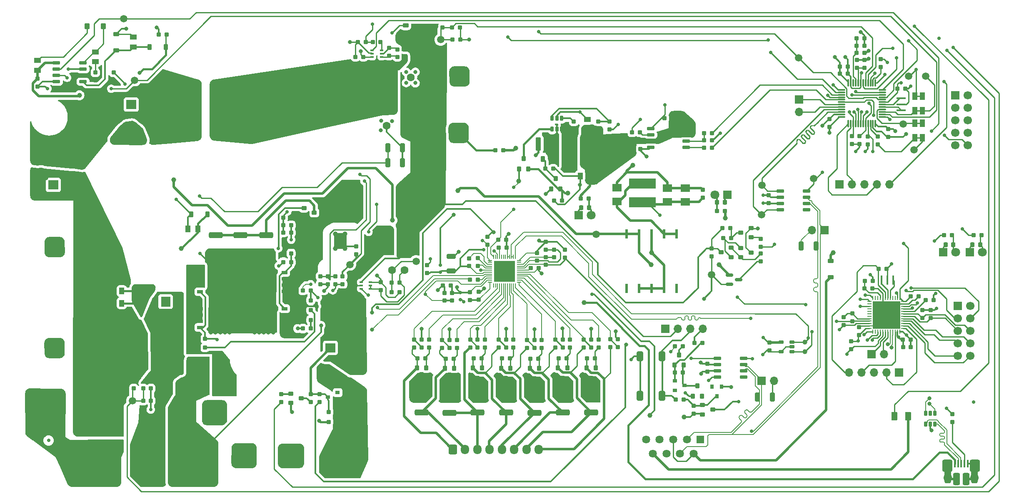
<source format=gtl>
G04 #@! TF.GenerationSoftware,KiCad,Pcbnew,8.0.8*
G04 #@! TF.CreationDate,2025-02-25T18:25:39+01:00*
G04 #@! TF.ProjectId,EPS,4550532e-6b69-4636-9164-5f7063625858,rev?*
G04 #@! TF.SameCoordinates,Original*
G04 #@! TF.FileFunction,Copper,L1,Top*
G04 #@! TF.FilePolarity,Positive*
%FSLAX46Y46*%
G04 Gerber Fmt 4.6, Leading zero omitted, Abs format (unit mm)*
G04 Created by KiCad (PCBNEW 8.0.8) date 2025-02-25 18:25:39*
%MOMM*%
%LPD*%
G01*
G04 APERTURE LIST*
G04 Aperture macros list*
%AMRoundRect*
0 Rectangle with rounded corners*
0 $1 Rounding radius*
0 $2 $3 $4 $5 $6 $7 $8 $9 X,Y pos of 4 corners*
0 Add a 4 corners polygon primitive as box body*
4,1,4,$2,$3,$4,$5,$6,$7,$8,$9,$2,$3,0*
0 Add four circle primitives for the rounded corners*
1,1,$1+$1,$2,$3*
1,1,$1+$1,$4,$5*
1,1,$1+$1,$6,$7*
1,1,$1+$1,$8,$9*
0 Add four rect primitives between the rounded corners*
20,1,$1+$1,$2,$3,$4,$5,0*
20,1,$1+$1,$4,$5,$6,$7,0*
20,1,$1+$1,$6,$7,$8,$9,0*
20,1,$1+$1,$8,$9,$2,$3,0*%
G04 Aperture macros list end*
G04 #@! TA.AperFunction,SMDPad,CuDef*
%ADD10RoundRect,0.160000X0.240000X0.290000X-0.240000X0.290000X-0.240000X-0.290000X0.240000X-0.290000X0*%
G04 #@! TD*
G04 #@! TA.AperFunction,SMDPad,CuDef*
%ADD11R,0.609600X1.981200*%
G04 #@! TD*
G04 #@! TA.AperFunction,SMDPad,CuDef*
%ADD12RoundRect,0.160000X-0.240000X-0.290000X0.240000X-0.290000X0.240000X0.290000X-0.240000X0.290000X0*%
G04 #@! TD*
G04 #@! TA.AperFunction,SMDPad,CuDef*
%ADD13RoundRect,0.225000X-0.375000X0.225000X-0.375000X-0.225000X0.375000X-0.225000X0.375000X0.225000X0*%
G04 #@! TD*
G04 #@! TA.AperFunction,SMDPad,CuDef*
%ADD14RoundRect,0.240000X1.160000X-0.360000X1.160000X0.360000X-1.160000X0.360000X-1.160000X-0.360000X0*%
G04 #@! TD*
G04 #@! TA.AperFunction,SMDPad,CuDef*
%ADD15RoundRect,0.180000X-0.270000X0.320000X-0.270000X-0.320000X0.270000X-0.320000X0.270000X0.320000X0*%
G04 #@! TD*
G04 #@! TA.AperFunction,SMDPad,CuDef*
%ADD16RoundRect,0.160000X-0.290000X0.240000X-0.290000X-0.240000X0.290000X-0.240000X0.290000X0.240000X0*%
G04 #@! TD*
G04 #@! TA.AperFunction,SMDPad,CuDef*
%ADD17RoundRect,0.220000X-0.480000X0.330000X-0.480000X-0.330000X0.480000X-0.330000X0.480000X0.330000X0*%
G04 #@! TD*
G04 #@! TA.AperFunction,SMDPad,CuDef*
%ADD18C,1.500000*%
G04 #@! TD*
G04 #@! TA.AperFunction,SMDPad,CuDef*
%ADD19R,5.500000X2.150000*%
G04 #@! TD*
G04 #@! TA.AperFunction,SMDPad,CuDef*
%ADD20RoundRect,0.160000X0.290000X-0.240000X0.290000X0.240000X-0.290000X0.240000X-0.290000X-0.240000X0*%
G04 #@! TD*
G04 #@! TA.AperFunction,SMDPad,CuDef*
%ADD21RoundRect,0.120000X-0.680000X-0.180000X0.680000X-0.180000X0.680000X0.180000X-0.680000X0.180000X0*%
G04 #@! TD*
G04 #@! TA.AperFunction,SMDPad,CuDef*
%ADD22RoundRect,0.080000X-0.870000X0.120000X-0.870000X-0.120000X0.870000X-0.120000X0.870000X0.120000X0*%
G04 #@! TD*
G04 #@! TA.AperFunction,SMDPad,CuDef*
%ADD23RoundRect,0.180000X-0.320000X-0.270000X0.320000X-0.270000X0.320000X0.270000X-0.320000X0.270000X0*%
G04 #@! TD*
G04 #@! TA.AperFunction,SMDPad,CuDef*
%ADD24R,1.100000X1.500000*%
G04 #@! TD*
G04 #@! TA.AperFunction,SMDPad,CuDef*
%ADD25C,1.000000*%
G04 #@! TD*
G04 #@! TA.AperFunction,SMDPad,CuDef*
%ADD26R,1.150000X0.700000*%
G04 #@! TD*
G04 #@! TA.AperFunction,SMDPad,CuDef*
%ADD27R,0.900000X0.600000*%
G04 #@! TD*
G04 #@! TA.AperFunction,SMDPad,CuDef*
%ADD28R,0.600000X0.900000*%
G04 #@! TD*
G04 #@! TA.AperFunction,SMDPad,CuDef*
%ADD29R,3.100000X4.200000*%
G04 #@! TD*
G04 #@! TA.AperFunction,SMDPad,CuDef*
%ADD30R,1.550000X4.700000*%
G04 #@! TD*
G04 #@! TA.AperFunction,HeatsinkPad*
%ADD31R,4.300000X4.300000*%
G04 #@! TD*
G04 #@! TA.AperFunction,SMDPad,CuDef*
%ADD32RoundRect,0.050000X0.350000X-0.050000X0.350000X0.050000X-0.350000X0.050000X-0.350000X-0.050000X0*%
G04 #@! TD*
G04 #@! TA.AperFunction,SMDPad,CuDef*
%ADD33RoundRect,0.050000X0.050000X-0.350000X0.050000X0.350000X-0.050000X0.350000X-0.050000X-0.350000X0*%
G04 #@! TD*
G04 #@! TA.AperFunction,SMDPad,CuDef*
%ADD34RoundRect,0.180000X0.270000X-0.320000X0.270000X0.320000X-0.270000X0.320000X-0.270000X-0.320000X0*%
G04 #@! TD*
G04 #@! TA.AperFunction,SMDPad,CuDef*
%ADD35C,0.700000*%
G04 #@! TD*
G04 #@! TA.AperFunction,ComponentPad*
%ADD36R,1.700000X1.700000*%
G04 #@! TD*
G04 #@! TA.AperFunction,ComponentPad*
%ADD37O,1.700000X1.700000*%
G04 #@! TD*
G04 #@! TA.AperFunction,SMDPad,CuDef*
%ADD38RoundRect,0.180000X0.320000X0.270000X-0.320000X0.270000X-0.320000X-0.270000X0.320000X-0.270000X0*%
G04 #@! TD*
G04 #@! TA.AperFunction,ComponentPad*
%ADD39C,6.800000*%
G04 #@! TD*
G04 #@! TA.AperFunction,SMDPad,CuDef*
%ADD40RoundRect,0.075000X0.662500X0.075000X-0.662500X0.075000X-0.662500X-0.075000X0.662500X-0.075000X0*%
G04 #@! TD*
G04 #@! TA.AperFunction,SMDPad,CuDef*
%ADD41RoundRect,0.075000X0.075000X0.662500X-0.075000X0.662500X-0.075000X-0.662500X0.075000X-0.662500X0*%
G04 #@! TD*
G04 #@! TA.AperFunction,ComponentPad*
%ADD42C,2.800000*%
G04 #@! TD*
G04 #@! TA.AperFunction,ComponentPad*
%ADD43C,1.800000*%
G04 #@! TD*
G04 #@! TA.AperFunction,SMDPad,CuDef*
%ADD44RoundRect,0.218750X-0.218750X-0.256250X0.218750X-0.256250X0.218750X0.256250X-0.218750X0.256250X0*%
G04 #@! TD*
G04 #@! TA.AperFunction,ComponentPad*
%ADD45R,1.800000X1.800000*%
G04 #@! TD*
G04 #@! TA.AperFunction,SMDPad,CuDef*
%ADD46RoundRect,0.100000X0.225000X0.100000X-0.225000X0.100000X-0.225000X-0.100000X0.225000X-0.100000X0*%
G04 #@! TD*
G04 #@! TA.AperFunction,SMDPad,CuDef*
%ADD47RoundRect,0.080000X-0.120000X-0.870000X0.120000X-0.870000X0.120000X0.870000X-0.120000X0.870000X0*%
G04 #@! TD*
G04 #@! TA.AperFunction,ComponentPad*
%ADD48C,2.500000*%
G04 #@! TD*
G04 #@! TA.AperFunction,SMDPad,CuDef*
%ADD49RoundRect,0.420000X-0.630000X-2.680000X0.630000X-2.680000X0.630000X2.680000X-0.630000X2.680000X0*%
G04 #@! TD*
G04 #@! TA.AperFunction,SMDPad,CuDef*
%ADD50RoundRect,0.420000X-0.630000X-2.630000X0.630000X-2.630000X0.630000X2.630000X-0.630000X2.630000X0*%
G04 #@! TD*
G04 #@! TA.AperFunction,ComponentPad*
%ADD51O,2.000000X1.905000*%
G04 #@! TD*
G04 #@! TA.AperFunction,ComponentPad*
%ADD52R,2.000000X1.905000*%
G04 #@! TD*
G04 #@! TA.AperFunction,SMDPad,CuDef*
%ADD53R,1.949996X1.605597*%
G04 #@! TD*
G04 #@! TA.AperFunction,SMDPad,CuDef*
%ADD54RoundRect,0.130000X-0.195000X0.420000X-0.195000X-0.420000X0.195000X-0.420000X0.195000X0.420000X0*%
G04 #@! TD*
G04 #@! TA.AperFunction,ComponentPad*
%ADD55C,1.600000*%
G04 #@! TD*
G04 #@! TA.AperFunction,SMDPad,CuDef*
%ADD56RoundRect,0.240000X-1.160000X0.360000X-1.160000X-0.360000X1.160000X-0.360000X1.160000X0.360000X0*%
G04 #@! TD*
G04 #@! TA.AperFunction,SMDPad,CuDef*
%ADD57RoundRect,0.225000X0.225000X0.375000X-0.225000X0.375000X-0.225000X-0.375000X0.225000X-0.375000X0*%
G04 #@! TD*
G04 #@! TA.AperFunction,ComponentPad*
%ADD58C,2.400000*%
G04 #@! TD*
G04 #@! TA.AperFunction,ComponentPad*
%ADD59R,2.400000X2.400000*%
G04 #@! TD*
G04 #@! TA.AperFunction,SMDPad,CuDef*
%ADD60RoundRect,0.150000X-0.650000X-0.150000X0.650000X-0.150000X0.650000X0.150000X-0.650000X0.150000X0*%
G04 #@! TD*
G04 #@! TA.AperFunction,SMDPad,CuDef*
%ADD61RoundRect,0.260000X-0.390000X0.740000X-0.390000X-0.740000X0.390000X-0.740000X0.390000X0.740000X0*%
G04 #@! TD*
G04 #@! TA.AperFunction,SMDPad,CuDef*
%ADD62RoundRect,0.130000X0.420000X0.195000X-0.420000X0.195000X-0.420000X-0.195000X0.420000X-0.195000X0*%
G04 #@! TD*
G04 #@! TA.AperFunction,SMDPad,CuDef*
%ADD63RoundRect,0.218750X-0.218750X-0.381250X0.218750X-0.381250X0.218750X0.381250X-0.218750X0.381250X0*%
G04 #@! TD*
G04 #@! TA.AperFunction,SMDPad,CuDef*
%ADD64RoundRect,0.220000X0.480000X-0.330000X0.480000X0.330000X-0.480000X0.330000X-0.480000X-0.330000X0*%
G04 #@! TD*
G04 #@! TA.AperFunction,HeatsinkPad*
%ADD65R,5.600000X5.600000*%
G04 #@! TD*
G04 #@! TA.AperFunction,SMDPad,CuDef*
%ADD66RoundRect,0.062500X-0.375000X0.062500X-0.375000X-0.062500X0.375000X-0.062500X0.375000X0.062500X0*%
G04 #@! TD*
G04 #@! TA.AperFunction,SMDPad,CuDef*
%ADD67RoundRect,0.062500X-0.062500X0.375000X-0.062500X-0.375000X0.062500X-0.375000X0.062500X0.375000X0*%
G04 #@! TD*
G04 #@! TA.AperFunction,SMDPad,CuDef*
%ADD68RoundRect,0.250000X0.375000X0.625000X-0.375000X0.625000X-0.375000X-0.625000X0.375000X-0.625000X0*%
G04 #@! TD*
G04 #@! TA.AperFunction,SMDPad,CuDef*
%ADD69R,3.100000X4.000000*%
G04 #@! TD*
G04 #@! TA.AperFunction,ComponentPad*
%ADD70O,1.905000X2.000000*%
G04 #@! TD*
G04 #@! TA.AperFunction,ComponentPad*
%ADD71R,1.905000X2.000000*%
G04 #@! TD*
G04 #@! TA.AperFunction,SMDPad,CuDef*
%ADD72RoundRect,0.100000X-0.225000X-0.100000X0.225000X-0.100000X0.225000X0.100000X-0.225000X0.100000X0*%
G04 #@! TD*
G04 #@! TA.AperFunction,SMDPad,CuDef*
%ADD73R,0.900000X0.800000*%
G04 #@! TD*
G04 #@! TA.AperFunction,SMDPad,CuDef*
%ADD74RoundRect,0.150000X-0.587500X-0.150000X0.587500X-0.150000X0.587500X0.150000X-0.587500X0.150000X0*%
G04 #@! TD*
G04 #@! TA.AperFunction,ComponentPad*
%ADD75C,1.700000*%
G04 #@! TD*
G04 #@! TA.AperFunction,SMDPad,CuDef*
%ADD76RoundRect,0.200000X0.300000X0.700000X-0.300000X0.700000X-0.300000X-0.700000X0.300000X-0.700000X0*%
G04 #@! TD*
G04 #@! TA.AperFunction,SMDPad,CuDef*
%ADD77RoundRect,0.220000X0.330000X0.480000X-0.330000X0.480000X-0.330000X-0.480000X0.330000X-0.480000X0*%
G04 #@! TD*
G04 #@! TA.AperFunction,SMDPad,CuDef*
%ADD78RoundRect,0.360000X0.540000X1.540000X-0.540000X1.540000X-0.540000X-1.540000X0.540000X-1.540000X0*%
G04 #@! TD*
G04 #@! TA.AperFunction,SMDPad,CuDef*
%ADD79RoundRect,0.200000X-0.300000X-0.700000X0.300000X-0.700000X0.300000X0.700000X-0.300000X0.700000X0*%
G04 #@! TD*
G04 #@! TA.AperFunction,SMDPad,CuDef*
%ADD80RoundRect,0.218750X0.218750X0.256250X-0.218750X0.256250X-0.218750X-0.256250X0.218750X-0.256250X0*%
G04 #@! TD*
G04 #@! TA.AperFunction,ComponentPad*
%ADD81RoundRect,0.250000X-0.600000X-0.725000X0.600000X-0.725000X0.600000X0.725000X-0.600000X0.725000X0*%
G04 #@! TD*
G04 #@! TA.AperFunction,ComponentPad*
%ADD82O,1.700000X1.950000*%
G04 #@! TD*
G04 #@! TA.AperFunction,ComponentPad*
%ADD83R,1.635000X1.635000*%
G04 #@! TD*
G04 #@! TA.AperFunction,ComponentPad*
%ADD84C,1.635000*%
G04 #@! TD*
G04 #@! TA.AperFunction,SMDPad,CuDef*
%ADD85R,0.400000X1.650000*%
G04 #@! TD*
G04 #@! TA.AperFunction,SMDPad,CuDef*
%ADD86RoundRect,0.420000X-0.630000X-0.830000X0.630000X-0.830000X0.630000X0.830000X-0.630000X0.830000X0*%
G04 #@! TD*
G04 #@! TA.AperFunction,ComponentPad*
%ADD87O,1.800000X1.800000*%
G04 #@! TD*
G04 #@! TA.AperFunction,SMDPad,CuDef*
%ADD88RoundRect,0.260000X0.390000X-1.265000X0.390000X1.265000X-0.390000X1.265000X-0.390000X-1.265000X0*%
G04 #@! TD*
G04 #@! TA.AperFunction,ComponentPad*
%ADD89C,1.100000*%
G04 #@! TD*
G04 #@! TA.AperFunction,SMDPad,CuDef*
%ADD90RoundRect,0.357500X0.357500X-0.892500X0.357500X0.892500X-0.357500X0.892500X-0.357500X-0.892500X0*%
G04 #@! TD*
G04 #@! TA.AperFunction,SMDPad,CuDef*
%ADD91RoundRect,0.200000X0.300000X0.400000X-0.300000X0.400000X-0.300000X-0.400000X0.300000X-0.400000X0*%
G04 #@! TD*
G04 #@! TA.AperFunction,SMDPad,CuDef*
%ADD92RoundRect,0.225000X0.375000X-0.225000X0.375000X0.225000X-0.375000X0.225000X-0.375000X-0.225000X0*%
G04 #@! TD*
G04 #@! TA.AperFunction,SMDPad,CuDef*
%ADD93RoundRect,0.225000X-0.225000X-0.375000X0.225000X-0.375000X0.225000X0.375000X-0.225000X0.375000X0*%
G04 #@! TD*
G04 #@! TA.AperFunction,SMDPad,CuDef*
%ADD94RoundRect,0.500000X0.750000X-1.150000X0.750000X1.150000X-0.750000X1.150000X-0.750000X-1.150000X0*%
G04 #@! TD*
G04 #@! TA.AperFunction,SMDPad,CuDef*
%ADD95RoundRect,0.130000X0.195000X-0.420000X0.195000X0.420000X-0.195000X0.420000X-0.195000X-0.420000X0*%
G04 #@! TD*
G04 #@! TA.AperFunction,SMDPad,CuDef*
%ADD96R,0.800000X0.900000*%
G04 #@! TD*
G04 #@! TA.AperFunction,SMDPad,CuDef*
%ADD97RoundRect,0.150000X-0.200000X0.150000X-0.200000X-0.150000X0.200000X-0.150000X0.200000X0.150000X0*%
G04 #@! TD*
G04 #@! TA.AperFunction,ComponentPad*
%ADD98R,2.000000X2.000000*%
G04 #@! TD*
G04 #@! TA.AperFunction,ComponentPad*
%ADD99C,2.000000*%
G04 #@! TD*
G04 #@! TA.AperFunction,SMDPad,CuDef*
%ADD100RoundRect,0.220000X-0.330000X-0.480000X0.330000X-0.480000X0.330000X0.480000X-0.330000X0.480000X0*%
G04 #@! TD*
G04 #@! TA.AperFunction,SMDPad,CuDef*
%ADD101RoundRect,0.220000X0.330000X1.130000X-0.330000X1.130000X-0.330000X-1.130000X0.330000X-1.130000X0*%
G04 #@! TD*
G04 #@! TA.AperFunction,SMDPad,CuDef*
%ADD102RoundRect,0.200000X0.700000X-0.300000X0.700000X0.300000X-0.700000X0.300000X-0.700000X-0.300000X0*%
G04 #@! TD*
G04 #@! TA.AperFunction,ViaPad*
%ADD103C,0.800000*%
G04 #@! TD*
G04 #@! TA.AperFunction,ViaPad*
%ADD104C,1.000000*%
G04 #@! TD*
G04 #@! TA.AperFunction,ViaPad*
%ADD105C,0.700000*%
G04 #@! TD*
G04 #@! TA.AperFunction,ViaPad*
%ADD106C,0.600000*%
G04 #@! TD*
G04 #@! TA.AperFunction,Conductor*
%ADD107C,0.500000*%
G04 #@! TD*
G04 #@! TA.AperFunction,Conductor*
%ADD108C,0.300000*%
G04 #@! TD*
G04 #@! TA.AperFunction,Conductor*
%ADD109C,0.400000*%
G04 #@! TD*
G04 #@! TA.AperFunction,Conductor*
%ADD110C,0.250000*%
G04 #@! TD*
G04 #@! TA.AperFunction,Conductor*
%ADD111C,0.200000*%
G04 #@! TD*
G04 APERTURE END LIST*
D10*
X112250000Y-103150000D03*
X113850000Y-103150000D03*
D11*
X170160000Y-102325000D03*
X167620000Y-102325000D03*
X165080000Y-102325000D03*
X162540000Y-102325000D03*
X160000000Y-102325000D03*
X160000000Y-91250600D03*
X162540000Y-91250600D03*
X165080000Y-91250600D03*
X167620000Y-91250600D03*
X170160000Y-91250600D03*
D12*
X153550000Y-116625000D03*
X151950000Y-116625000D03*
X63815280Y-113510000D03*
X62215280Y-113510000D03*
D13*
X201480000Y-100040000D03*
X201480000Y-96740000D03*
D14*
X118300000Y-122610000D03*
X118300000Y-127610000D03*
D15*
X118300000Y-120660000D03*
X117350000Y-118560000D03*
X119250000Y-118560000D03*
D16*
X141725000Y-96725000D03*
X141725000Y-95125000D03*
D17*
X59750000Y-53250000D03*
X59750000Y-51250000D03*
D10*
X117500000Y-116610000D03*
X119100000Y-116610000D03*
D18*
X177250000Y-99575000D03*
D10*
X230490000Y-91500000D03*
X232090000Y-91500000D03*
D19*
X163225000Y-81000000D03*
X163225000Y-84850000D03*
D20*
X188870000Y-83370000D03*
X188870000Y-84970000D03*
D10*
X146810000Y-84500000D03*
X145210000Y-84500000D03*
D21*
X191180000Y-82515000D03*
X191180000Y-83785000D03*
X191180000Y-85055000D03*
X191180000Y-86325000D03*
X196580000Y-86325000D03*
X196580000Y-85055000D03*
X196580000Y-83785000D03*
X196580000Y-82515000D03*
D22*
X215790000Y-63710000D03*
X215790000Y-64910000D03*
X215790000Y-66110000D03*
D12*
X177300000Y-70750000D03*
X175700000Y-70750000D03*
D10*
X216150000Y-114275000D03*
X217750000Y-114275000D03*
D20*
X119400000Y-97620000D03*
X119400000Y-99220000D03*
X89750000Y-123900000D03*
X89750000Y-125500000D03*
D18*
X60000000Y-60000000D03*
X217290000Y-59210000D03*
D12*
X179920000Y-86635000D03*
X178320000Y-86635000D03*
D16*
X131650000Y-93470000D03*
X131650000Y-91870000D03*
D20*
X206790000Y-55910000D03*
X206790000Y-57510000D03*
D23*
X91700000Y-123750000D03*
X91700000Y-125650000D03*
X93800000Y-124700000D03*
D24*
X220040000Y-71710000D03*
X220040000Y-68710000D03*
X218540000Y-68710000D03*
X218540000Y-71710000D03*
D25*
X196180000Y-113250000D03*
D20*
X127950000Y-96225000D03*
X127950000Y-97825000D03*
X135475000Y-112785000D03*
X135475000Y-114385000D03*
X152800000Y-112750000D03*
X152800000Y-114350000D03*
D15*
X135425000Y-120685000D03*
X134475000Y-118585000D03*
X136375000Y-118585000D03*
D20*
X129675000Y-112785000D03*
X129675000Y-114385000D03*
D12*
X208275000Y-52975000D03*
X206675000Y-52975000D03*
D16*
X116800000Y-114410000D03*
X116800000Y-112810000D03*
D12*
X162800000Y-74000000D03*
X161200000Y-74000000D03*
D26*
X73275000Y-101760000D03*
X73275000Y-100490000D03*
X73275000Y-99220000D03*
X73275000Y-103030000D03*
D27*
X79000000Y-103000000D03*
D28*
X75450000Y-102275000D03*
X76300000Y-102275000D03*
X77150000Y-102275000D03*
X78000000Y-102275000D03*
D27*
X79000000Y-101725000D03*
D28*
X75450000Y-101125000D03*
X76300000Y-101125000D03*
D29*
X76450000Y-101125000D03*
D28*
X77150000Y-101125000D03*
X78000000Y-101125000D03*
D30*
X78750000Y-101125000D03*
D27*
X79000000Y-100525000D03*
D28*
X75450000Y-99975000D03*
X76300000Y-99975000D03*
X77150000Y-99975000D03*
X78000000Y-99975000D03*
D27*
X79000000Y-99250000D03*
D25*
X164700000Y-128160000D03*
D12*
X63315280Y-122710000D03*
X61715280Y-122710000D03*
X204950000Y-58700000D03*
X203350000Y-58700000D03*
D16*
X188980000Y-114950000D03*
X188980000Y-113350000D03*
X154325000Y-114350000D03*
X154325000Y-112750000D03*
D18*
X104750000Y-124750000D03*
D31*
X135150000Y-98850000D03*
D32*
X132200000Y-101050000D03*
X132200000Y-100650000D03*
X132200000Y-100250000D03*
X132200000Y-99850000D03*
X132200000Y-99450000D03*
X132200000Y-99050000D03*
X132200000Y-98650000D03*
X132200000Y-98250000D03*
X132200000Y-97850000D03*
X132200000Y-97450000D03*
X132200000Y-97050000D03*
X132200000Y-96650000D03*
D33*
X132950000Y-95900000D03*
X133350000Y-95900000D03*
X133750000Y-95900000D03*
X134150000Y-95900000D03*
X134550000Y-95900000D03*
X134950000Y-95900000D03*
X135350000Y-95900000D03*
X135750000Y-95900000D03*
X136150000Y-95900000D03*
X136550000Y-95900000D03*
X136950000Y-95900000D03*
X137350000Y-95900000D03*
D32*
X138100000Y-96650000D03*
X138100000Y-97050000D03*
X138100000Y-97450000D03*
X138100000Y-97850000D03*
X138100000Y-98250000D03*
X138100000Y-98650000D03*
X138100000Y-99050000D03*
X138100000Y-99450000D03*
X138100000Y-99850000D03*
X138100000Y-100250000D03*
X138100000Y-100650000D03*
X138100000Y-101050000D03*
D33*
X137350000Y-101800000D03*
X136950000Y-101800000D03*
X136550000Y-101800000D03*
X136150000Y-101800000D03*
X135750000Y-101800000D03*
X135350000Y-101800000D03*
X134950000Y-101800000D03*
X134550000Y-101800000D03*
X134150000Y-101800000D03*
X133750000Y-101800000D03*
X133350000Y-101800000D03*
X132950000Y-101800000D03*
D16*
X97750000Y-101500000D03*
X97750000Y-99900000D03*
D10*
X220790000Y-104710000D03*
X222390000Y-104710000D03*
D25*
X138010000Y-80500000D03*
D20*
X105050000Y-93850000D03*
X105050000Y-95450000D03*
D10*
X175700000Y-72250000D03*
X177300000Y-72250000D03*
D26*
X73275000Y-109010000D03*
X73275000Y-107740000D03*
X73275000Y-106470000D03*
X73275000Y-110280000D03*
D27*
X79000000Y-110250000D03*
D28*
X75450000Y-109525000D03*
X76300000Y-109525000D03*
X77150000Y-109525000D03*
X78000000Y-109525000D03*
D27*
X79000000Y-108975000D03*
D28*
X75450000Y-108375000D03*
X76300000Y-108375000D03*
D29*
X76450000Y-108375000D03*
D28*
X77150000Y-108375000D03*
X78000000Y-108375000D03*
D30*
X78750000Y-108375000D03*
D27*
X79000000Y-107775000D03*
D28*
X75450000Y-107225000D03*
X76300000Y-107225000D03*
X77150000Y-107225000D03*
X78000000Y-107225000D03*
D27*
X79000000Y-106500000D03*
D26*
X90475000Y-100390000D03*
X90475000Y-101660000D03*
X90475000Y-102930000D03*
X90475000Y-99120000D03*
D27*
X84750000Y-99150000D03*
D28*
X88300000Y-99875000D03*
X87450000Y-99875000D03*
X86600000Y-99875000D03*
X85750000Y-99875000D03*
D27*
X84750000Y-100425000D03*
D28*
X88300000Y-101025000D03*
X87450000Y-101025000D03*
D29*
X87300000Y-101025000D03*
D28*
X86600000Y-101025000D03*
X85750000Y-101025000D03*
D30*
X85000000Y-101025000D03*
D27*
X84750000Y-101625000D03*
D28*
X88300000Y-102175000D03*
X87450000Y-102175000D03*
X86600000Y-102175000D03*
X85750000Y-102175000D03*
D27*
X84750000Y-102900000D03*
D18*
X218350000Y-74150000D03*
D34*
X170650000Y-115880000D03*
X171600000Y-117980000D03*
X169700000Y-117980000D03*
D35*
X42500000Y-133300000D03*
D20*
X102250000Y-99900000D03*
X102250000Y-101500000D03*
D36*
X203210000Y-81210000D03*
D37*
X205750000Y-81210000D03*
X208290000Y-81210000D03*
X210830000Y-81210000D03*
X213370000Y-81210000D03*
D16*
X128125000Y-104700000D03*
X128125000Y-103100000D03*
D20*
X226150000Y-127950000D03*
X226150000Y-129550000D03*
D10*
X105367677Y-52250000D03*
X106967677Y-52250000D03*
D38*
X179150000Y-95025000D03*
X181250000Y-94075000D03*
X181250000Y-95975000D03*
D39*
X68000000Y-66500000D03*
X81000000Y-66500000D03*
D20*
X141225000Y-112835000D03*
X141225000Y-114435000D03*
X201200000Y-67880000D03*
X201200000Y-69480000D03*
D40*
X211952500Y-67460000D03*
X211952500Y-66960000D03*
X211952500Y-66460000D03*
X211952500Y-65960000D03*
X211952500Y-65460000D03*
X211952500Y-64960000D03*
X211952500Y-64460000D03*
X211952500Y-63960000D03*
X211952500Y-63460000D03*
X211952500Y-62960000D03*
X211952500Y-62460000D03*
X211952500Y-61960000D03*
D41*
X210540000Y-60547500D03*
X210040000Y-60547500D03*
X209540000Y-60547500D03*
X209040000Y-60547500D03*
X208540000Y-60547500D03*
X208040000Y-60547500D03*
X207540000Y-60547500D03*
X207040000Y-60547500D03*
X206540000Y-60547500D03*
X206040000Y-60547500D03*
X205540000Y-60547500D03*
X205040000Y-60547500D03*
D40*
X203627500Y-61960000D03*
X203627500Y-62460000D03*
X203627500Y-62960000D03*
X203627500Y-63460000D03*
X203627500Y-63960000D03*
X203627500Y-64460000D03*
X203627500Y-64960000D03*
X203627500Y-65460000D03*
X203627500Y-65960000D03*
X203627500Y-66460000D03*
X203627500Y-66960000D03*
X203627500Y-67460000D03*
D41*
X205040000Y-68872500D03*
X205540000Y-68872500D03*
X206040000Y-68872500D03*
X206540000Y-68872500D03*
X207040000Y-68872500D03*
X207540000Y-68872500D03*
X208040000Y-68872500D03*
X208540000Y-68872500D03*
X209040000Y-68872500D03*
X209540000Y-68872500D03*
X210040000Y-68872500D03*
X210540000Y-68872500D03*
D18*
X58515280Y-112210000D03*
D20*
X208290000Y-55910000D03*
X208290000Y-57510000D03*
D16*
X124450000Y-104850000D03*
X124450000Y-103250000D03*
D20*
X221775000Y-108400000D03*
X221775000Y-106800000D03*
D42*
X103515000Y-83300000D03*
X103515000Y-86700000D03*
X116985000Y-83300000D03*
X116985000Y-86700000D03*
D43*
X152780000Y-87475000D03*
D44*
X152327500Y-85975000D03*
X150752500Y-85975000D03*
D45*
X150240000Y-87475000D03*
D46*
X106010000Y-102410000D03*
X106010000Y-101760000D03*
X106010000Y-101110000D03*
X107910000Y-101110000D03*
X107910000Y-101760000D03*
X107910000Y-102410000D03*
D25*
X69250000Y-122500000D03*
D10*
X169950000Y-124980000D03*
X171550000Y-124980000D03*
D18*
X65750000Y-122500000D03*
D16*
X100750000Y-101500000D03*
X100750000Y-99900000D03*
D25*
X196180000Y-115250000D03*
D16*
X145275000Y-96050000D03*
X145275000Y-94450000D03*
D12*
X219300000Y-103975000D03*
X217700000Y-103975000D03*
D20*
X176425000Y-117725000D03*
X176425000Y-119325000D03*
X55750000Y-58450000D03*
X55750000Y-60050000D03*
D12*
X171430000Y-114120000D03*
X169830000Y-114120000D03*
D16*
X133975000Y-114385000D03*
X133975000Y-112785000D03*
D15*
X129675000Y-120635000D03*
X128725000Y-118535000D03*
X130625000Y-118535000D03*
D20*
X175500000Y-82307998D03*
X175500000Y-83907998D03*
D12*
X130475000Y-116585000D03*
X128875000Y-116585000D03*
D20*
X129700000Y-96200000D03*
X129700000Y-97800000D03*
X209000000Y-71450000D03*
X209000000Y-73050000D03*
D47*
X211750000Y-100675000D03*
X212950000Y-100675000D03*
X214150000Y-100675000D03*
D48*
X72725000Y-136500000D03*
X82225000Y-136500000D03*
D16*
X156500000Y-70000000D03*
X156500000Y-68400000D03*
D49*
X147850000Y-74500000D03*
D50*
X152250000Y-74500000D03*
D12*
X162700000Y-70615000D03*
X161100000Y-70615000D03*
D16*
X136975000Y-114385000D03*
X136975000Y-112785000D03*
D18*
X122167677Y-51750000D03*
D10*
X64900000Y-50750000D03*
X66500000Y-50750000D03*
D12*
X142025000Y-116635000D03*
X140425000Y-116635000D03*
D10*
X94200000Y-102775000D03*
X95800000Y-102775000D03*
D16*
X211600000Y-57300000D03*
X211600000Y-55700000D03*
D20*
X211000000Y-71450000D03*
X211000000Y-73050000D03*
D51*
X59287500Y-70040000D03*
X61827500Y-67500000D03*
D52*
X59287500Y-64960000D03*
D10*
X94200000Y-110525000D03*
X95800000Y-110525000D03*
D20*
X143575000Y-95975000D03*
X143575000Y-97575000D03*
D53*
X168305198Y-81944404D03*
X168305198Y-84750000D03*
D15*
X141275000Y-120735000D03*
X140325000Y-118635000D03*
X142225000Y-118635000D03*
D20*
X95750000Y-123900000D03*
X95750000Y-125500000D03*
D12*
X175340000Y-113460000D03*
X173740000Y-113460000D03*
D10*
X94200000Y-106775000D03*
X95800000Y-106775000D03*
D21*
X178390000Y-116595000D03*
X178390000Y-117865000D03*
X178390000Y-119135000D03*
X178390000Y-120405000D03*
X183790000Y-120405000D03*
X183790000Y-119135000D03*
X183790000Y-117865000D03*
X183790000Y-116595000D03*
D10*
X72700000Y-112625000D03*
X74300000Y-112625000D03*
D16*
X119800000Y-114410000D03*
X119800000Y-112810000D03*
X110010000Y-102710000D03*
X110010000Y-101110000D03*
D12*
X101050000Y-127500000D03*
X99450000Y-127500000D03*
D54*
X146750000Y-67750000D03*
X145800000Y-67750000D03*
X144850000Y-67750000D03*
X144850000Y-69950000D03*
X145800000Y-69950000D03*
X146750000Y-69950000D03*
D20*
X143575000Y-94500000D03*
X143575000Y-92900000D03*
D16*
X207290000Y-73010000D03*
X207290000Y-71410000D03*
D36*
X215365000Y-119500000D03*
D37*
X212825000Y-119500000D03*
X210285000Y-119500000D03*
X207745000Y-119500000D03*
X205205000Y-119500000D03*
D12*
X147775000Y-116585000D03*
X146175000Y-116585000D03*
D20*
X158225000Y-112700000D03*
X158225000Y-114300000D03*
D12*
X91800000Y-89500000D03*
X90200000Y-89500000D03*
X208275000Y-54475000D03*
X206675000Y-54475000D03*
D16*
X213150000Y-71525000D03*
X213150000Y-69925000D03*
D18*
X59515280Y-125210000D03*
D12*
X171410000Y-119490000D03*
X169810000Y-119490000D03*
D10*
X216125000Y-112775000D03*
X217725000Y-112775000D03*
D55*
X112300000Y-98650000D03*
X114800000Y-98650000D03*
D56*
X129675000Y-127585000D03*
X129675000Y-122585000D03*
D16*
X151250000Y-114350000D03*
X151250000Y-112750000D03*
D20*
X205590000Y-113120000D03*
X205590000Y-114720000D03*
D35*
X230500000Y-125500000D03*
D13*
X115075000Y-52175000D03*
X115075000Y-48875000D03*
D56*
X141225000Y-127635000D03*
X141225000Y-122635000D03*
D10*
X150620000Y-84060000D03*
X152220000Y-84060000D03*
D18*
X57750000Y-47500000D03*
D45*
X224290000Y-95000000D03*
D44*
X224802500Y-93500000D03*
X226377500Y-93500000D03*
D43*
X226830000Y-95000000D03*
D12*
X204950000Y-57200000D03*
X203350000Y-57200000D03*
X63315280Y-125210000D03*
X61715280Y-125210000D03*
D20*
X118300000Y-112810000D03*
X118300000Y-114410000D03*
D18*
X197950000Y-80040000D03*
D16*
X145475000Y-114385000D03*
X145475000Y-112785000D03*
D18*
X187470000Y-81370000D03*
D57*
X63050000Y-53250000D03*
X66350000Y-53250000D03*
D14*
X124000000Y-122635000D03*
X124000000Y-127635000D03*
D18*
X103750000Y-97500000D03*
D15*
X124000000Y-120685000D03*
X123050000Y-118585000D03*
X124950000Y-118585000D03*
D12*
X95800000Y-108775000D03*
X94200000Y-108775000D03*
D38*
X183150000Y-91025000D03*
X185250000Y-90075000D03*
X185250000Y-91975000D03*
D12*
X136275000Y-116585000D03*
X134675000Y-116585000D03*
D18*
X220790000Y-59210000D03*
D16*
X131175000Y-114385000D03*
X131175000Y-112785000D03*
D58*
X43727780Y-114500000D03*
D59*
X51227780Y-114500000D03*
D21*
X49500000Y-56500000D03*
X49500000Y-57770000D03*
X49500000Y-59040000D03*
X49500000Y-60310000D03*
X44100000Y-60310000D03*
X44100000Y-59040000D03*
X44100000Y-57770000D03*
X44100000Y-56500000D03*
D12*
X122577677Y-49250000D03*
X120977677Y-49250000D03*
D18*
X117175000Y-96825000D03*
D16*
X205790000Y-73010000D03*
X205790000Y-71410000D03*
D12*
X169300000Y-67750000D03*
X167700000Y-67750000D03*
D18*
X121625000Y-85300000D03*
D60*
X164900000Y-69845000D03*
X164900000Y-71115000D03*
X164900000Y-72385000D03*
X164900000Y-73655000D03*
X172100000Y-73655000D03*
X172100000Y-72385000D03*
X172100000Y-71115000D03*
X172100000Y-69845000D03*
D61*
X167200000Y-116170000D03*
X167200000Y-124170000D03*
X162700000Y-116170000D03*
X162700000Y-124170000D03*
D16*
X139725000Y-114435000D03*
X139725000Y-112835000D03*
D10*
X123200000Y-116635000D03*
X124800000Y-116635000D03*
D62*
X193580000Y-115200000D03*
X193580000Y-114250000D03*
X193580000Y-113300000D03*
X191380000Y-113300000D03*
X191380000Y-115200000D03*
D16*
X142725000Y-114435000D03*
X142725000Y-112835000D03*
D12*
X74300000Y-114375000D03*
X72700000Y-114375000D03*
D20*
X124000000Y-112835000D03*
X124000000Y-114435000D03*
D12*
X208275000Y-51475000D03*
X206675000Y-51475000D03*
X91800000Y-95250000D03*
X90200000Y-95250000D03*
X59815280Y-122710000D03*
X58215280Y-122710000D03*
D15*
X152750000Y-120660000D03*
X151800000Y-118560000D03*
X153700000Y-118560000D03*
D16*
X122500000Y-114435000D03*
X122500000Y-112835000D03*
X148475000Y-114385000D03*
X148475000Y-112785000D03*
D56*
X146975000Y-127585000D03*
X146975000Y-122585000D03*
D42*
X54750000Y-129420000D03*
X54750000Y-126020000D03*
X41280000Y-129420000D03*
X41280000Y-126020000D03*
D63*
X145112500Y-76000000D03*
X142987500Y-76000000D03*
D18*
X194900000Y-55420000D03*
D20*
X220050000Y-108400000D03*
X220050000Y-106800000D03*
X122950000Y-103250000D03*
X122950000Y-104850000D03*
D12*
X95800000Y-104775000D03*
X94200000Y-104775000D03*
X135550000Y-94050000D03*
X133950000Y-94050000D03*
D18*
X216150000Y-68925000D03*
D64*
X152000000Y-68000000D03*
X152000000Y-70000000D03*
D20*
X154250000Y-68400000D03*
X154250000Y-70000000D03*
D18*
X187440000Y-87400000D03*
D12*
X142100000Y-98225000D03*
X140500000Y-98225000D03*
D65*
X212790000Y-107750000D03*
D66*
X216227500Y-105000000D03*
X216227500Y-105500000D03*
X216227500Y-106000000D03*
X216227500Y-106500000D03*
X216227500Y-107000000D03*
X216227500Y-107500000D03*
X216227500Y-108000000D03*
X216227500Y-108500000D03*
X216227500Y-109000000D03*
X216227500Y-109500000D03*
X216227500Y-110000000D03*
X216227500Y-110500000D03*
D67*
X215540000Y-111187500D03*
X215040000Y-111187500D03*
X214540000Y-111187500D03*
X214040000Y-111187500D03*
X213540000Y-111187500D03*
X213040000Y-111187500D03*
X212540000Y-111187500D03*
X212040000Y-111187500D03*
X211540000Y-111187500D03*
X211040000Y-111187500D03*
X210540000Y-111187500D03*
X210040000Y-111187500D03*
D66*
X209352500Y-110500000D03*
X209352500Y-110000000D03*
X209352500Y-109500000D03*
X209352500Y-109000000D03*
X209352500Y-108500000D03*
X209352500Y-108000000D03*
X209352500Y-107500000D03*
X209352500Y-107000000D03*
X209352500Y-106500000D03*
X209352500Y-106000000D03*
X209352500Y-105500000D03*
X209352500Y-105000000D03*
D67*
X210040000Y-104312500D03*
X210540000Y-104312500D03*
X211040000Y-104312500D03*
X211540000Y-104312500D03*
X212040000Y-104312500D03*
X212540000Y-104312500D03*
X213040000Y-104312500D03*
X213540000Y-104312500D03*
X214040000Y-104312500D03*
X214540000Y-104312500D03*
X215040000Y-104312500D03*
X215540000Y-104312500D03*
D12*
X126077677Y-49250000D03*
X124477677Y-49250000D03*
D20*
X187250000Y-95275000D03*
X187250000Y-96875000D03*
D12*
X135500000Y-92475000D03*
X133900000Y-92475000D03*
D51*
X43462500Y-76210000D03*
X40922500Y-78750000D03*
D52*
X43462500Y-81290000D03*
D55*
X116132677Y-59450000D03*
X111132677Y-59450000D03*
D10*
X175700000Y-73750000D03*
X177300000Y-73750000D03*
X90200000Y-88000000D03*
X91800000Y-88000000D03*
D68*
X217230000Y-128340000D03*
X214430000Y-128340000D03*
D43*
X61015280Y-116510000D03*
X68515280Y-118410000D03*
D16*
X156650000Y-114325000D03*
X156650000Y-112725000D03*
D12*
X209975000Y-100875000D03*
X208375000Y-100875000D03*
D56*
X135475000Y-127585000D03*
X135475000Y-122585000D03*
D12*
X216590000Y-61710000D03*
X214990000Y-61710000D03*
D35*
X223500000Y-51500000D03*
D69*
X111467677Y-64250000D03*
X115867677Y-64250000D03*
D12*
X209950000Y-102350000D03*
X208350000Y-102350000D03*
X212825000Y-98350000D03*
X211225000Y-98350000D03*
D10*
X99450000Y-129500000D03*
X101050000Y-129500000D03*
D20*
X204100000Y-108175000D03*
X204100000Y-109775000D03*
X146975000Y-112785000D03*
X146975000Y-114385000D03*
D12*
X91800000Y-97000000D03*
X90200000Y-97000000D03*
D15*
X146975000Y-120635000D03*
X146025000Y-118535000D03*
X147925000Y-118535000D03*
D10*
X122650000Y-101750000D03*
X124250000Y-101750000D03*
D16*
X128175000Y-114385000D03*
X128175000Y-112785000D03*
X125500000Y-114435000D03*
X125500000Y-112835000D03*
D20*
X207200000Y-110250000D03*
X207200000Y-111850000D03*
D70*
X61210000Y-105037500D03*
X63750000Y-107577500D03*
D71*
X66290000Y-105037500D03*
D16*
X147450000Y-96125000D03*
X147450000Y-94525000D03*
D72*
X110167677Y-53950000D03*
X110167677Y-54600000D03*
X110167677Y-55250000D03*
X108267677Y-55250000D03*
X108267677Y-54600000D03*
X108267677Y-53950000D03*
D45*
X229750000Y-95000000D03*
D44*
X230262500Y-93500000D03*
X231837500Y-93500000D03*
D43*
X232290000Y-95000000D03*
D18*
X153820000Y-91390000D03*
D10*
X181250000Y-92075000D03*
X179650000Y-92075000D03*
X181050000Y-90075000D03*
X179450000Y-90075000D03*
D36*
X187375000Y-121140000D03*
D37*
X189915000Y-121140000D03*
D73*
X101250000Y-123550000D03*
X99250000Y-124500000D03*
X101250000Y-125450000D03*
D36*
X209750000Y-115765000D03*
D37*
X212290000Y-115765000D03*
D74*
X180875000Y-99637500D03*
X180875000Y-101537500D03*
X182750000Y-100587500D03*
D20*
X173630000Y-127820000D03*
X173630000Y-126220000D03*
D52*
X99787500Y-114460000D03*
D51*
X102327500Y-117000000D03*
X99787500Y-119540000D03*
D36*
X200145000Y-90490000D03*
D37*
X197605000Y-90490000D03*
D53*
X158000000Y-84652798D03*
X158000000Y-81847202D03*
D23*
X183150000Y-94125000D03*
X183150000Y-96025000D03*
X185250000Y-95075000D03*
D16*
X187250000Y-92275000D03*
X187250000Y-93875000D03*
D36*
X226750000Y-63090000D03*
D75*
X229290000Y-63090000D03*
X226750000Y-65630000D03*
X229290000Y-65630000D03*
X226750000Y-68170000D03*
X229290000Y-68170000D03*
X226750000Y-70710000D03*
X229290000Y-70710000D03*
X226750000Y-73250000D03*
X229290000Y-73250000D03*
D36*
X195025000Y-63935000D03*
D37*
X195025000Y-66475000D03*
D20*
X99250000Y-101500000D03*
X99250000Y-99900000D03*
X97550000Y-125500000D03*
X97550000Y-123900000D03*
D69*
X110800000Y-92750000D03*
X115200000Y-92750000D03*
D17*
X52000000Y-54250000D03*
X52000000Y-56250000D03*
X40250000Y-56000000D03*
X40250000Y-58000000D03*
D76*
X114417677Y-76750000D03*
X111417677Y-76750000D03*
X114417677Y-73750000D03*
X111417677Y-73750000D03*
D77*
X72850000Y-90250000D03*
X70850000Y-90250000D03*
D10*
X109967677Y-52250000D03*
X108367677Y-52250000D03*
X114967677Y-53750000D03*
X113367677Y-53750000D03*
X114967677Y-55250000D03*
X113367677Y-55250000D03*
D12*
X90200000Y-91000000D03*
X91800000Y-91000000D03*
D56*
X86750000Y-91500000D03*
X86750000Y-96500000D03*
X81500000Y-91500000D03*
X81500000Y-96500000D03*
X76500000Y-91500000D03*
X76500000Y-96500000D03*
D12*
X128100000Y-100625000D03*
X129700000Y-100625000D03*
D78*
X78100000Y-121000000D03*
X72900000Y-121000000D03*
D12*
X133275000Y-74250000D03*
X134875000Y-74250000D03*
D76*
X189570000Y-124440000D03*
X186570000Y-124440000D03*
D10*
X226090000Y-91500000D03*
X224490000Y-91500000D03*
D20*
X205825000Y-109075000D03*
X205825000Y-107475000D03*
D56*
X152800000Y-122560000D03*
X152800000Y-127560000D03*
D79*
X195480000Y-93750000D03*
X198480000Y-93750000D03*
D23*
X94400000Y-86000000D03*
X94400000Y-87900000D03*
X96500000Y-86950000D03*
D27*
X84750000Y-110250000D03*
D28*
X85750000Y-109525000D03*
X86600000Y-109525000D03*
X87450000Y-109525000D03*
X88300000Y-109525000D03*
D27*
X84750000Y-108975000D03*
D30*
X85000000Y-108375000D03*
D28*
X85750000Y-108375000D03*
X86600000Y-108375000D03*
D29*
X87300000Y-108375000D03*
D28*
X87450000Y-108375000D03*
X88300000Y-108375000D03*
D27*
X84750000Y-107775000D03*
D28*
X85750000Y-107225000D03*
X86600000Y-107225000D03*
X87450000Y-107225000D03*
X88300000Y-107225000D03*
D27*
X84750000Y-106500000D03*
D26*
X90475000Y-106470000D03*
X90475000Y-110280000D03*
X90475000Y-109010000D03*
X90475000Y-107740000D03*
D23*
X175400000Y-126090000D03*
X175400000Y-127990000D03*
X177500000Y-127040000D03*
D45*
X180440000Y-83300000D03*
D80*
X179927500Y-84800000D03*
X178352500Y-84800000D03*
D43*
X177900000Y-83300000D03*
D24*
X220040000Y-63210000D03*
X220040000Y-66210000D03*
X218540000Y-66210000D03*
X218540000Y-63210000D03*
D48*
X91725000Y-136500000D03*
X101225000Y-136500000D03*
D81*
X124630000Y-135160000D03*
D82*
X127130000Y-135160000D03*
X129630000Y-135160000D03*
X132130000Y-135160000D03*
X134630000Y-135160000D03*
X137130000Y-135160000D03*
X139630000Y-135160000D03*
X142130000Y-135160000D03*
D48*
X53730000Y-136500000D03*
X63230000Y-136500000D03*
D83*
X174990000Y-133120000D03*
D84*
X172220000Y-133120000D03*
X169450000Y-133120000D03*
X166680000Y-133120000D03*
X163910000Y-133120000D03*
X173605000Y-135960000D03*
X170835000Y-135960000D03*
X168065000Y-135960000D03*
X165295000Y-135960000D03*
D36*
X167850000Y-110580000D03*
D37*
X170390000Y-110580000D03*
X172930000Y-110580000D03*
X175470000Y-110580000D03*
D85*
X226675000Y-138000000D03*
X227325000Y-138000000D03*
X227975000Y-138000000D03*
X228625000Y-138000000D03*
X229275000Y-138000000D03*
D86*
X225175000Y-138400000D03*
D87*
X225245000Y-140880000D03*
D88*
X225250000Y-140500000D03*
D89*
X225555000Y-137800000D03*
D90*
X227015000Y-141120000D03*
X228935000Y-141120000D03*
D89*
X230395000Y-137800000D03*
D88*
X230700000Y-140500000D03*
D87*
X230705000Y-140880000D03*
D86*
X230775000Y-138400000D03*
D36*
X227290000Y-105880000D03*
D75*
X229830000Y-105880000D03*
X227290000Y-108420000D03*
X229830000Y-108420000D03*
X227290000Y-110960000D03*
X229830000Y-110960000D03*
X227290000Y-113500000D03*
X229830000Y-113500000D03*
X227290000Y-116040000D03*
X229830000Y-116040000D03*
D91*
X53650000Y-49000000D03*
X50350000Y-49000000D03*
D92*
X56250000Y-53900000D03*
X56250000Y-50600000D03*
D93*
X71450000Y-87250000D03*
X74750000Y-87250000D03*
D34*
X138100000Y-78050000D03*
X140000000Y-78050000D03*
X139050000Y-75950000D03*
X144600000Y-82100000D03*
X146500000Y-82100000D03*
X145550000Y-80000000D03*
D94*
X95000000Y-92750000D03*
X101800000Y-92750000D03*
X69450000Y-127750000D03*
X76250000Y-127750000D03*
D95*
X220750000Y-129950000D03*
X221700000Y-129950000D03*
X222650000Y-129950000D03*
X222650000Y-127750000D03*
X221700000Y-127750000D03*
X220750000Y-127750000D03*
D96*
X177350000Y-122300000D03*
X178300000Y-124300000D03*
X179250000Y-122300000D03*
D73*
X169760000Y-123070000D03*
X171760000Y-122120000D03*
X169760000Y-121170000D03*
D97*
X122150000Y-99050000D03*
X122150000Y-97650000D03*
X126150000Y-104620000D03*
X126150000Y-103220000D03*
D34*
X173400000Y-124300000D03*
X175300000Y-124300000D03*
X174350000Y-122200000D03*
D53*
X171915594Y-84750000D03*
X171915594Y-81944404D03*
D20*
X177250000Y-95875000D03*
X177250000Y-94275000D03*
D12*
X112250000Y-101150000D03*
X113850000Y-101150000D03*
D98*
X121000000Y-59250000D03*
D99*
X126000000Y-59250000D03*
D16*
X52000000Y-58450000D03*
X52000000Y-60050000D03*
D98*
X120867677Y-70750000D03*
D99*
X125867677Y-70750000D03*
D55*
X111167677Y-69250000D03*
X116167677Y-69250000D03*
D16*
X40250000Y-59700000D03*
X40250000Y-61300000D03*
D100*
X55370000Y-105390000D03*
X57370000Y-105390000D03*
D10*
X106467677Y-55250000D03*
X104867677Y-55250000D03*
D100*
X55370000Y-102890000D03*
X57370000Y-102890000D03*
D20*
X111667677Y-55050000D03*
X111667677Y-53450000D03*
D59*
X51227780Y-94000000D03*
D58*
X43727780Y-94000000D03*
D12*
X124567677Y-51750000D03*
X126167677Y-51750000D03*
D77*
X152550000Y-79500000D03*
X150550000Y-79500000D03*
D16*
X149250000Y-68450000D03*
X149250000Y-70050000D03*
D101*
X145050000Y-73000000D03*
X142050000Y-73000000D03*
D12*
X143450000Y-78000000D03*
X145050000Y-78000000D03*
D102*
X124325000Y-98825000D03*
X124325000Y-95825000D03*
D20*
X129950000Y-104675000D03*
X129950000Y-103075000D03*
D103*
X115200000Y-58350000D03*
X61275000Y-106825000D03*
X60875000Y-102525000D03*
X59900000Y-104075000D03*
X81025000Y-135025000D03*
D104*
X75250000Y-126250000D03*
D103*
X64500000Y-49250000D03*
X42400000Y-115775000D03*
X124700000Y-69625000D03*
X110075000Y-68275000D03*
X93075000Y-135150000D03*
D105*
X217750000Y-61250000D03*
D103*
X93125000Y-110525000D03*
X45050000Y-115750000D03*
D104*
X161200000Y-77275000D03*
D103*
X42425000Y-113200000D03*
D104*
X101750000Y-92750000D03*
D103*
X97500000Y-129250000D03*
X45025000Y-92700000D03*
X90500000Y-135100000D03*
X57650000Y-69925000D03*
D105*
X208500000Y-74500000D03*
D103*
X42450000Y-95300000D03*
D105*
X42250000Y-61750000D03*
D103*
X45050000Y-113225000D03*
D104*
X102750000Y-94250000D03*
X102750000Y-91250000D03*
D103*
X115175000Y-60550000D03*
X59875000Y-103050000D03*
X164000000Y-75500000D03*
X60950000Y-70050000D03*
X127025000Y-71900000D03*
X199775000Y-69230000D03*
X124875000Y-60400000D03*
D104*
X77250000Y-126250000D03*
D103*
X81025000Y-137950000D03*
X90450000Y-137900000D03*
X110050000Y-70150000D03*
X62525000Y-104125000D03*
X93050000Y-137825000D03*
D104*
X100750000Y-94250000D03*
D105*
X187750000Y-83370000D03*
D104*
X202000000Y-95070000D03*
D103*
X216780000Y-70950000D03*
X117025000Y-58325000D03*
X60675000Y-103500000D03*
X207550000Y-50175000D03*
X127025000Y-69600000D03*
X83475000Y-135050000D03*
X61750000Y-103475000D03*
X92000000Y-127500000D03*
D104*
X165080000Y-95080000D03*
D103*
X60675000Y-70950000D03*
D105*
X179000000Y-70750000D03*
X63250000Y-127000000D03*
D103*
X45050000Y-95250000D03*
D104*
X100750000Y-91250000D03*
D103*
X117025000Y-60575000D03*
D104*
X77250000Y-129250000D03*
D103*
X128000000Y-51750000D03*
D104*
X76250000Y-127750000D03*
D103*
X83550000Y-137850000D03*
X62100000Y-102650000D03*
X59700000Y-71575000D03*
X124800000Y-58175000D03*
X98490000Y-102840000D03*
X63025000Y-103275000D03*
X127125000Y-58100000D03*
X103750000Y-52250000D03*
X186600000Y-90130000D03*
D105*
X207750000Y-58500000D03*
D103*
X57825000Y-70825000D03*
X58600000Y-71500000D03*
D104*
X75250000Y-129250000D03*
D103*
X42450000Y-92675000D03*
X204425000Y-55250000D03*
X209175000Y-55625000D03*
X124675000Y-71850000D03*
X127125000Y-60400000D03*
X112275000Y-68300000D03*
X39325000Y-78700000D03*
X51750000Y-95825000D03*
X55930000Y-124350000D03*
X60200000Y-117825000D03*
X50675000Y-95825000D03*
X51750000Y-92175000D03*
X61900000Y-115225000D03*
X51725000Y-116325000D03*
X53610000Y-131090000D03*
X51725000Y-112675000D03*
X61875000Y-117800000D03*
X42000000Y-79900000D03*
X39775000Y-79925000D03*
X50575000Y-116325000D03*
X53590000Y-124360000D03*
X40875000Y-80275000D03*
X55900000Y-131110000D03*
X60275000Y-115175000D03*
X55890000Y-127730000D03*
X50700000Y-92175000D03*
X50625000Y-112675000D03*
X42525000Y-78775000D03*
X53620000Y-127710000D03*
X111150000Y-57975000D03*
X80375000Y-70525000D03*
X82650000Y-62750000D03*
X84625000Y-68300000D03*
X97925000Y-62825000D03*
X96000000Y-60900000D03*
X110075000Y-60425000D03*
X109325000Y-62550000D03*
X110075000Y-58450000D03*
X97600000Y-66700000D03*
X97000000Y-64300000D03*
X98250000Y-64025000D03*
X85000000Y-66850000D03*
X98600000Y-65150000D03*
X96625000Y-63125000D03*
X97300000Y-65500000D03*
X79425000Y-62825000D03*
X78050000Y-63725000D03*
X77025000Y-67200000D03*
X78675000Y-69800000D03*
X112150000Y-58450000D03*
X81000000Y-62450000D03*
X96300000Y-62000000D03*
X97600000Y-61700000D03*
X109275000Y-66125000D03*
X109275000Y-64900000D03*
X97300000Y-60600000D03*
X97000000Y-59450000D03*
X111100000Y-60900000D03*
X95700000Y-59800000D03*
X83925000Y-63625000D03*
X109300000Y-63800000D03*
X98900000Y-66375000D03*
X108225000Y-64875000D03*
X108200000Y-62575000D03*
X77600000Y-68675000D03*
X84800000Y-65150000D03*
X112150000Y-60425000D03*
X112600000Y-59425000D03*
X77150000Y-65300000D03*
X108175000Y-66125000D03*
X109675000Y-59425000D03*
X82175000Y-70400000D03*
X108225000Y-63800000D03*
X83600000Y-69575000D03*
X117250000Y-93125000D03*
X118200000Y-88350000D03*
X122275000Y-69225000D03*
X118100000Y-81575000D03*
X119375000Y-72175000D03*
X118625000Y-54525000D03*
X118975000Y-78375000D03*
X117250000Y-94200000D03*
X117725000Y-78375000D03*
X122325000Y-72200000D03*
X119850000Y-53625000D03*
X119500000Y-57825000D03*
X118150000Y-85000000D03*
X116300000Y-95250000D03*
X115825000Y-81600000D03*
X121425000Y-78325000D03*
X116800000Y-67975000D03*
X119450000Y-69275000D03*
X122400000Y-57775000D03*
X120175000Y-78375000D03*
X115775000Y-88350000D03*
X115825000Y-85000000D03*
X117650000Y-55650000D03*
X119550000Y-60700000D03*
X122475000Y-60675000D03*
X115100000Y-70225000D03*
X92125000Y-104700000D03*
X90875000Y-111875000D03*
X92675000Y-108000000D03*
X95825000Y-90550000D03*
X93125000Y-104725000D03*
X93900000Y-90550000D03*
X102200000Y-81725000D03*
X92675000Y-107075000D03*
X104750000Y-81650000D03*
X97000000Y-106000000D03*
X95800000Y-94875000D03*
X132925000Y-90900000D03*
X108250000Y-107275000D03*
X94350000Y-99075000D03*
X102225000Y-88250000D03*
X104725000Y-84975000D03*
D105*
X152975000Y-103525000D03*
D103*
X92125000Y-111850000D03*
X96850000Y-92675000D03*
X95525000Y-99100000D03*
D105*
X166750000Y-87500000D03*
D103*
X104800000Y-88250000D03*
X91100000Y-104725000D03*
X92675000Y-106125000D03*
X99125000Y-85775000D03*
X96825000Y-93675000D03*
X99125000Y-87100000D03*
X102275000Y-84950000D03*
X99100000Y-84575000D03*
X94825000Y-90525000D03*
X93225000Y-99100000D03*
D105*
X120075000Y-96375000D03*
X126850000Y-105050000D03*
D103*
X74025000Y-135150000D03*
X97875000Y-109875000D03*
X125475000Y-102100000D03*
X71375000Y-135175000D03*
X71525000Y-137975000D03*
X73975000Y-137900000D03*
X143575000Y-83150000D03*
X86200000Y-105350000D03*
X85225000Y-104050000D03*
X76425000Y-105350000D03*
D105*
X84750000Y-101625000D03*
X78000000Y-102275000D03*
D103*
X124850000Y-87350000D03*
X77400000Y-111350000D03*
X84325000Y-111350000D03*
D105*
X78000000Y-108375000D03*
X85750000Y-107225000D03*
D103*
X79250000Y-111350000D03*
X87250000Y-98025000D03*
X88150000Y-111350000D03*
D105*
X78000000Y-99975000D03*
D103*
X86200000Y-104025000D03*
X87125000Y-105375000D03*
D105*
X78000000Y-107225000D03*
D103*
X79225000Y-105350000D03*
D105*
X85750000Y-102175000D03*
X73250000Y-95250000D03*
D103*
X76425000Y-111350000D03*
X84350000Y-98000000D03*
D105*
X78000000Y-109525000D03*
D103*
X79150000Y-98100000D03*
X77250000Y-98100000D03*
X79225000Y-104075000D03*
X85300000Y-98025000D03*
D105*
X85750000Y-108375000D03*
X84750000Y-108975000D03*
D103*
X78200000Y-98100000D03*
D105*
X79000000Y-101725000D03*
X79000000Y-107775000D03*
X79000000Y-100525000D03*
D103*
X77350000Y-105350000D03*
D105*
X85750000Y-101025000D03*
D103*
X75350000Y-98100000D03*
X84275000Y-105350000D03*
X76425000Y-104150000D03*
X75475000Y-111350000D03*
X86275000Y-98025000D03*
X75475000Y-105350000D03*
D105*
X79000000Y-108975000D03*
D103*
X77325000Y-104150000D03*
X88075000Y-105350000D03*
X87175000Y-111350000D03*
D105*
X84750000Y-100425000D03*
D103*
X75450000Y-104150000D03*
X76300000Y-98100000D03*
X85225000Y-105350000D03*
D105*
X84750000Y-107775000D03*
D103*
X86225000Y-111350000D03*
X78275000Y-104125000D03*
X88125000Y-104050000D03*
X85275000Y-111350000D03*
X84250000Y-104050000D03*
D105*
X85750000Y-109525000D03*
D103*
X78275000Y-105350000D03*
X87150000Y-104050000D03*
X78325000Y-111350000D03*
D105*
X78000000Y-101125000D03*
X85750000Y-99875000D03*
X171940000Y-123600000D03*
X130890000Y-94480000D03*
X188775000Y-51850000D03*
X135850000Y-51250000D03*
X112275000Y-50400000D03*
X218500000Y-49000000D03*
D103*
X61000000Y-58500000D03*
D105*
X68450000Y-84250000D03*
X46500000Y-57750000D03*
D104*
X69500000Y-94250000D03*
D103*
X58250000Y-49500000D03*
X175700000Y-104450000D03*
X159920000Y-113820000D03*
D104*
X125650000Y-82475000D03*
X67925000Y-80225000D03*
X165000000Y-97575000D03*
X48777081Y-63074999D03*
X178750000Y-97575000D03*
X180020000Y-88080000D03*
X112425000Y-88500000D03*
X157500000Y-73500000D03*
D103*
X214590000Y-70340000D03*
D104*
X171500000Y-68250000D03*
X157500000Y-76000000D03*
D105*
X222950000Y-106425000D03*
D103*
X175100000Y-119700000D03*
D105*
X209475000Y-99600000D03*
X187760000Y-112380000D03*
D104*
X155500000Y-72250000D03*
X157500000Y-74750000D03*
X170500000Y-69250000D03*
D105*
X187770000Y-84980000D03*
X213500000Y-68000000D03*
D104*
X155500000Y-74750000D03*
X155500000Y-76000000D03*
X169500000Y-70250000D03*
D103*
X105975000Y-54100000D03*
D104*
X155500000Y-77250000D03*
D103*
X109250000Y-99750000D03*
D105*
X216250000Y-93250000D03*
X206520000Y-74470000D03*
D104*
X155500000Y-73500000D03*
D103*
X202300000Y-55300000D03*
X209175000Y-53975000D03*
X201175000Y-70730000D03*
D105*
X207000000Y-113000000D03*
X216825000Y-111875000D03*
D103*
X102350000Y-110650000D03*
X103750000Y-110650000D03*
X103875000Y-116525000D03*
X105000000Y-110600000D03*
X108575000Y-91850000D03*
X101700000Y-115550000D03*
X108575000Y-93925000D03*
X103700000Y-117850000D03*
X104075000Y-100200000D03*
X107850000Y-96400000D03*
X106975000Y-97250000D03*
X100725000Y-116725000D03*
X101050000Y-110675000D03*
X104075000Y-101500000D03*
X108575000Y-92900000D03*
X103000000Y-115550000D03*
X102675000Y-118550000D03*
X104125000Y-102875000D03*
D105*
X212950000Y-56375000D03*
X218825000Y-57800000D03*
X107525000Y-90850000D03*
X189270000Y-54380000D03*
X109200000Y-85225000D03*
D103*
X67500000Y-119600000D03*
X67550000Y-117250000D03*
X61975000Y-135100000D03*
X61975000Y-137925000D03*
X69550000Y-119550000D03*
X64400000Y-135050000D03*
X64775000Y-108825000D03*
X63725000Y-105925000D03*
X69500000Y-117250000D03*
X64500000Y-137900000D03*
X62725000Y-108825000D03*
D105*
X215750000Y-60500000D03*
X224500000Y-60250000D03*
X199740000Y-78720000D03*
X202000000Y-61000000D03*
X226370000Y-53300000D03*
X214100000Y-53500000D03*
X142112500Y-50112500D03*
X108325000Y-48625000D03*
X210215000Y-67135000D03*
X221920000Y-70350000D03*
X55250000Y-61750000D03*
X46250000Y-59500000D03*
X217250000Y-52000000D03*
X105775000Y-79125000D03*
D103*
X98625000Y-120675000D03*
X101425000Y-119675000D03*
X98525000Y-118475000D03*
X102675000Y-135275000D03*
X99750000Y-121125000D03*
X99775000Y-135275000D03*
X99825000Y-137800000D03*
X100900000Y-120675000D03*
X102600000Y-137800000D03*
X98150000Y-119575000D03*
D105*
X202660000Y-109050000D03*
X197660000Y-111150000D03*
X185230000Y-108480000D03*
X109300000Y-106275000D03*
X95750000Y-101500000D03*
X168930000Y-115230000D03*
X130630000Y-92620000D03*
X119100000Y-103525000D03*
X71500000Y-98250000D03*
X203220000Y-110750000D03*
X196844504Y-112410000D03*
X89275000Y-97750000D03*
X130361257Y-98645845D03*
X137050000Y-81800000D03*
X137000000Y-86300000D03*
X133050000Y-94750000D03*
X208250000Y-111750000D03*
X182730000Y-125370000D03*
X204775000Y-115740000D03*
X218040000Y-106325000D03*
X176652500Y-121072500D03*
X228250000Y-90250000D03*
X209879593Y-112825000D03*
X207425000Y-104600000D03*
X217825000Y-102250000D03*
X219100000Y-105350000D03*
X173110000Y-116575000D03*
X196360000Y-105640000D03*
X182525000Y-104125000D03*
X207500000Y-106000000D03*
X91000000Y-86750000D03*
D103*
X221530876Y-124689124D03*
X213781232Y-114411232D03*
D105*
X222500000Y-92750000D03*
X208900000Y-112825000D03*
X208475000Y-103725000D03*
X216750000Y-102750000D03*
X214865000Y-103275000D03*
X185540000Y-116710000D03*
X100250000Y-102750000D03*
X107500000Y-103750000D03*
X167750000Y-65000000D03*
X212475000Y-58850000D03*
X190020000Y-93380000D03*
X210000000Y-74500000D03*
X106675000Y-80525000D03*
X210438373Y-58586627D03*
X205290000Y-66460000D03*
X206190003Y-66460000D03*
X205750000Y-62960000D03*
X214862500Y-55487500D03*
X225050000Y-53910000D03*
X209226471Y-64660000D03*
X207715000Y-66460000D03*
X206952500Y-65981881D03*
X206500000Y-62285000D03*
X224540000Y-71210000D03*
X208790000Y-66460000D03*
X200897702Y-63102298D03*
X162750000Y-68000000D03*
X73190686Y-83525000D03*
X58000000Y-60750000D03*
D103*
X48450000Y-72225000D03*
X64900000Y-69175000D03*
X65675000Y-63125000D03*
X60250000Y-67125000D03*
X67875000Y-70550000D03*
X71150000Y-64000000D03*
X48550000Y-73950000D03*
X67525000Y-62500000D03*
X62250000Y-69075000D03*
X50225000Y-73775000D03*
X71850000Y-67725000D03*
X61400000Y-65900000D03*
X63225000Y-68375000D03*
X43725000Y-74625000D03*
X66175000Y-70125000D03*
X64500000Y-64425000D03*
X47675000Y-71500000D03*
X47725000Y-73175000D03*
X63950000Y-66050000D03*
X46900000Y-70750000D03*
X44700000Y-75175000D03*
X70950000Y-69225000D03*
X64075000Y-67650000D03*
X71950000Y-65700000D03*
X69500000Y-70200000D03*
X44825000Y-77075000D03*
X49525000Y-74700000D03*
X45075000Y-76100000D03*
X45925000Y-71600000D03*
X46750000Y-72475000D03*
X42675000Y-74800000D03*
X41900000Y-76725000D03*
X49325000Y-73025000D03*
X41925000Y-75675000D03*
X62575000Y-66050000D03*
X69525000Y-62725000D03*
D105*
X185390000Y-131430000D03*
X76750000Y-112750000D03*
D103*
X108250000Y-110775000D03*
D105*
X89175000Y-94200000D03*
X97250000Y-104250000D03*
D104*
X151300003Y-105250000D03*
X148000000Y-83000000D03*
D106*
X136075000Y-97925000D03*
X211750000Y-108750000D03*
D103*
X135475000Y-110600000D03*
D106*
X136100000Y-99900000D03*
D103*
X129650000Y-110575000D03*
X124000000Y-110650000D03*
X141225000Y-110675000D03*
D106*
X134150000Y-99850000D03*
D105*
X213837500Y-97337500D03*
X222750000Y-103375000D03*
D103*
X141500000Y-75250000D03*
D105*
X91800000Y-92450000D03*
D103*
X142725000Y-99350000D03*
D104*
X137410000Y-73840000D03*
D103*
X121650000Y-102675000D03*
X152800000Y-110575000D03*
D106*
X212790000Y-107750000D03*
D103*
X136025000Y-91250000D03*
D106*
X134175000Y-98850000D03*
X135175000Y-97925000D03*
D104*
X171680000Y-128520000D03*
D103*
X146950000Y-110500000D03*
D106*
X134175000Y-97950000D03*
D103*
X150500000Y-81250000D03*
X181200000Y-122400000D03*
X157760000Y-111090000D03*
D106*
X135150000Y-99875000D03*
D105*
X187640000Y-115790000D03*
X225000000Y-126750000D03*
X158250000Y-69000000D03*
D103*
X175000000Y-117425000D03*
D106*
X212750000Y-106750000D03*
X212750000Y-108750000D03*
D103*
X118275000Y-110550000D03*
X142150000Y-92625000D03*
X125875000Y-94875000D03*
X130975000Y-102400000D03*
X221980000Y-131260000D03*
D106*
X135150000Y-98850000D03*
X213750000Y-106750000D03*
X213750000Y-107750000D03*
D105*
X215222298Y-112232298D03*
D106*
X211750000Y-107750000D03*
X136100000Y-98850000D03*
D105*
X150500000Y-66500000D03*
D106*
X211750000Y-106750000D03*
D103*
X221500000Y-125790000D03*
X213038768Y-113668768D03*
D105*
X160900000Y-116800000D03*
D103*
X40130000Y-124320000D03*
X42390000Y-131130000D03*
X42450000Y-127690000D03*
X40130000Y-131110000D03*
X54950000Y-137950000D03*
X52520000Y-135060000D03*
X42490000Y-124360000D03*
X52510000Y-137920000D03*
X54940000Y-135060000D03*
X40150000Y-127710000D03*
D107*
X175136406Y-81944404D02*
X175500000Y-82307998D01*
D108*
X204950000Y-57200000D02*
X204950000Y-55775000D01*
D107*
X171915594Y-81944404D02*
X175136406Y-81944404D01*
D109*
X91700000Y-125650000D02*
X91700000Y-127200000D01*
D110*
X108142677Y-54475000D02*
X107592677Y-54475000D01*
D108*
X204950000Y-58700000D02*
X204950000Y-57200000D01*
X179927500Y-83812500D02*
X180440000Y-83300000D01*
D110*
X113850000Y-101150000D02*
X113850000Y-99600000D01*
D108*
X64900000Y-50750000D02*
X64900000Y-49650000D01*
D107*
X160000000Y-78750000D02*
X166250000Y-78750000D01*
D108*
X111167677Y-70500000D02*
X114417677Y-73750000D01*
D110*
X108267677Y-54600000D02*
X108142677Y-54475000D01*
D108*
X216590000Y-61710000D02*
X217290000Y-61710000D01*
X179927500Y-84800000D02*
X179927500Y-83812500D01*
X211800000Y-70400000D02*
X212925000Y-71525000D01*
X188870000Y-83370000D02*
X187750000Y-83370000D01*
D110*
X111225000Y-105075000D02*
X113425000Y-105075000D01*
D108*
X162800000Y-74000000D02*
X164555000Y-74000000D01*
D110*
X217250000Y-64400000D02*
X217250000Y-62370000D01*
D107*
X165080000Y-95080000D02*
X165080000Y-91250600D01*
D108*
X164555000Y-74000000D02*
X164900000Y-73655000D01*
D109*
X57370000Y-102890000D02*
X59715000Y-102890000D01*
D108*
X99250000Y-101500000D02*
X99250000Y-102080000D01*
D107*
X168305198Y-81944404D02*
X171915594Y-81944404D01*
D108*
X177300000Y-72250000D02*
X177500000Y-72250000D01*
D107*
X201480000Y-95590000D02*
X202000000Y-95070000D01*
D110*
X113850000Y-99600000D02*
X114800000Y-98650000D01*
X205540000Y-60547500D02*
X205540000Y-61352764D01*
X186600000Y-90130000D02*
X185305000Y-90130000D01*
D108*
X210040000Y-68872500D02*
X210040000Y-69713120D01*
X63315280Y-125210000D02*
X63315280Y-126934720D01*
D107*
X160000000Y-78750000D02*
X160000000Y-78475000D01*
D110*
X126167677Y-51750000D02*
X126167677Y-49340000D01*
D109*
X99450000Y-129500000D02*
X97750000Y-129500000D01*
D108*
X202120000Y-66960000D02*
X203627500Y-66960000D01*
X209000000Y-73050000D02*
X209000000Y-74000000D01*
X212925000Y-71525000D02*
X213150000Y-71525000D01*
X201200000Y-67880000D02*
X202120000Y-66960000D01*
X41800000Y-61300000D02*
X42250000Y-61750000D01*
D110*
X113425000Y-105075000D02*
X114750000Y-103750000D01*
D108*
X208290000Y-55910000D02*
X208890000Y-55910000D01*
D110*
X207540000Y-58710000D02*
X207750000Y-58500000D01*
X104867677Y-52750000D02*
X105367677Y-52250000D01*
D107*
X158000000Y-80750000D02*
X160000000Y-78750000D01*
D108*
X209000000Y-74000000D02*
X208500000Y-74500000D01*
X189285000Y-83785000D02*
X188870000Y-83370000D01*
X191180000Y-83785000D02*
X189285000Y-83785000D01*
X216205000Y-71525000D02*
X213150000Y-71525000D01*
D107*
X167620000Y-102325000D02*
X167620000Y-97620000D01*
D110*
X207540000Y-61352764D02*
X207540000Y-60547500D01*
D109*
X129375000Y-74250000D02*
X127025000Y-71900000D01*
D110*
X185250000Y-90075000D02*
X184200000Y-91125000D01*
D108*
X63315280Y-122710000D02*
X63315280Y-125210000D01*
D110*
X207540000Y-60547500D02*
X207540000Y-58710000D01*
D108*
X210040000Y-69713120D02*
X210726880Y-70400000D01*
D107*
X167620000Y-97620000D02*
X165080000Y-95080000D01*
X160000000Y-78475000D02*
X161200000Y-77275000D01*
D108*
X162800000Y-74000000D02*
X162800000Y-74300000D01*
X204950000Y-55775000D02*
X204425000Y-55250000D01*
D110*
X110010000Y-102710000D02*
X110010000Y-103860000D01*
X185305000Y-90130000D02*
X185250000Y-90075000D01*
X107910000Y-102410000D02*
X109710000Y-102410000D01*
D108*
X111167677Y-69250000D02*
X111167677Y-70500000D01*
D110*
X205540000Y-61352764D02*
X205797236Y-61610000D01*
D107*
X168305198Y-80805198D02*
X168305198Y-81944404D01*
D109*
X59715000Y-102890000D02*
X59875000Y-103050000D01*
X60857500Y-105390000D02*
X61210000Y-105037500D01*
D110*
X105367677Y-52250000D02*
X103750000Y-52250000D01*
X126167677Y-49340000D02*
X126077677Y-49250000D01*
D109*
X97750000Y-129500000D02*
X97500000Y-129250000D01*
D108*
X210726880Y-70400000D02*
X211800000Y-70400000D01*
D110*
X215790000Y-64910000D02*
X216740000Y-64910000D01*
D108*
X64900000Y-49650000D02*
X64500000Y-49250000D01*
X97750000Y-101500000D02*
X99250000Y-101500000D01*
X208890000Y-55910000D02*
X209175000Y-55625000D01*
D110*
X216740000Y-64910000D02*
X217250000Y-64400000D01*
D108*
X208290000Y-55910000D02*
X206790000Y-55910000D01*
D110*
X184200000Y-94025000D02*
X185250000Y-95075000D01*
D108*
X93125000Y-110525000D02*
X94200000Y-110525000D01*
D107*
X162540000Y-102325000D02*
X165080000Y-102325000D01*
D110*
X114750000Y-103750000D02*
X114750000Y-102050000D01*
D108*
X205540000Y-60547500D02*
X205540000Y-59290000D01*
X201125000Y-67880000D02*
X199775000Y-69230000D01*
D107*
X165080000Y-102325000D02*
X167620000Y-102325000D01*
D108*
X63315280Y-126934720D02*
X63250000Y-127000000D01*
D109*
X91700000Y-127200000D02*
X92000000Y-127500000D01*
D110*
X184200000Y-91125000D02*
X184200000Y-94025000D01*
X107592677Y-54475000D02*
X105367677Y-52250000D01*
D108*
X44100000Y-60310000D02*
X41240000Y-60310000D01*
D110*
X217250000Y-62370000D02*
X216590000Y-61710000D01*
D108*
X201200000Y-67880000D02*
X201125000Y-67880000D01*
D110*
X104867677Y-55250000D02*
X104867677Y-52750000D01*
D109*
X133275000Y-74250000D02*
X129375000Y-74250000D01*
D110*
X114750000Y-102050000D02*
X113850000Y-101150000D01*
D108*
X201200000Y-67880000D02*
X201390000Y-67690000D01*
D110*
X109710000Y-102410000D02*
X110010000Y-102710000D01*
X126167677Y-51750000D02*
X128000000Y-51750000D01*
D108*
X114417677Y-73750000D02*
X114417677Y-76750000D01*
X216780000Y-70950000D02*
X216205000Y-71525000D01*
X208275000Y-51475000D02*
X208275000Y-50900000D01*
D110*
X110010000Y-103860000D02*
X111225000Y-105075000D01*
D108*
X208275000Y-51475000D02*
X208275000Y-52975000D01*
X40250000Y-61300000D02*
X41800000Y-61300000D01*
D107*
X201480000Y-96740000D02*
X201480000Y-95590000D01*
D108*
X105050000Y-93850000D02*
X103150000Y-93850000D01*
X162800000Y-74300000D02*
X164000000Y-75500000D01*
D107*
X166250000Y-78750000D02*
X168305198Y-80805198D01*
D110*
X207282764Y-61610000D02*
X207540000Y-61352764D01*
D109*
X57370000Y-105390000D02*
X60857500Y-105390000D01*
D108*
X99250000Y-102080000D02*
X98490000Y-102840000D01*
D110*
X107910000Y-101760000D02*
X107910000Y-102410000D01*
D107*
X158000000Y-81847202D02*
X158000000Y-80750000D01*
D110*
X205797236Y-61610000D02*
X207282764Y-61610000D01*
D108*
X217290000Y-61710000D02*
X217750000Y-61250000D01*
X205540000Y-59290000D02*
X204950000Y-58700000D01*
X208275000Y-50900000D02*
X207550000Y-50175000D01*
X103150000Y-93850000D02*
X102750000Y-94250000D01*
X177500000Y-72250000D02*
X179000000Y-70750000D01*
X41240000Y-60310000D02*
X40250000Y-61300000D01*
D110*
X177250000Y-94275000D02*
X177250000Y-92275000D01*
D108*
X159825000Y-105250000D02*
X171500000Y-105250000D01*
X113725000Y-96250000D02*
X115200000Y-94775000D01*
X115200000Y-94775000D02*
X115200000Y-92750000D01*
X141510000Y-84600000D02*
X154120000Y-97210000D01*
X106010000Y-101110000D02*
X110870000Y-96250000D01*
X174500000Y-96000000D02*
X176225000Y-94275000D01*
X110870000Y-96250000D02*
X113725000Y-96250000D01*
D110*
X177250000Y-92275000D02*
X179450000Y-90075000D01*
D107*
X116167677Y-69200000D02*
X115867677Y-68900000D01*
D108*
X126567677Y-85300000D02*
X127267677Y-84600000D01*
X121625000Y-85300000D02*
X126567677Y-85300000D01*
X176225000Y-94275000D02*
X177250000Y-94275000D01*
X174500000Y-102250000D02*
X174500000Y-96000000D01*
X171500000Y-105250000D02*
X174500000Y-102250000D01*
X154120000Y-97210000D02*
X154120000Y-99545000D01*
X127267677Y-84600000D02*
X141510000Y-84600000D01*
D110*
X177250000Y-94275000D02*
X178400000Y-94275000D01*
X178400000Y-94275000D02*
X179150000Y-95025000D01*
D107*
X116167677Y-69250000D02*
X116167677Y-69200000D01*
D108*
X154120000Y-99545000D02*
X159825000Y-105250000D01*
D110*
X169445000Y-136615000D02*
X170290000Y-137460000D01*
X169445000Y-133120000D02*
X169445000Y-136615000D01*
D107*
X201480000Y-100040000D02*
X200530000Y-100990000D01*
X174935000Y-137290000D02*
X173605000Y-135960000D01*
X190350000Y-137290000D02*
X174935000Y-137290000D01*
D110*
X170290000Y-137460000D02*
X172100000Y-137460000D01*
D107*
X200530000Y-100990000D02*
X200530000Y-127110000D01*
D110*
X172100000Y-137460000D02*
X173600000Y-135960000D01*
D107*
X200530000Y-127110000D02*
X190350000Y-137290000D01*
D108*
X118550000Y-100650000D02*
X118550000Y-91140000D01*
X152975000Y-103525000D02*
X153375000Y-103525000D01*
X97000000Y-106000000D02*
X96975000Y-105975000D01*
X113650000Y-105550000D02*
X118550000Y-100650000D01*
D107*
X163000000Y-85250000D02*
X167805198Y-85250000D01*
D108*
X94200000Y-106775000D02*
X95000000Y-105975000D01*
X165630000Y-127170000D02*
X164700000Y-128100000D01*
X162950000Y-113100000D02*
X164620000Y-113100000D01*
D107*
X171915594Y-84750000D02*
X174657998Y-84750000D01*
D108*
X118550000Y-91140000D02*
X123490000Y-86200000D01*
X166750000Y-87500000D02*
X166750000Y-87490000D01*
D107*
X174657998Y-84750000D02*
X175500000Y-83907998D01*
X167805198Y-85250000D02*
X168305198Y-84750000D01*
D108*
X164620000Y-113100000D02*
X165630000Y-114110000D01*
D107*
X168305198Y-84750000D02*
X171915594Y-84750000D01*
D108*
X123490000Y-86200000D02*
X128225000Y-86200000D01*
X132925000Y-90900000D02*
X132620000Y-90900000D01*
X164700000Y-128100000D02*
X164700000Y-128160000D01*
X132620000Y-90900000D02*
X131650000Y-91870000D01*
X96975000Y-105975000D02*
X95000000Y-105975000D01*
X165630000Y-114110000D02*
X165630000Y-127170000D01*
X108250000Y-107275000D02*
X108250000Y-106335050D01*
X164510000Y-85250000D02*
X163000000Y-85250000D01*
X108250000Y-106335050D02*
X109035050Y-105550000D01*
X166750000Y-87490000D02*
X164510000Y-85250000D01*
X109035050Y-105550000D02*
X113650000Y-105550000D01*
X153375000Y-103525000D02*
X162950000Y-113100000D01*
X128225000Y-86200000D02*
X132925000Y-90900000D01*
D107*
X213720000Y-139170000D02*
X217230000Y-135660000D01*
X168505000Y-139170000D02*
X213720000Y-139170000D01*
X217230000Y-135660000D02*
X217230000Y-128340000D01*
X165295000Y-135960000D02*
X168505000Y-139170000D01*
D110*
X120075000Y-96945000D02*
X119400000Y-97620000D01*
X120075000Y-96375000D02*
X120075000Y-96945000D01*
X126420000Y-104620000D02*
X126850000Y-105050000D01*
X126150000Y-104620000D02*
X126420000Y-104620000D01*
D111*
X130453640Y-101900000D02*
X129325000Y-101900000D01*
D108*
X125475000Y-102100000D02*
X125475000Y-102545000D01*
X97875000Y-111275000D02*
X72750000Y-136400000D01*
X143575000Y-83125000D02*
X144600000Y-82100000D01*
X124450000Y-101950000D02*
X124250000Y-101750000D01*
X126150000Y-103220000D02*
X128005000Y-103220000D01*
X124450000Y-103250000D02*
X126120000Y-103250000D01*
D111*
X129325000Y-101900000D02*
X128125000Y-103100000D01*
D108*
X124450000Y-103250000D02*
X124450000Y-101950000D01*
D111*
X132200000Y-100650000D02*
X131703640Y-100650000D01*
D108*
X125475000Y-102545000D02*
X126150000Y-103220000D01*
X97875000Y-109875000D02*
X97875000Y-111275000D01*
D111*
X131703640Y-100650000D02*
X130453640Y-101900000D01*
D108*
X143575000Y-83150000D02*
X143575000Y-83125000D01*
X126120000Y-103250000D02*
X126150000Y-103220000D01*
X128005000Y-103220000D02*
X128125000Y-103100000D01*
X122150000Y-97650000D02*
X122150000Y-90050000D01*
X122150000Y-90050000D02*
X124850000Y-87350000D01*
X74500000Y-96500000D02*
X73250000Y-95250000D01*
X76500000Y-96500000D02*
X74500000Y-96500000D01*
X125225000Y-98825000D02*
X122375000Y-98825000D01*
X120175000Y-99050000D02*
X120005000Y-99220000D01*
D111*
X131040896Y-99050000D02*
X132200000Y-99050000D01*
D108*
X120005000Y-99220000D02*
X119400000Y-99220000D01*
X172640000Y-124300000D02*
X171940000Y-123600000D01*
X127990000Y-94480000D02*
X126180000Y-96290000D01*
X126180000Y-97870000D02*
X125225000Y-98825000D01*
X126180000Y-96290000D02*
X126180000Y-97870000D01*
D111*
X130740896Y-99350000D02*
X131040896Y-99050000D01*
D108*
X122375000Y-98825000D02*
X122150000Y-99050000D01*
X127905000Y-97870000D02*
X126180000Y-97870000D01*
X173400000Y-124300000D02*
X172640000Y-124300000D01*
D111*
X129475000Y-99350000D02*
X130740896Y-99350000D01*
X127950000Y-97825000D02*
X129475000Y-99350000D01*
D108*
X127950000Y-97825000D02*
X127905000Y-97870000D01*
X130890000Y-94480000D02*
X127990000Y-94480000D01*
X122150000Y-99050000D02*
X120175000Y-99050000D01*
D110*
X227750000Y-123250000D02*
X217200000Y-123250000D01*
X218500000Y-49000000D02*
X233515000Y-64015000D01*
X233515000Y-117485000D02*
X227750000Y-123250000D01*
X136525000Y-51925000D02*
X188700000Y-51925000D01*
X135850000Y-51250000D02*
X136525000Y-51925000D01*
X112275000Y-50400000D02*
X113800000Y-48875000D01*
X217200000Y-123250000D02*
X214430000Y-126020000D01*
X214430000Y-126020000D02*
X214430000Y-128340000D01*
X188700000Y-51925000D02*
X188775000Y-51850000D01*
X113800000Y-48875000D02*
X115075000Y-48875000D01*
X233515000Y-64015000D02*
X233515000Y-117485000D01*
D108*
X49500000Y-60310000D02*
X50215000Y-61025000D01*
X50215000Y-61025000D02*
X52725000Y-61025000D01*
X52725000Y-61025000D02*
X54000000Y-59750000D01*
X56250000Y-53900000D02*
X59100000Y-53900000D01*
X59100000Y-53900000D02*
X59750000Y-53250000D01*
X54000000Y-59750000D02*
X54000000Y-56150000D01*
X59750000Y-53250000D02*
X63050000Y-53250000D01*
X54000000Y-56150000D02*
X56250000Y-53900000D01*
D110*
X66350000Y-53250000D02*
X66350000Y-50900000D01*
X66350000Y-50900000D02*
X66500000Y-50750000D01*
D109*
X61750000Y-57750000D02*
X63500000Y-57750000D01*
X63500000Y-57750000D02*
X66350000Y-54900000D01*
X66350000Y-54900000D02*
X66350000Y-53250000D01*
X61000000Y-58500000D02*
X61750000Y-57750000D01*
D108*
X70850000Y-87850000D02*
X71450000Y-87250000D01*
X49500000Y-57770000D02*
X46520000Y-57770000D01*
X46520000Y-57770000D02*
X46500000Y-57750000D01*
X70850000Y-90250000D02*
X70850000Y-87850000D01*
X71450000Y-87250000D02*
X68450000Y-84250000D01*
D109*
X72850000Y-90250000D02*
X72850000Y-89150000D01*
X72850000Y-89150000D02*
X74750000Y-87250000D01*
X69500000Y-94250000D02*
X72850000Y-90900000D01*
X72850000Y-90900000D02*
X72850000Y-90250000D01*
D108*
X58250000Y-49500000D02*
X57350000Y-49500000D01*
D110*
X56250000Y-50600000D02*
X59100000Y-50600000D01*
X59100000Y-50600000D02*
X59750000Y-51250000D01*
D108*
X57350000Y-49500000D02*
X56250000Y-50600000D01*
X159700000Y-114040000D02*
X159700000Y-126550000D01*
X175700000Y-104450000D02*
X177250000Y-102900000D01*
X96700000Y-139980000D02*
X96700000Y-126350000D01*
X98380000Y-141660000D02*
X96700000Y-139980000D01*
D110*
X180875000Y-101537500D02*
X179212500Y-101537500D01*
X179212500Y-101537500D02*
X177250000Y-99575000D01*
D108*
X159920000Y-113820000D02*
X159700000Y-114040000D01*
D110*
X177250000Y-99575000D02*
X177250000Y-95875000D01*
D108*
X159700000Y-126550000D02*
X144590000Y-141660000D01*
X144590000Y-141660000D02*
X98380000Y-141660000D01*
X96700000Y-126350000D02*
X97550000Y-125500000D01*
X177250000Y-102900000D02*
X177250000Y-99575000D01*
D110*
X187250000Y-96875000D02*
X186462500Y-96875000D01*
X186462500Y-96875000D02*
X182750000Y-100587500D01*
D107*
X126200000Y-81925000D02*
X129425000Y-81925000D01*
X160000000Y-91250600D02*
X162540000Y-91250600D01*
X109025000Y-77925000D02*
X103325000Y-77925000D01*
X131110000Y-83610000D02*
X142110000Y-83610000D01*
X83875000Y-89575000D02*
X78925000Y-89575000D01*
X103325000Y-77925000D02*
X98175000Y-83075000D01*
X74800000Y-85450000D02*
X71700000Y-85450000D01*
X71700000Y-85450000D02*
X67925000Y-81675000D01*
X142110000Y-83610000D02*
X149750600Y-91250600D01*
X78925000Y-89575000D02*
X74800000Y-85450000D01*
X98175000Y-83075000D02*
X90375000Y-83075000D01*
X112350000Y-81250000D02*
X109025000Y-77925000D01*
X48602080Y-63250000D02*
X40500000Y-63250000D01*
X125650000Y-82475000D02*
X126200000Y-81925000D01*
X180020000Y-86735000D02*
X179920000Y-86635000D01*
X112350000Y-88425000D02*
X112350000Y-81250000D01*
X90375000Y-83075000D02*
X83875000Y-89575000D01*
X129425000Y-81925000D02*
X131110000Y-83610000D01*
X180812500Y-99637500D02*
X178750000Y-97575000D01*
X41750000Y-56500000D02*
X44100000Y-56500000D01*
X40500000Y-63250000D02*
X39350000Y-62100000D01*
X165000000Y-97575000D02*
X162540000Y-95115000D01*
X162540000Y-95115000D02*
X162540000Y-91250600D01*
X40250000Y-58000000D02*
X40250000Y-59700000D01*
X40250000Y-58000000D02*
X41750000Y-56500000D01*
X149750600Y-91250600D02*
X160000000Y-91250600D01*
X39350000Y-62100000D02*
X39350000Y-60600000D01*
X180875000Y-99637500D02*
X180812500Y-99637500D01*
X39350000Y-60600000D02*
X40250000Y-59700000D01*
X180020000Y-88080000D02*
X180020000Y-86735000D01*
X67925000Y-81675000D02*
X67925000Y-80225000D01*
X112425000Y-88500000D02*
X112350000Y-88425000D01*
X48777081Y-63074999D02*
X48602080Y-63250000D01*
D108*
X206520000Y-74470000D02*
X207290000Y-73700000D01*
D110*
X217190000Y-96280000D02*
X217190000Y-94780000D01*
D108*
X216137500Y-111187500D02*
X217725000Y-112775000D01*
D110*
X212960000Y-67460000D02*
X213500000Y-68000000D01*
D108*
X211117500Y-69450000D02*
X212675000Y-69450000D01*
X110010000Y-101110000D02*
X110010000Y-100510000D01*
D110*
X217190000Y-94780000D02*
X217190000Y-94190000D01*
D108*
X212675000Y-69450000D02*
X213150000Y-69925000D01*
D107*
X152550000Y-81570000D02*
X152550000Y-79500000D01*
D108*
X178390000Y-119135000D02*
X176615000Y-119135000D01*
X188730000Y-113350000D02*
X187760000Y-112380000D01*
X217725000Y-114250000D02*
X217750000Y-114275000D01*
D110*
X207000000Y-112050000D02*
X207200000Y-111850000D01*
X217190000Y-94190000D02*
X216250000Y-93250000D01*
D108*
X222575000Y-106800000D02*
X222950000Y-106425000D01*
X220050000Y-106800000D02*
X221775000Y-106800000D01*
D109*
X175100000Y-119625000D02*
X175100000Y-119700000D01*
D108*
X188955000Y-85055000D02*
X188870000Y-84970000D01*
X221775000Y-106800000D02*
X222575000Y-106800000D01*
X176425000Y-119325000D02*
X175400000Y-119325000D01*
X187780000Y-84970000D02*
X187770000Y-84980000D01*
D107*
X150620000Y-83500000D02*
X152550000Y-81570000D01*
D110*
X110010000Y-101110000D02*
X111050000Y-102150000D01*
D108*
X217725000Y-112775000D02*
X217725000Y-114250000D01*
D110*
X111050000Y-103650000D02*
X111550000Y-104150000D01*
D108*
X188980000Y-113350000D02*
X188730000Y-113350000D01*
D110*
X215540000Y-102430000D02*
X217190000Y-100780000D01*
X216227500Y-105000000D02*
X215540000Y-104312500D01*
X217190000Y-99280000D02*
X217190000Y-97780000D01*
D107*
X191330000Y-113350000D02*
X191380000Y-113300000D01*
D110*
X208545405Y-110500000D02*
X207200000Y-111845405D01*
D108*
X210540000Y-68872500D02*
X211117500Y-69450000D01*
X203220000Y-67460000D02*
X201200000Y-69480000D01*
X203627500Y-67460000D02*
X203220000Y-67460000D01*
D107*
X188980000Y-113350000D02*
X191330000Y-113350000D01*
D110*
X207000000Y-113000000D02*
X207000000Y-112050000D01*
X211952500Y-67460000D02*
X212960000Y-67460000D01*
D108*
X110010000Y-100510000D02*
X109250000Y-99750000D01*
D110*
X216675000Y-105000000D02*
X217700000Y-103975000D01*
X215540000Y-104312500D02*
X215540000Y-102430000D01*
X205590000Y-113120000D02*
X206880000Y-113120000D01*
D108*
X208675000Y-54475000D02*
X209175000Y-53975000D01*
X207290000Y-73700000D02*
X207290000Y-73010000D01*
X176615000Y-119135000D02*
X176425000Y-119325000D01*
D110*
X203627500Y-67460000D02*
X203540000Y-67460000D01*
D108*
X208275000Y-54475000D02*
X208675000Y-54475000D01*
D110*
X215540000Y-119325000D02*
X215365000Y-119500000D01*
X105975000Y-54100000D02*
X105975000Y-54757323D01*
X111550000Y-104150000D02*
X112850000Y-104150000D01*
D108*
X201175000Y-70730000D02*
X201200000Y-70705000D01*
X215540000Y-111187500D02*
X216137500Y-111187500D01*
X203350000Y-57200000D02*
X203350000Y-56350000D01*
X188870000Y-84970000D02*
X187780000Y-84970000D01*
X201200000Y-70705000D02*
X201200000Y-69480000D01*
X205040000Y-60547500D02*
X205040000Y-60390000D01*
D110*
X107910000Y-101110000D02*
X110010000Y-101110000D01*
X217190000Y-100780000D02*
X217190000Y-99280000D01*
D108*
X214175000Y-69925000D02*
X213150000Y-69925000D01*
X203350000Y-56350000D02*
X202300000Y-55300000D01*
D107*
X150620000Y-84060000D02*
X150620000Y-83500000D01*
D110*
X209352500Y-110500000D02*
X208545405Y-110500000D01*
D108*
X205040000Y-60390000D02*
X203350000Y-58700000D01*
X209975000Y-100100000D02*
X209475000Y-99600000D01*
X214590000Y-70340000D02*
X214175000Y-69925000D01*
D110*
X205590000Y-113120000D02*
X205630000Y-113120000D01*
X112850000Y-104150000D02*
X113850000Y-103150000D01*
X106467677Y-55250000D02*
X108267677Y-55250000D01*
D108*
X191180000Y-85055000D02*
X188955000Y-85055000D01*
D110*
X216227500Y-105000000D02*
X216675000Y-105000000D01*
D108*
X175400000Y-119325000D02*
X175100000Y-119625000D01*
D110*
X206880000Y-113120000D02*
X207000000Y-113000000D01*
X105975000Y-54757323D02*
X106467677Y-55250000D01*
X217190000Y-97780000D02*
X217190000Y-96280000D01*
D108*
X203350000Y-58700000D02*
X203350000Y-57200000D01*
D110*
X207200000Y-111845405D02*
X207200000Y-111850000D01*
X205790000Y-73010000D02*
X207290000Y-73010000D01*
X111050000Y-102150000D02*
X111050000Y-103650000D01*
D108*
X209975000Y-100875000D02*
X209975000Y-100100000D01*
D110*
X149900000Y-118120000D02*
X148535000Y-119485000D01*
D107*
X146975000Y-119485000D02*
X148535000Y-119485000D01*
D111*
X146225000Y-118335000D02*
X146025000Y-118535000D01*
D110*
X146025000Y-116735000D02*
X146175000Y-116585000D01*
D107*
X152800000Y-127560000D02*
X148785000Y-131575000D01*
D110*
X149900000Y-115700000D02*
X149900000Y-118120000D01*
D107*
X146025000Y-118535000D02*
X146975000Y-119485000D01*
X148785000Y-131575000D02*
X142935000Y-131575000D01*
X148535000Y-119485000D02*
X149900000Y-120850000D01*
X149900000Y-124660000D02*
X152800000Y-127560000D01*
D110*
X146025000Y-118535000D02*
X146025000Y-116735000D01*
X152800000Y-127560000D02*
X153340000Y-127560000D01*
D107*
X142935000Y-131575000D02*
X139500000Y-135010000D01*
X149900000Y-120850000D02*
X149900000Y-124660000D01*
D110*
X151250000Y-114350000D02*
X149900000Y-115700000D01*
D107*
X140325000Y-118635000D02*
X141275000Y-119585000D01*
D110*
X144200000Y-115660000D02*
X144200000Y-118195000D01*
D107*
X144150000Y-124760000D02*
X146975000Y-127585000D01*
X144150000Y-120925000D02*
X144150000Y-124760000D01*
D110*
X140225000Y-118635000D02*
X140325000Y-118635000D01*
X146975000Y-127585000D02*
X147765000Y-127585000D01*
D107*
X146975000Y-127585000D02*
X144425000Y-127585000D01*
D110*
X145475000Y-114385000D02*
X144200000Y-115660000D01*
X144200000Y-118195000D02*
X142810000Y-119585000D01*
X140325000Y-116735000D02*
X140425000Y-116635000D01*
X140325000Y-118635000D02*
X140325000Y-116735000D01*
D107*
X142810000Y-119585000D02*
X144150000Y-120925000D01*
X144425000Y-127585000D02*
X137000000Y-135010000D01*
D111*
X140425000Y-118535000D02*
X140325000Y-118635000D01*
D107*
X141275000Y-119585000D02*
X142810000Y-119585000D01*
X146975000Y-127585000D02*
X147925000Y-127585000D01*
D110*
X135475000Y-127585000D02*
X136515000Y-127585000D01*
D111*
X128875000Y-118385000D02*
X128725000Y-118535000D01*
D110*
X132575000Y-118225000D02*
X131225000Y-119575000D01*
D107*
X132650000Y-121000000D02*
X132650000Y-124760000D01*
D110*
X132575000Y-115785000D02*
X132575000Y-118225000D01*
D107*
X135475000Y-127585000D02*
X135475000Y-129925000D01*
X132650000Y-124760000D02*
X135475000Y-127585000D01*
D110*
X128725000Y-118535000D02*
X128725000Y-116735000D01*
D107*
X128725000Y-118535000D02*
X129765000Y-119575000D01*
X132000000Y-133400000D02*
X132000000Y-135010000D01*
X131225000Y-119575000D02*
X132650000Y-121000000D01*
D110*
X128725000Y-116735000D02*
X128875000Y-116585000D01*
X133975000Y-114385000D02*
X132575000Y-115785000D01*
D107*
X135475000Y-129925000D02*
X132000000Y-133400000D01*
X129765000Y-119575000D02*
X131225000Y-119575000D01*
D108*
X128725000Y-118535000D02*
X128919520Y-118535000D01*
D110*
X121960000Y-115580000D02*
X121960000Y-114975000D01*
X123200000Y-116635000D02*
X123015000Y-116635000D01*
D107*
X121225000Y-120500000D02*
X121225000Y-124685000D01*
D110*
X123050000Y-116785000D02*
X123200000Y-116635000D01*
D107*
X118300000Y-127610000D02*
X119700000Y-127610000D01*
X119700000Y-127610000D02*
X127000000Y-134910000D01*
X123050000Y-118585000D02*
X123050000Y-118675000D01*
X121225000Y-124685000D02*
X118300000Y-127610000D01*
X127000000Y-134910000D02*
X127000000Y-135010000D01*
D110*
X121960000Y-114975000D02*
X122500000Y-114435000D01*
X123050000Y-118585000D02*
X123050000Y-116785000D01*
X123015000Y-116635000D02*
X121960000Y-115580000D01*
D107*
X123050000Y-118675000D02*
X121225000Y-120500000D01*
D110*
X170295000Y-110630000D02*
X168815000Y-112110000D01*
D111*
X140065028Y-97475000D02*
X143475000Y-97475000D01*
D110*
X147380000Y-96055000D02*
X147450000Y-96125000D01*
D111*
X139290028Y-98250000D02*
X140065028Y-97475000D01*
D110*
X146400000Y-97575000D02*
X143575000Y-97575000D01*
X147450000Y-96525000D02*
X146400000Y-97575000D01*
D111*
X138100000Y-98250000D02*
X139290028Y-98250000D01*
D110*
X168815000Y-112110000D02*
X163350000Y-112110000D01*
X163350000Y-112110000D02*
X147450000Y-96210000D01*
D111*
X143475000Y-97475000D02*
X143575000Y-97575000D01*
D110*
X147450000Y-96125000D02*
X147450000Y-96525000D01*
X147450000Y-96210000D02*
X147450000Y-96125000D01*
D107*
X149290000Y-135010000D02*
X142000000Y-135010000D01*
X155400000Y-128900000D02*
X149290000Y-135010000D01*
X154135000Y-119510000D02*
X155400000Y-120775000D01*
X151800000Y-118560000D02*
X152750000Y-119510000D01*
D110*
X151800000Y-118560000D02*
X151800000Y-116775000D01*
X151800000Y-116775000D02*
X151950000Y-116625000D01*
X156650000Y-119525000D02*
X155400000Y-120775000D01*
D107*
X155400000Y-120775000D02*
X155400000Y-128900000D01*
D110*
X156650000Y-114325000D02*
X156650000Y-119525000D01*
D107*
X152750000Y-119510000D02*
X154135000Y-119510000D01*
X134475000Y-118585000D02*
X135425000Y-119535000D01*
X135425000Y-119535000D02*
X137135000Y-119535000D01*
D110*
X141225000Y-127635000D02*
X142015000Y-127635000D01*
X134475000Y-118585000D02*
X134475000Y-116785000D01*
D107*
X138350000Y-124760000D02*
X141225000Y-127635000D01*
X134500000Y-134360000D02*
X134500000Y-135010000D01*
D110*
X138350000Y-118320000D02*
X137135000Y-119535000D01*
D107*
X141225000Y-127635000D02*
X134500000Y-134360000D01*
D111*
X134675000Y-118385000D02*
X134475000Y-118585000D01*
D110*
X134475000Y-116785000D02*
X134675000Y-116585000D01*
X138350000Y-115810000D02*
X138350000Y-118320000D01*
D107*
X137135000Y-119535000D02*
X138350000Y-120750000D01*
D110*
X139725000Y-114435000D02*
X138350000Y-115810000D01*
D107*
X138350000Y-120750000D02*
X138350000Y-124760000D01*
X117350000Y-118560000D02*
X114730000Y-121180000D01*
D110*
X117340000Y-116610000D02*
X116360000Y-115630000D01*
X116360000Y-114850000D02*
X116800000Y-114410000D01*
X117350000Y-118560000D02*
X117350000Y-116760000D01*
X117500000Y-116610000D02*
X117340000Y-116610000D01*
D107*
X114730000Y-128370000D02*
X118110000Y-131750000D01*
D110*
X117350000Y-116760000D02*
X117500000Y-116610000D01*
D107*
X118110000Y-131750000D02*
X121240000Y-131750000D01*
X121240000Y-131750000D02*
X124500000Y-135010000D01*
X114730000Y-121180000D02*
X114730000Y-128370000D01*
D110*
X116360000Y-115630000D02*
X116360000Y-114850000D01*
D107*
X127050000Y-115510000D02*
X127050000Y-124960000D01*
X129675000Y-134835000D02*
X129500000Y-135010000D01*
X127050000Y-124960000D02*
X129675000Y-127585000D01*
X128175000Y-114385000D02*
X127050000Y-115510000D01*
X124000000Y-127635000D02*
X129625000Y-127635000D01*
X129625000Y-127635000D02*
X129675000Y-127585000D01*
X129675000Y-127585000D02*
X129675000Y-134835000D01*
D110*
X128175000Y-114585000D02*
X128175000Y-114385000D01*
X106010000Y-101760000D02*
X105010000Y-101760000D01*
X189590000Y-124460000D02*
X189590000Y-121465000D01*
X189590000Y-121465000D02*
X189915000Y-121140000D01*
D108*
X145550000Y-80000000D02*
X145450000Y-80000000D01*
X145450000Y-80000000D02*
X143450000Y-78000000D01*
X143450000Y-78000000D02*
X143450000Y-76462500D01*
X143450000Y-76462500D02*
X142987500Y-76000000D01*
D107*
X160750000Y-88575000D02*
X158000000Y-85825000D01*
X158000000Y-85825000D02*
X158000000Y-84652798D01*
X167620000Y-91250600D02*
X170160000Y-91250600D01*
X167620000Y-91250600D02*
X164944400Y-88575000D01*
X159675000Y-82571446D02*
X161246446Y-81000000D01*
X159675000Y-83425000D02*
X159675000Y-82571446D01*
X161246446Y-81000000D02*
X163225000Y-81000000D01*
X158000000Y-84652798D02*
X158447202Y-84652798D01*
X158447202Y-84652798D02*
X159675000Y-83425000D01*
X164944400Y-88575000D02*
X160750000Y-88575000D01*
D110*
X221540000Y-66210000D02*
X220040000Y-66210000D01*
X217790000Y-66960000D02*
X218540000Y-66210000D01*
X220790000Y-59210000D02*
X222500000Y-60920000D01*
X222500000Y-60920000D02*
X222500000Y-65250000D01*
X211952500Y-66460000D02*
X214575026Y-66460000D01*
X220040000Y-66210000D02*
X218540000Y-66210000D01*
X214575026Y-66460000D02*
X215075026Y-66960000D01*
X215075026Y-66960000D02*
X217790000Y-66960000D01*
X222500000Y-65250000D02*
X221540000Y-66210000D01*
X217415000Y-59210000D02*
X217290000Y-59210000D01*
X212950000Y-56375000D02*
X212275000Y-55700000D01*
X212275000Y-55700000D02*
X211600000Y-55700000D01*
X218825000Y-57800000D02*
X217415000Y-59210000D01*
X218825000Y-62925000D02*
X218540000Y-63210000D01*
X220040000Y-63210000D02*
X218540000Y-63210000D01*
X218825000Y-57800000D02*
X218825000Y-62925000D01*
X211952500Y-65960000D02*
X211147236Y-65960000D01*
X211897236Y-68710000D02*
X215790000Y-68710000D01*
X218540000Y-68710000D02*
X220040000Y-68710000D01*
X210890000Y-67702764D02*
X211897236Y-68710000D01*
X211147236Y-65960000D02*
X210890000Y-66217236D01*
X210890000Y-66217236D02*
X210890000Y-67702764D01*
X215790000Y-68710000D02*
X218540000Y-68710000D01*
X220040000Y-72460000D02*
X218350000Y-74150000D01*
X215750000Y-74500000D02*
X218540000Y-71710000D01*
X212450000Y-74500000D02*
X215750000Y-74500000D01*
X211000000Y-73050000D02*
X212450000Y-74500000D01*
X218540000Y-71710000D02*
X220040000Y-71710000D01*
X220040000Y-71710000D02*
X220040000Y-72460000D01*
X212100000Y-113263782D02*
X213040000Y-112323782D01*
X213040000Y-112323782D02*
X213040000Y-111187500D01*
X212290000Y-115765000D02*
X212100000Y-115575000D01*
X212100000Y-115575000D02*
X212100000Y-113263782D01*
X211525000Y-113975000D02*
X211525000Y-113202386D01*
X209750000Y-115750000D02*
X211525000Y-113975000D01*
X212540000Y-112187386D02*
X212540000Y-111187500D01*
X211525000Y-113202386D02*
X212540000Y-112187386D01*
X209750000Y-115765000D02*
X209750000Y-115750000D01*
X199230000Y-63950000D02*
X195040000Y-63950000D01*
X195040000Y-63950000D02*
X195025000Y-63935000D01*
X200240000Y-64960000D02*
X199230000Y-63950000D01*
X203627500Y-64960000D02*
X200240000Y-64960000D01*
X198275000Y-66475000D02*
X195025000Y-66475000D01*
X199290000Y-65460000D02*
X198275000Y-66475000D01*
X203627500Y-65460000D02*
X199290000Y-65460000D01*
X117175000Y-96825000D02*
X114125000Y-96825000D01*
X194669720Y-59750000D02*
X199725000Y-59750000D01*
X112300000Y-98650000D02*
X112300000Y-101100000D01*
X189270000Y-54380000D02*
X189299720Y-54380000D01*
X109175000Y-88700000D02*
X107525000Y-90350000D01*
X112300000Y-101100000D02*
X112250000Y-101150000D01*
X107525000Y-90350000D02*
X107525000Y-90850000D01*
X112250000Y-101150000D02*
X112250000Y-103150000D01*
X114125000Y-96825000D02*
X112300000Y-98650000D01*
X109200000Y-85225000D02*
X109175000Y-85250000D01*
X199725000Y-59750000D02*
X202435000Y-62460000D01*
X189299720Y-54380000D02*
X194669720Y-59750000D01*
X109175000Y-85250000D02*
X109175000Y-88700000D01*
X202435000Y-62460000D02*
X203627500Y-62460000D01*
X209285000Y-117960000D02*
X213790000Y-117960000D01*
X214540000Y-117210000D02*
X214540000Y-111187500D01*
X207745000Y-119500000D02*
X209285000Y-117960000D01*
X213790000Y-117960000D02*
X214540000Y-117210000D01*
X216290000Y-121960000D02*
X214040000Y-121960000D01*
X218900000Y-112729672D02*
X218900000Y-119350000D01*
X216227500Y-110500000D02*
X216670328Y-110500000D01*
X216670328Y-110500000D02*
X218900000Y-112729672D01*
X214040000Y-121960000D02*
X212825000Y-120745000D01*
X212825000Y-120745000D02*
X212825000Y-119500000D01*
X218900000Y-119350000D02*
X216290000Y-121960000D01*
X206750000Y-102940000D02*
X206750000Y-99020000D01*
X208060000Y-97710000D02*
X210585000Y-97710000D01*
X204370000Y-119500000D02*
X201710000Y-116840000D01*
X211075000Y-98500000D02*
X211075000Y-101650000D01*
X201710000Y-116840000D02*
X201710000Y-107980000D01*
X210585000Y-97710000D02*
X211225000Y-98350000D01*
X211075000Y-101650000D02*
X212540000Y-103115000D01*
X206750000Y-99020000D02*
X208060000Y-97710000D01*
X212540000Y-103115000D02*
X212540000Y-104312500D01*
X205205000Y-119500000D02*
X204370000Y-119500000D01*
X201710000Y-107980000D02*
X206750000Y-102940000D01*
X211225000Y-98350000D02*
X211075000Y-98500000D01*
X215250000Y-60500000D02*
X214990000Y-60760000D01*
X214990000Y-61710000D02*
X214990000Y-62510000D01*
X214990000Y-60760000D02*
X214990000Y-61710000D01*
X225000000Y-60750000D02*
X225000000Y-69580000D01*
X224500000Y-60250000D02*
X225000000Y-60750000D01*
X215750000Y-60500000D02*
X215250000Y-60500000D01*
X214990000Y-62510000D02*
X213040000Y-64460000D01*
X213040000Y-64460000D02*
X211952500Y-64460000D01*
X225000000Y-69580000D02*
X213370000Y-81210000D01*
X205540000Y-68872500D02*
X205540000Y-69677764D01*
X204770000Y-79240000D02*
X205750000Y-80220000D01*
X205750000Y-80220000D02*
X205750000Y-81210000D01*
X205540000Y-69677764D02*
X204770000Y-70447764D01*
X204770000Y-70447764D02*
X204770000Y-79240000D01*
X202690000Y-71222500D02*
X205040000Y-68872500D01*
X210830000Y-81210000D02*
X208740000Y-83300000D01*
X202690000Y-77970000D02*
X202690000Y-71222500D01*
X208740000Y-83300000D02*
X201710000Y-83300000D01*
X200910000Y-79750000D02*
X202690000Y-77970000D01*
X200910000Y-82500000D02*
X200910000Y-79750000D01*
X201710000Y-83300000D02*
X200910000Y-82500000D01*
X191180000Y-82515000D02*
X188615000Y-82515000D01*
X195189577Y-72170423D02*
X195790617Y-72771463D01*
X197342723Y-69437451D02*
X197512430Y-69267745D01*
X196883103Y-70186986D02*
X197028060Y-70331943D01*
X198646844Y-68713156D02*
X200900000Y-66460000D01*
X198092258Y-69267745D02*
X198261962Y-69098039D01*
X197487679Y-69872321D02*
X197342723Y-69727365D01*
X196568436Y-70791561D02*
X196568438Y-70791562D01*
X200900000Y-66460000D02*
X203627500Y-66460000D01*
X188615000Y-82515000D02*
X187470000Y-81370000D01*
X196423482Y-70356692D02*
X196593189Y-70186986D01*
X195963862Y-71106227D02*
X196108819Y-71251184D01*
X197077554Y-71852222D02*
X197169477Y-71760298D01*
X198088718Y-70473361D02*
X197487677Y-69872320D01*
X196568438Y-70791562D02*
X196423482Y-70646606D01*
X196158313Y-72771463D02*
X196250236Y-72679539D01*
X196108818Y-71251182D02*
X196709858Y-71852222D01*
X187470000Y-81370000D02*
X187470000Y-79890000D01*
X196108819Y-71251184D02*
X196108818Y-71251182D01*
X195044621Y-72025468D02*
X195189578Y-72170425D01*
X187470000Y-79890000D02*
X194585000Y-72775000D01*
X197169477Y-71392602D02*
X196568436Y-70791561D01*
X198261962Y-69098039D02*
X198646844Y-68713156D01*
X197487677Y-69872320D02*
X197487679Y-69872321D01*
X194585000Y-72195174D02*
X194754707Y-72025468D01*
X195504241Y-71275933D02*
X195673948Y-71106227D01*
X195649197Y-71710803D02*
X195504241Y-71565847D01*
X197996795Y-70932981D02*
X198088718Y-70841057D01*
X196250236Y-72311843D02*
X195649195Y-71710802D01*
X197028059Y-70331941D02*
X197629099Y-70932981D01*
X195189578Y-72170425D02*
X195189577Y-72170423D01*
X197028060Y-70331943D02*
X197028059Y-70331941D01*
X195649195Y-71710802D02*
X195649197Y-71710803D01*
X197802344Y-69267745D02*
G75*
G03*
X198092258Y-69267745I144957J144958D01*
G01*
X196423482Y-70646606D02*
G75*
G02*
X196423433Y-70356643I144918J145006D01*
G01*
X196250236Y-72679539D02*
G75*
G03*
X196250227Y-72311852I-183836J183839D01*
G01*
X196593189Y-70186986D02*
G75*
G02*
X196883103Y-70186986I144957J-144958D01*
G01*
X195790617Y-72771463D02*
G75*
G03*
X196158313Y-72771463I183848J183849D01*
G01*
X194754707Y-72025468D02*
G75*
G02*
X195044621Y-72025468I144957J-144958D01*
G01*
X197169477Y-71760298D02*
G75*
G03*
X197169427Y-71392652I-183877J183798D01*
G01*
X195504241Y-71565847D02*
G75*
G02*
X195504251Y-71275943I144959J144947D01*
G01*
X194585001Y-72485086D02*
G75*
G02*
X194584970Y-72195145I144999J144986D01*
G01*
X196709858Y-71852222D02*
G75*
G03*
X197077554Y-71852222I183848J183849D01*
G01*
X194585000Y-72775000D02*
G75*
G03*
X194585044Y-72485044I-145000J145000D01*
G01*
X197342723Y-69727365D02*
G75*
G02*
X197342715Y-69437443I144977J144965D01*
G01*
X197512430Y-69267745D02*
G75*
G02*
X197802344Y-69267745I144957J-144958D01*
G01*
X197629099Y-70932981D02*
G75*
G03*
X197996795Y-70932981I183848J183849D01*
G01*
X195673948Y-71106227D02*
G75*
G02*
X195963862Y-71106227I144957J-144958D01*
G01*
X198088718Y-70841057D02*
G75*
G03*
X198088727Y-70473352I-183818J183857D01*
G01*
X197950000Y-80040000D02*
X197950000Y-81145000D01*
X198420000Y-80040000D02*
X197950000Y-80040000D01*
X197950000Y-81145000D02*
X196580000Y-82515000D01*
X199740000Y-78720000D02*
X198420000Y-80040000D01*
X202960000Y-61960000D02*
X202000000Y-61000000D01*
X203627500Y-61960000D02*
X202960000Y-61960000D01*
X203627500Y-65960000D02*
X200120000Y-65960000D01*
X200120000Y-65960000D02*
X185720000Y-80360000D01*
X185720000Y-85680000D02*
X187440000Y-87400000D01*
X188515000Y-86325000D02*
X187440000Y-87400000D01*
X185720000Y-80360000D02*
X185720000Y-85680000D01*
X191180000Y-86325000D02*
X188515000Y-86325000D01*
X59515280Y-125210000D02*
X59515280Y-123010000D01*
X210575000Y-57325000D02*
X209040000Y-58860000D01*
X214100000Y-53500000D02*
X211979672Y-53500000D01*
X209040000Y-58860000D02*
X209040000Y-60547500D01*
X61715280Y-125210000D02*
X61715280Y-122710000D01*
X58410000Y-140730000D02*
X58410000Y-126315280D01*
X59515280Y-123010000D02*
X59815280Y-122710000D01*
X211979672Y-53500000D02*
X210575000Y-54904672D01*
X226370000Y-53300000D02*
X226370000Y-53320000D01*
X226370000Y-53320000D02*
X235675000Y-62625000D01*
X210575000Y-54904672D02*
X210575000Y-57325000D01*
X61715280Y-125210000D02*
X59515280Y-125210000D01*
X58410000Y-126315280D02*
X59515280Y-125210000D01*
X233575000Y-143650000D02*
X61330000Y-143650000D01*
X61330000Y-143650000D02*
X58410000Y-140730000D01*
X235675000Y-62625000D02*
X235675000Y-141550000D01*
X235675000Y-141550000D02*
X233575000Y-143650000D01*
X129675000Y-49075000D02*
X129050000Y-48450000D01*
X207600000Y-49075000D02*
X129675000Y-49075000D01*
X209900000Y-51375000D02*
X207600000Y-49075000D01*
X124567677Y-51750000D02*
X122167677Y-51750000D01*
X208540000Y-58480328D02*
X209900000Y-57120328D01*
X124477677Y-49250000D02*
X122577677Y-49250000D01*
X208540000Y-60547500D02*
X208540000Y-58480328D01*
X122167677Y-49660000D02*
X122577677Y-49250000D01*
X122167677Y-51750000D02*
X122167677Y-49660000D01*
X129050000Y-48450000D02*
X125277677Y-48450000D01*
X209900000Y-57120328D02*
X209900000Y-51375000D01*
X125277677Y-48450000D02*
X124477677Y-49250000D01*
X204690000Y-61717236D02*
X204690000Y-63190000D01*
X205135000Y-63635000D02*
X208069595Y-63635000D01*
D111*
X194900000Y-55420000D02*
X194950000Y-55470000D01*
D110*
X204690000Y-63190000D02*
X205135000Y-63635000D01*
X106967677Y-52250000D02*
X108367677Y-52250000D01*
X142525000Y-50525000D02*
X142112500Y-50112500D01*
X106967677Y-51032323D02*
X106967677Y-52250000D01*
X201422764Y-58450000D02*
X204690000Y-61717236D01*
X190005000Y-50525000D02*
X142525000Y-50525000D01*
X194900000Y-55420000D02*
X190005000Y-50525000D01*
X208204595Y-63500000D02*
X210687236Y-63500000D01*
X194900000Y-55420000D02*
X197930000Y-58450000D01*
X108325000Y-49675000D02*
X106967677Y-51032323D01*
X197930000Y-58450000D02*
X201422764Y-58450000D01*
X108325000Y-48625000D02*
X108325000Y-49675000D01*
X211147236Y-63960000D02*
X211952500Y-63960000D01*
X210687236Y-63500000D02*
X211147236Y-63960000D01*
X208069595Y-63635000D02*
X208204595Y-63500000D01*
X52750000Y-47500000D02*
X57750000Y-47500000D01*
X44100000Y-57770000D02*
X44900000Y-57770000D01*
X71175000Y-47500000D02*
X57750000Y-47500000D01*
X51750000Y-48500000D02*
X52750000Y-47500000D01*
X223400000Y-55425000D02*
X214175000Y-46200000D01*
X210215000Y-64465000D02*
X210215000Y-67135000D01*
X51750000Y-50920000D02*
X51750000Y-48500000D01*
X72475000Y-46200000D02*
X71175000Y-47500000D01*
X203627500Y-64460000D02*
X204432764Y-64460000D01*
X44900000Y-57770000D02*
X51750000Y-50920000D01*
X203627500Y-64460000D02*
X208260000Y-64460000D01*
X208260000Y-64460000D02*
X208735000Y-63985000D01*
X209735000Y-63985000D02*
X210215000Y-64465000D01*
X223400000Y-68870000D02*
X223400000Y-55425000D01*
X221920000Y-70350000D02*
X223400000Y-68870000D01*
X214175000Y-46200000D02*
X72475000Y-46200000D01*
X208735000Y-63985000D02*
X209735000Y-63985000D01*
X46250000Y-59500000D02*
X45790000Y-59040000D01*
X221500000Y-67500000D02*
X213954595Y-67500000D01*
X222950000Y-66050000D02*
X221500000Y-67500000D01*
X62500000Y-60000000D02*
X75475000Y-47025000D01*
X213414595Y-66960000D02*
X211952500Y-66960000D01*
X213954595Y-67500000D02*
X213414595Y-66960000D01*
X58250000Y-61750000D02*
X60000000Y-60000000D01*
X213661396Y-47025000D02*
X222950000Y-56313604D01*
X60000000Y-60000000D02*
X62500000Y-60000000D01*
X45790000Y-59040000D02*
X44100000Y-59040000D01*
X75475000Y-47025000D02*
X213661396Y-47025000D01*
X222950000Y-56313604D02*
X222950000Y-66050000D01*
X55250000Y-61750000D02*
X58250000Y-61750000D01*
D108*
X103750000Y-97500000D02*
X105050000Y-96200000D01*
D110*
X106000000Y-95250000D02*
X103750000Y-97500000D01*
D108*
X102250000Y-99000000D02*
X102250000Y-99900000D01*
D110*
X214265000Y-61985000D02*
X214265000Y-60714720D01*
X106100000Y-79450000D02*
X107100000Y-79450000D01*
X107775000Y-80125000D02*
X107775000Y-88850000D01*
X212790000Y-63460000D02*
X214265000Y-61985000D01*
D108*
X102740000Y-98510000D02*
X102250000Y-99000000D01*
D110*
X105775000Y-79125000D02*
X106100000Y-79450000D01*
X214265000Y-60714720D02*
X218979720Y-56000000D01*
X218979720Y-53729720D02*
X217250000Y-52000000D01*
X107775000Y-88850000D02*
X106000000Y-90625000D01*
D108*
X103750000Y-97500000D02*
X102740000Y-98510000D01*
D110*
X106000000Y-90625000D02*
X106000000Y-95250000D01*
X211952500Y-63460000D02*
X212790000Y-63460000D01*
X218979720Y-56000000D02*
X218979720Y-53729720D01*
D108*
X105050000Y-96200000D02*
X105050000Y-95450000D01*
D110*
X107100000Y-79450000D02*
X107775000Y-80125000D01*
D111*
X132200000Y-101050000D02*
X132200000Y-102425000D01*
D108*
X129925000Y-104700000D02*
X129950000Y-104675000D01*
X128125000Y-104700000D02*
X129925000Y-104700000D01*
D111*
X132200000Y-102425000D02*
X129950000Y-104675000D01*
X172360745Y-107940000D02*
X172000745Y-107940000D01*
X137350000Y-93850000D02*
X137350000Y-95900000D01*
X171845745Y-108095000D02*
X171845745Y-108250000D01*
D110*
X209352500Y-109000000D02*
X205900000Y-109000000D01*
D111*
X185230000Y-108480000D02*
X175023745Y-108480000D01*
X172917745Y-108810000D02*
X172783745Y-108810000D01*
X172515745Y-108542000D02*
X172515745Y-108250000D01*
X174257745Y-108810000D02*
X174123745Y-108810000D01*
X152300000Y-99950000D02*
X152300000Y-97250000D01*
D110*
X197660000Y-111150000D02*
X197519504Y-111290496D01*
X197519504Y-113910496D02*
X196180000Y-115250000D01*
D111*
X139525000Y-91675000D02*
X137350000Y-93850000D01*
X175023745Y-108480000D02*
X174793745Y-108250000D01*
D110*
X196180000Y-115250000D02*
X193630000Y-115250000D01*
D111*
X171175745Y-108542000D02*
X171175745Y-108518000D01*
D110*
X205700000Y-109075000D02*
X205825000Y-109075000D01*
D111*
X160990000Y-108640000D02*
X152300000Y-99950000D01*
X170451787Y-108250000D02*
X170061787Y-108640000D01*
D110*
X205675000Y-109050000D02*
X205700000Y-109075000D01*
D111*
X173855745Y-108542000D02*
X173855745Y-108518000D01*
X170907745Y-108250000D02*
X170773745Y-108250000D01*
D110*
X193630000Y-115250000D02*
X193580000Y-115200000D01*
D111*
X152300000Y-97250000D02*
X146725000Y-91675000D01*
X173185745Y-108095000D02*
X173185745Y-108250000D01*
X173855745Y-108518000D02*
X173855745Y-108250000D01*
D110*
X205900000Y-109000000D02*
X205825000Y-109075000D01*
D111*
X146725000Y-91675000D02*
X139525000Y-91675000D01*
X170773745Y-108250000D02*
X170451787Y-108250000D01*
X173855745Y-108250000D02*
X173855745Y-108095000D01*
X171845745Y-108250000D02*
X171845745Y-108518000D01*
X171577745Y-108810000D02*
X171443745Y-108810000D01*
D110*
X197519504Y-111290496D02*
X197519504Y-113910496D01*
D111*
X173185745Y-108250000D02*
X173185745Y-108542000D01*
X171845745Y-108518000D02*
X171845745Y-108542000D01*
D110*
X202660000Y-109050000D02*
X205675000Y-109050000D01*
D111*
X173700745Y-107940000D02*
X173340745Y-107940000D01*
X174525745Y-108518000D02*
X174525745Y-108542000D01*
X170061787Y-108640000D02*
X160990000Y-108640000D01*
X172515745Y-108250000D02*
X172515745Y-108095000D01*
X172783745Y-108810000D02*
G75*
G02*
X172515700Y-108542000I-45J268000D01*
G01*
X172515745Y-108095000D02*
G75*
G03*
X172360745Y-107939955I-155045J0D01*
G01*
X174793745Y-108250000D02*
G75*
G03*
X174525700Y-108518000I-45J-268000D01*
G01*
X171443745Y-108810000D02*
G75*
G02*
X171175700Y-108542000I-45J268000D01*
G01*
X174525745Y-108542000D02*
G75*
G02*
X174257745Y-108810045I-268045J0D01*
G01*
X172000745Y-107940000D02*
G75*
G03*
X171845700Y-108095000I-45J-155000D01*
G01*
X171845745Y-108542000D02*
G75*
G02*
X171577745Y-108810045I-268045J0D01*
G01*
X174123745Y-108810000D02*
G75*
G02*
X173855700Y-108542000I-45J268000D01*
G01*
X173855745Y-108095000D02*
G75*
G03*
X173700745Y-107939955I-155045J0D01*
G01*
X173340745Y-107940000D02*
G75*
G03*
X173185700Y-108095000I-45J-155000D01*
G01*
X171175745Y-108518000D02*
G75*
G03*
X170907745Y-108249955I-268045J0D01*
G01*
X173185745Y-108542000D02*
G75*
G02*
X172917745Y-108810045I-268045J0D01*
G01*
X134950000Y-104230000D02*
X134950000Y-101800000D01*
X126985000Y-109150000D02*
X130030000Y-109150000D01*
X125500000Y-110635000D02*
X126985000Y-109150000D01*
X125500000Y-112835000D02*
X125500000Y-110635000D01*
X130030000Y-109150000D02*
X134950000Y-104230000D01*
X140433656Y-95975000D02*
X143575000Y-95975000D01*
D110*
X145275000Y-96050000D02*
X143650000Y-96050000D01*
X143650000Y-96050000D02*
X143575000Y-95975000D01*
D111*
X138958656Y-97450000D02*
X140433656Y-95975000D01*
X138100000Y-97450000D02*
X138958656Y-97450000D01*
D110*
X135475000Y-114385000D02*
X135475000Y-114285000D01*
D111*
X136150000Y-103650000D02*
X136150000Y-101800000D01*
D110*
X135475000Y-114285000D02*
X133975000Y-112785000D01*
D111*
X133975000Y-112785000D02*
X133975000Y-108485000D01*
X136375000Y-103875000D02*
X136150000Y-103650000D01*
X136375000Y-106085000D02*
X136375000Y-103875000D01*
X133975000Y-108485000D02*
X136375000Y-106085000D01*
X131206582Y-99450000D02*
X132200000Y-99450000D01*
X94750000Y-101500000D02*
X94200000Y-102050000D01*
X109650000Y-106625000D02*
X113800000Y-106625000D01*
X109300000Y-106275000D02*
X109650000Y-106625000D01*
X113800000Y-106625000D02*
X120650000Y-99775000D01*
X94200000Y-102050000D02*
X94200000Y-102775000D01*
X120650000Y-99775000D02*
X130881582Y-99775000D01*
X95750000Y-101500000D02*
X94750000Y-101500000D01*
X130881582Y-99775000D02*
X131206582Y-99450000D01*
X134550000Y-103580000D02*
X134550000Y-101800000D01*
D110*
X124000000Y-114335000D02*
X122500000Y-112835000D01*
D111*
X129630000Y-108500000D02*
X134550000Y-103580000D01*
X122500000Y-110635000D02*
X124635000Y-108500000D01*
X122500000Y-112835000D02*
X122500000Y-110635000D01*
D110*
X124000000Y-114435000D02*
X124000000Y-114335000D01*
D111*
X124635000Y-108500000D02*
X129630000Y-108500000D01*
X138100000Y-101700000D02*
X138100000Y-101050000D01*
D110*
X146975000Y-114385000D02*
X146975000Y-114285000D01*
X146975000Y-114285000D02*
X145475000Y-112785000D01*
D111*
X145475000Y-109075000D02*
X138100000Y-101700000D01*
X145475000Y-112785000D02*
X145475000Y-109075000D01*
X130630000Y-92620000D02*
X130800000Y-92620000D01*
X132200000Y-96650000D02*
X131650000Y-96100000D01*
X169830000Y-114120000D02*
X169830000Y-114330000D01*
X131650000Y-96100000D02*
X131650000Y-93470000D01*
X169830000Y-114330000D02*
X168930000Y-115230000D01*
X130800000Y-92620000D02*
X131650000Y-93470000D01*
X132200000Y-96650000D02*
X132200000Y-97050000D01*
X142725000Y-107575000D02*
X137350000Y-102200000D01*
X142725000Y-112835000D02*
X142725000Y-107575000D01*
X137350000Y-102200000D02*
X137350000Y-101800000D01*
X132200000Y-97850000D02*
X131425000Y-97850000D01*
X129775000Y-96200000D02*
X129700000Y-96200000D01*
X131425000Y-97850000D02*
X129775000Y-96200000D01*
X138100000Y-98650000D02*
X140075000Y-98650000D01*
X140075000Y-98650000D02*
X140500000Y-98225000D01*
X148475000Y-112785000D02*
X148475000Y-110528640D01*
X138596360Y-100650000D02*
X138100000Y-100650000D01*
X148475000Y-110528640D02*
X138596360Y-100650000D01*
D110*
X141725000Y-96725000D02*
X143945328Y-96725000D01*
X146475000Y-96375000D02*
X146475000Y-95050000D01*
X145225000Y-94500000D02*
X145275000Y-94450000D01*
D111*
X140249342Y-96725000D02*
X141725000Y-96725000D01*
D110*
X145875000Y-94450000D02*
X145275000Y-94450000D01*
X143575000Y-94500000D02*
X145225000Y-94500000D01*
X143945328Y-96725000D02*
X144145328Y-96925000D01*
D111*
X138100000Y-97850000D02*
X139124342Y-97850000D01*
D110*
X146475000Y-95050000D02*
X145875000Y-94450000D01*
X145925000Y-96925000D02*
X146475000Y-96375000D01*
X144145328Y-96925000D02*
X145925000Y-96925000D01*
D111*
X139124342Y-97850000D02*
X140249342Y-96725000D01*
X151250000Y-112350000D02*
X139150000Y-100250000D01*
X151250000Y-112750000D02*
X151250000Y-112350000D01*
D110*
X152800000Y-114300000D02*
X151250000Y-112750000D01*
D111*
X139150000Y-100250000D02*
X138100000Y-100250000D01*
D110*
X152800000Y-114350000D02*
X152800000Y-114300000D01*
D111*
X119100000Y-103525000D02*
X120425000Y-104850000D01*
X119100000Y-103525000D02*
X119100000Y-103000000D01*
X119100000Y-103000000D02*
X121250000Y-100850000D01*
X120425000Y-104850000D02*
X122950000Y-104850000D01*
X131537954Y-100250000D02*
X132200000Y-100250000D01*
D108*
X73275000Y-99220000D02*
X72470000Y-99220000D01*
D111*
X130312954Y-101475000D02*
X131537954Y-100250000D01*
X125687500Y-100850000D02*
X126312500Y-101475000D01*
D108*
X122950000Y-104850000D02*
X124450000Y-104850000D01*
D111*
X121250000Y-100850000D02*
X125687500Y-100850000D01*
X126312500Y-101475000D02*
X130312954Y-101475000D01*
D108*
X72470000Y-99220000D02*
X71500000Y-98250000D01*
D111*
X154325000Y-110000000D02*
X154325000Y-112750000D01*
X153100000Y-108775000D02*
X154325000Y-110000000D01*
X139800000Y-99850000D02*
X148725000Y-108775000D01*
X138100000Y-99850000D02*
X139800000Y-99850000D01*
X148725000Y-108775000D02*
X153100000Y-108775000D01*
D110*
X158225000Y-114300000D02*
X156650000Y-112725000D01*
D111*
X140325000Y-99450000D02*
X148175000Y-107300000D01*
X156650000Y-111025000D02*
X156650000Y-112725000D01*
X152925000Y-107300000D02*
X156650000Y-111025000D01*
X148175000Y-107300000D02*
X152925000Y-107300000D01*
X138100000Y-99450000D02*
X140325000Y-99450000D01*
X139725000Y-112835000D02*
X139725000Y-105525000D01*
D110*
X141225000Y-114335000D02*
X139725000Y-112835000D01*
X141225000Y-114435000D02*
X141225000Y-114335000D01*
D111*
X136950000Y-102750000D02*
X136950000Y-101800000D01*
X139725000Y-105525000D02*
X136950000Y-102750000D01*
X136550000Y-95900000D02*
X136550000Y-93500000D01*
D110*
X196180000Y-113250000D02*
X193630000Y-113250000D01*
X193630000Y-113250000D02*
X193580000Y-113300000D01*
X203220000Y-110750000D02*
X203220000Y-110655000D01*
D111*
X153000000Y-99500000D02*
X161010000Y-107510000D01*
D110*
X196844504Y-112410000D02*
X196844504Y-110014504D01*
D111*
X136550000Y-93500000D02*
X139090000Y-90960000D01*
D110*
X209352500Y-109500000D02*
X206620328Y-109500000D01*
D111*
X136950000Y-95900000D02*
X136550000Y-95900000D01*
D110*
X206620328Y-109500000D02*
X206270328Y-109850000D01*
X204175000Y-109850000D02*
X204100000Y-109775000D01*
X196844504Y-112410000D02*
X196844504Y-112585496D01*
D111*
X147000000Y-90960000D02*
X153000000Y-96960000D01*
D110*
X203220000Y-110655000D02*
X204100000Y-109775000D01*
D111*
X139090000Y-90960000D02*
X147000000Y-90960000D01*
X161010000Y-107510000D02*
X186010000Y-107510000D01*
D110*
X196844504Y-112585496D02*
X196180000Y-113250000D01*
X194340000Y-107510000D02*
X186010000Y-107510000D01*
X206270328Y-109850000D02*
X204175000Y-109850000D01*
D111*
X153000000Y-96960000D02*
X153000000Y-99500000D01*
D110*
X196844504Y-110014504D02*
X194340000Y-107510000D01*
D111*
X132200000Y-98650000D02*
X130365412Y-98650000D01*
X130365412Y-98650000D02*
X130361257Y-98645845D01*
D108*
X89450000Y-97750000D02*
X90200000Y-97000000D01*
X89275000Y-97750000D02*
X89450000Y-97750000D01*
D111*
X131025000Y-96771360D02*
X131025000Y-95925000D01*
X131025000Y-95925000D02*
X130375000Y-95275000D01*
X130375000Y-95275000D02*
X128900000Y-95275000D01*
X132200000Y-97450000D02*
X131703640Y-97450000D01*
X128900000Y-95275000D02*
X127950000Y-96225000D01*
X131703640Y-97450000D02*
X131025000Y-96771360D01*
X130597268Y-100625000D02*
X129700000Y-100625000D01*
X132200000Y-99850000D02*
X131372268Y-99850000D01*
X131372268Y-99850000D02*
X130597268Y-100625000D01*
D110*
X129675000Y-114385000D02*
X129675000Y-114285000D01*
X129675000Y-114285000D02*
X128175000Y-112785000D01*
D111*
X128885000Y-109875000D02*
X130325000Y-109875000D01*
X128175000Y-112785000D02*
X128175000Y-110585000D01*
X128175000Y-110585000D02*
X128885000Y-109875000D01*
X130325000Y-109875000D02*
X135350000Y-104850000D01*
X135350000Y-104850000D02*
X135350000Y-101800000D01*
X135750000Y-105600000D02*
X135750000Y-101800000D01*
X131175000Y-112785000D02*
X131175000Y-110175000D01*
X131175000Y-110175000D02*
X135750000Y-105600000D01*
X132400000Y-95350000D02*
X132400000Y-93975000D01*
X138010000Y-80840000D02*
X138010000Y-80500000D01*
D108*
X138100000Y-80410000D02*
X138010000Y-80500000D01*
D111*
X137050000Y-81800000D02*
X138010000Y-80840000D01*
X132400000Y-93975000D02*
X133900000Y-92475000D01*
D108*
X138100000Y-78050000D02*
X138100000Y-80410000D01*
D111*
X133900000Y-92475000D02*
X134425000Y-91950000D01*
X134425000Y-88875000D02*
X137000000Y-86300000D01*
X134425000Y-91950000D02*
X134425000Y-88875000D01*
X132950000Y-95900000D02*
X132400000Y-95350000D01*
X119800000Y-112810000D02*
X119800000Y-110610000D01*
X134150000Y-102960000D02*
X134150000Y-101800000D01*
X119800000Y-110610000D02*
X122635000Y-107775000D01*
X129335000Y-107775000D02*
X134150000Y-102960000D01*
X122635000Y-107775000D02*
X129335000Y-107775000D01*
D110*
X208812500Y-111187500D02*
X208250000Y-111750000D01*
D111*
X133750000Y-95403640D02*
X133096360Y-94750000D01*
D110*
X210040000Y-111187500D02*
X208812500Y-111187500D01*
D111*
X133096360Y-94750000D02*
X133050000Y-94750000D01*
X133750000Y-95900000D02*
X133750000Y-95403640D01*
X134150000Y-94250000D02*
X133950000Y-94050000D01*
X134150000Y-95900000D02*
X134150000Y-94250000D01*
X116800000Y-110610000D02*
X120410000Y-107000000D01*
D110*
X118300000Y-114310000D02*
X116800000Y-112810000D01*
X118300000Y-114410000D02*
X118300000Y-114310000D01*
D111*
X129070000Y-107000000D02*
X133750000Y-102320000D01*
X120410000Y-107000000D02*
X129070000Y-107000000D01*
X116800000Y-112810000D02*
X116800000Y-110610000D01*
X133750000Y-102320000D02*
X133750000Y-101800000D01*
X129875000Y-97625000D02*
X129700000Y-97800000D01*
X131259314Y-98250000D02*
X130634314Y-97625000D01*
X130634314Y-97625000D02*
X129875000Y-97625000D01*
X132200000Y-98250000D02*
X131259314Y-98250000D01*
X136975000Y-103650000D02*
X136550000Y-103225000D01*
X136550000Y-103225000D02*
X136550000Y-101800000D01*
X136975000Y-112785000D02*
X136975000Y-103650000D01*
D110*
X220790000Y-104710000D02*
X218500000Y-107000000D01*
X218500000Y-107000000D02*
X216227500Y-107000000D01*
X210425000Y-114150000D02*
X211075000Y-113500000D01*
X212040000Y-112050990D02*
X212040000Y-111187500D01*
X205590000Y-114720000D02*
X206160000Y-114150000D01*
D108*
X181530000Y-125370000D02*
X179860000Y-127040000D01*
X204775000Y-115535000D02*
X205590000Y-114720000D01*
D110*
X211075000Y-113500000D02*
X211075000Y-113015990D01*
D108*
X204775000Y-115740000D02*
X204775000Y-115535000D01*
D110*
X211075000Y-113015990D02*
X212040000Y-112050990D01*
D108*
X179860000Y-127040000D02*
X177500000Y-127040000D01*
X182730000Y-125370000D02*
X181530000Y-125370000D01*
D110*
X206160000Y-114150000D02*
X210425000Y-114150000D01*
X214290000Y-101910000D02*
X213540000Y-102660000D01*
X213540000Y-102660000D02*
X213540000Y-104312500D01*
X214290000Y-100815000D02*
X214290000Y-101910000D01*
X214150000Y-100675000D02*
X214290000Y-100815000D01*
X218040000Y-106325000D02*
X217865000Y-106500000D01*
X177320000Y-120405000D02*
X178390000Y-120405000D01*
X217865000Y-106500000D02*
X216227500Y-106500000D01*
X176652500Y-121072500D02*
X177320000Y-120405000D01*
X228250000Y-90250000D02*
X229500000Y-91500000D01*
X210951136Y-112400000D02*
X211540000Y-111811136D01*
X209879593Y-112645407D02*
X210125000Y-112400000D01*
X229500000Y-91500000D02*
X230490000Y-91500000D01*
X209879593Y-112825000D02*
X209879593Y-112645407D01*
X211540000Y-111811136D02*
X211540000Y-111187500D01*
X210125000Y-112400000D02*
X210951136Y-112400000D01*
X221200000Y-113275000D02*
X221200000Y-114600000D01*
X222640000Y-116040000D02*
X227290000Y-116040000D01*
X216227500Y-109500000D02*
X217425000Y-109500000D01*
X221200000Y-114600000D02*
X222640000Y-116040000D01*
X217425000Y-109500000D02*
X221200000Y-113275000D01*
X228750000Y-102250000D02*
X231500000Y-105000000D01*
X217825000Y-102250000D02*
X228750000Y-102250000D01*
X231500000Y-106750000D02*
X229830000Y-108420000D01*
X207425000Y-104600000D02*
X208952500Y-104600000D01*
X231500000Y-105000000D02*
X231500000Y-106750000D01*
X208952500Y-104600000D02*
X209352500Y-105000000D01*
X222425000Y-111750000D02*
X220575000Y-111750000D01*
X220575000Y-111750000D02*
X217825000Y-109000000D01*
X223575000Y-112900000D02*
X222425000Y-111750000D01*
X217825000Y-109000000D02*
X216227500Y-109000000D01*
X227290000Y-113500000D02*
X226690000Y-112900000D01*
X226690000Y-112900000D02*
X223575000Y-112900000D01*
X220550000Y-113438604D02*
X220550000Y-115475000D01*
X220550000Y-115475000D02*
X222535000Y-117460000D01*
X228410000Y-117460000D02*
X229830000Y-116040000D01*
X216227500Y-110000000D02*
X217111396Y-110000000D01*
X217111396Y-110000000D02*
X220550000Y-113438604D01*
X222535000Y-117460000D02*
X228410000Y-117460000D01*
X220450000Y-110800000D02*
X218150000Y-108500000D01*
X222825000Y-110800000D02*
X220450000Y-110800000D01*
X229830000Y-113500000D02*
X228480000Y-112150000D01*
X218150000Y-108500000D02*
X216227500Y-108500000D01*
X228480000Y-112150000D02*
X224175000Y-112150000D01*
X224175000Y-112150000D02*
X222825000Y-110800000D01*
X176635000Y-116575000D02*
X176655000Y-116595000D01*
X219100000Y-105350000D02*
X218800000Y-105650000D01*
X217760405Y-105650000D02*
X217410405Y-106000000D01*
X218800000Y-105650000D02*
X217760405Y-105650000D01*
X217410405Y-106000000D02*
X216227500Y-106000000D01*
X173110000Y-116575000D02*
X176635000Y-116575000D01*
X176655000Y-116595000D02*
X178390000Y-116595000D01*
X213040000Y-102690000D02*
X213040000Y-104312500D01*
X211750000Y-101400000D02*
X213040000Y-102690000D01*
X211750000Y-100675000D02*
X211750000Y-101400000D01*
X183900000Y-105500000D02*
X182525000Y-104125000D01*
D108*
X90200000Y-89500000D02*
X90200000Y-91000000D01*
D110*
X90200000Y-87550000D02*
X91000000Y-86750000D01*
X207500000Y-106000000D02*
X209352500Y-106000000D01*
X90200000Y-88000000D02*
X90200000Y-87550000D01*
X196360000Y-105640000D02*
X196220000Y-105500000D01*
D108*
X90200000Y-88000000D02*
X90200000Y-89500000D01*
D110*
X196220000Y-105500000D02*
X183900000Y-105500000D01*
D111*
X214040000Y-111843751D02*
X214015000Y-111868751D01*
X220750000Y-125470000D02*
X220750000Y-127750000D01*
X214040000Y-111187500D02*
X214040000Y-111843751D01*
X221530876Y-124689124D02*
X220750000Y-125470000D01*
X213781232Y-113986967D02*
X213781232Y-114411232D01*
X214015000Y-113753199D02*
X213781232Y-113986967D01*
X214015000Y-111868751D02*
X214015000Y-113753199D01*
D110*
X204800000Y-107475000D02*
X204100000Y-108175000D01*
X205825000Y-107475000D02*
X204800000Y-107475000D01*
X209352500Y-108500000D02*
X206850000Y-108500000D01*
X206850000Y-108500000D02*
X205825000Y-107475000D01*
X222500000Y-92750000D02*
X223750000Y-91500000D01*
X210764740Y-111950000D02*
X211040000Y-111674740D01*
X211040000Y-111674740D02*
X211040000Y-111187500D01*
X208900000Y-112825000D02*
X208925000Y-112825000D01*
X209800000Y-111950000D02*
X210764740Y-111950000D01*
X223750000Y-91500000D02*
X224490000Y-91500000D01*
X208925000Y-112825000D02*
X209800000Y-111950000D01*
X225000000Y-104500000D02*
X225000000Y-106750000D01*
X218329595Y-102700000D02*
X223200000Y-102700000D01*
X209452500Y-103725000D02*
X210040000Y-104312500D01*
X223200000Y-102700000D02*
X225000000Y-104500000D01*
X226670000Y-108420000D02*
X227290000Y-108420000D01*
X216925000Y-102925000D02*
X218104595Y-102925000D01*
X218104595Y-102925000D02*
X218329595Y-102700000D01*
X225000000Y-106750000D02*
X226670000Y-108420000D01*
X208475000Y-103725000D02*
X209452500Y-103725000D01*
X216750000Y-102750000D02*
X216925000Y-102925000D01*
X215040000Y-103450000D02*
X215040000Y-104312500D01*
X214865000Y-103275000D02*
X215040000Y-103450000D01*
X185425000Y-116595000D02*
X185540000Y-116710000D01*
X183790000Y-116595000D02*
X185425000Y-116595000D01*
X218429672Y-108000000D02*
X219554672Y-109125000D01*
X221775000Y-108400000D02*
X224730000Y-108400000D01*
X221050000Y-109125000D02*
X221775000Y-108400000D01*
X216227500Y-108000000D02*
X218429672Y-108000000D01*
X219554672Y-109125000D02*
X221050000Y-109125000D01*
X224730000Y-108400000D02*
X227290000Y-110960000D01*
X224675000Y-107675000D02*
X226785000Y-109785000D01*
X228655000Y-109785000D02*
X226785000Y-109785000D01*
X219150000Y-107500000D02*
X220050000Y-108400000D01*
X216227500Y-107500000D02*
X219150000Y-107500000D01*
X229830000Y-110960000D02*
X228655000Y-109785000D01*
X220775000Y-107675000D02*
X224675000Y-107675000D01*
X220050000Y-108400000D02*
X220775000Y-107675000D01*
X208350000Y-100900000D02*
X208375000Y-100875000D01*
X211540000Y-103825260D02*
X210939740Y-103225000D01*
X210939740Y-103225000D02*
X209225000Y-103225000D01*
X209225000Y-103225000D02*
X208350000Y-102350000D01*
X208350000Y-102350000D02*
X208350000Y-100900000D01*
X211540000Y-104312500D02*
X211540000Y-103825260D01*
X111667677Y-55050000D02*
X113167677Y-55050000D01*
X113167677Y-55050000D02*
X113367677Y-55250000D01*
X111467677Y-55250000D02*
X111667677Y-55050000D01*
X110167677Y-55250000D02*
X111467677Y-55250000D01*
X110167677Y-52450000D02*
X109967677Y-52250000D01*
X110167677Y-53950000D02*
X110167677Y-52450000D01*
X111667677Y-53450000D02*
X113067677Y-53450000D01*
X113067677Y-53450000D02*
X113367677Y-53750000D01*
X110517677Y-54600000D02*
X111667677Y-53450000D01*
X110167677Y-54600000D02*
X110517677Y-54600000D01*
X109092677Y-50407323D02*
X109092677Y-53125000D01*
X216150000Y-52625000D02*
X211375000Y-47850000D01*
X211375000Y-47850000D02*
X111650000Y-47850000D01*
X211952500Y-61960000D02*
X216150000Y-57762500D01*
X109092677Y-53125000D02*
X108267677Y-53950000D01*
X216150000Y-57762500D02*
X216150000Y-52625000D01*
X111650000Y-47850000D02*
X109092677Y-50407323D01*
X102390000Y-101360000D02*
X102250000Y-101500000D01*
X100750000Y-102250000D02*
X100250000Y-102750000D01*
X100750000Y-101500000D02*
X102250000Y-101500000D01*
X100750000Y-101500000D02*
X100750000Y-102250000D01*
X107500000Y-103750000D02*
X107350000Y-103750000D01*
X107350000Y-103750000D02*
X106010000Y-102410000D01*
X175605000Y-73655000D02*
X175700000Y-73750000D01*
X172100000Y-73655000D02*
X175605000Y-73655000D01*
X163200000Y-71115000D02*
X162700000Y-70615000D01*
X164900000Y-71115000D02*
X163200000Y-71115000D01*
X212475000Y-58850000D02*
X212475000Y-58900000D01*
X210827500Y-60547500D02*
X210540000Y-60547500D01*
X167750000Y-66995000D02*
X166995000Y-67750000D01*
X166995000Y-67750000D02*
X167700000Y-67750000D01*
X167750000Y-65000000D02*
X167750000Y-66995000D01*
X212475000Y-58900000D02*
X210827500Y-60547500D01*
X164900000Y-69845000D02*
X166995000Y-67750000D01*
X175700000Y-72250000D02*
X175700000Y-70750000D01*
X172100000Y-72385000D02*
X175565000Y-72385000D01*
X175565000Y-72385000D02*
X175700000Y-72250000D01*
X209040000Y-71160000D02*
X209040000Y-68872500D01*
X209000000Y-71450000D02*
X209450000Y-71450000D01*
X187250000Y-93875000D02*
X189525000Y-93875000D01*
X210000000Y-72000000D02*
X210000000Y-74500000D01*
X209450000Y-71450000D02*
X210000000Y-72000000D01*
X208790000Y-71410000D02*
X209040000Y-71160000D01*
X189525000Y-93875000D02*
X190020000Y-93380000D01*
X198500000Y-62000000D02*
X189050000Y-62000000D01*
X203627500Y-63960000D02*
X200460000Y-63960000D01*
X189050000Y-62000000D02*
X177300000Y-73750000D01*
X200460000Y-63960000D02*
X198500000Y-62000000D01*
X201710000Y-62960000D02*
X199750000Y-61000000D01*
X199750000Y-61000000D02*
X187050000Y-61000000D01*
X203627500Y-62960000D02*
X201710000Y-62960000D01*
X187050000Y-61000000D02*
X177300000Y-70750000D01*
X206790000Y-57510000D02*
X207040000Y-57760000D01*
X208290000Y-57510000D02*
X206790000Y-57510000D01*
X207040000Y-57760000D02*
X207040000Y-60547500D01*
X215140000Y-65460000D02*
X211952500Y-65460000D01*
X215790000Y-66110000D02*
X215140000Y-65460000D01*
X210438373Y-58586627D02*
X209540000Y-59485000D01*
X104975000Y-90425000D02*
X100408273Y-90425000D01*
X100750000Y-99900000D02*
X99250000Y-99900000D01*
X106675000Y-80525000D02*
X107050000Y-80900000D01*
X107050000Y-88350000D02*
X104975000Y-90425000D01*
X107050000Y-80900000D02*
X107050000Y-88350000D01*
X99675000Y-100625000D02*
X99000000Y-99950000D01*
X99250000Y-99900000D02*
X97750000Y-99900000D01*
X209540000Y-59485000D02*
X209540000Y-60547500D01*
X100408273Y-90425000D02*
X99675000Y-91158273D01*
X99675000Y-91158273D02*
X99675000Y-100625000D01*
X205790000Y-71410000D02*
X206040000Y-71160000D01*
X205290000Y-66460000D02*
X205290000Y-66710000D01*
X206040000Y-71160000D02*
X206040000Y-68872500D01*
X206040000Y-67460000D02*
X206040000Y-68872500D01*
X205290000Y-66710000D02*
X206040000Y-67460000D01*
X206190003Y-66460000D02*
X206540000Y-66809997D01*
X206540000Y-66809997D02*
X206540000Y-68872500D01*
X205750000Y-62960000D02*
X211952500Y-62960000D01*
X211575000Y-58600000D02*
X210690000Y-59485000D01*
X210297236Y-59485000D02*
X210040000Y-59742236D01*
X211575000Y-57325000D02*
X211575000Y-58600000D01*
X211600000Y-57300000D02*
X211575000Y-57325000D01*
X210040000Y-59742236D02*
X210040000Y-60547500D01*
X210690000Y-59485000D02*
X210297236Y-59485000D01*
X208404472Y-61717236D02*
X208040000Y-61352764D01*
X214862500Y-57744736D02*
X210890000Y-61717236D01*
X88375000Y-126875000D02*
X89750000Y-125500000D01*
X225070000Y-53910000D02*
X234725000Y-63565000D01*
X225050000Y-53910000D02*
X225070000Y-53910000D01*
X234725000Y-140275000D02*
X232250000Y-142750000D01*
X210890000Y-61717236D02*
X208404472Y-61717236D01*
X208040000Y-61352764D02*
X208040000Y-60547500D01*
X234725000Y-63565000D02*
X234725000Y-140275000D01*
X88375000Y-139100000D02*
X88375000Y-126875000D01*
X232250000Y-142750000D02*
X92025000Y-142750000D01*
X92025000Y-142750000D02*
X88375000Y-139100000D01*
X214862500Y-55487500D02*
X214862500Y-57744736D01*
X211000000Y-71450000D02*
X209540000Y-69990000D01*
X209540000Y-69990000D02*
X209540000Y-68872500D01*
X214175026Y-64960000D02*
X215425026Y-63710000D01*
X215425026Y-63710000D02*
X215790000Y-63710000D01*
X211952500Y-64960000D02*
X214175026Y-64960000D01*
X208540000Y-67710000D02*
X208540000Y-68872500D01*
X209226471Y-64773529D02*
X209660406Y-65207464D01*
X207290000Y-71410000D02*
X208540000Y-70160000D01*
X209660406Y-65207464D02*
X209660406Y-66589594D01*
X209660406Y-66589594D02*
X208540000Y-67710000D01*
X208540000Y-70160000D02*
X208540000Y-68872500D01*
X209226471Y-64660000D02*
X209226471Y-64773529D01*
X206015000Y-55135000D02*
X206675000Y-54475000D01*
X206015000Y-59217236D02*
X206015000Y-55135000D01*
X206540000Y-60547500D02*
X206540000Y-59742236D01*
X206675000Y-52975000D02*
X206675000Y-51475000D01*
X206540000Y-59742236D02*
X206015000Y-59217236D01*
X206675000Y-54475000D02*
X206675000Y-52975000D01*
X207540000Y-66635000D02*
X207540000Y-68872500D01*
X207715000Y-66460000D02*
X207540000Y-66635000D01*
X207040000Y-66069381D02*
X207040000Y-68872500D01*
X206952500Y-65981881D02*
X207040000Y-66069381D01*
X206675000Y-62460000D02*
X211952500Y-62460000D01*
X206500000Y-62285000D02*
X206675000Y-62460000D01*
X225405000Y-72075000D02*
X228115000Y-72075000D01*
X208790000Y-66460000D02*
X208040000Y-67210000D01*
X208040000Y-67210000D02*
X208040000Y-68872500D01*
X228115000Y-72075000D02*
X229290000Y-73250000D01*
X224540000Y-71210000D02*
X225405000Y-72075000D01*
X161100000Y-69650000D02*
X161100000Y-70615000D01*
X201255404Y-63460000D02*
X203627500Y-63460000D01*
X200897702Y-63102298D02*
X201255404Y-63460000D01*
X162750000Y-68000000D02*
X161100000Y-69650000D01*
D108*
X78375000Y-114375000D02*
X74300000Y-114375000D01*
X95800000Y-106775000D02*
X96550000Y-107525000D01*
X94550000Y-113200000D02*
X79550000Y-113200000D01*
X96550000Y-107525000D02*
X96550000Y-111200000D01*
X96550000Y-111200000D02*
X94550000Y-113200000D01*
X79550000Y-113200000D02*
X78375000Y-114375000D01*
X95800000Y-110525000D02*
X95800000Y-108775000D01*
X148550000Y-67750000D02*
X149250000Y-68450000D01*
X146750000Y-67750000D02*
X148550000Y-67750000D01*
D110*
X85075000Y-86725000D02*
X89975000Y-81825000D01*
X78225000Y-86725000D02*
X85075000Y-86725000D01*
X73190686Y-83525000D02*
X73640686Y-83975000D01*
X89975000Y-81825000D02*
X97025000Y-81825000D01*
X73640686Y-83975000D02*
X75475000Y-83975000D01*
X58000000Y-60700000D02*
X55750000Y-58450000D01*
X58000000Y-60750000D02*
X58000000Y-60700000D01*
X75475000Y-83975000D02*
X78225000Y-86725000D01*
X102100000Y-76750000D02*
X111417677Y-76750000D01*
X111417677Y-76750000D02*
X111417677Y-73750000D01*
X97025000Y-81825000D02*
X102100000Y-76750000D01*
X52000000Y-58450000D02*
X52000000Y-56250000D01*
X183600000Y-96475000D02*
X183150000Y-96025000D01*
X181250000Y-94125000D02*
X183150000Y-96025000D01*
X181250000Y-94075000D02*
X181250000Y-94125000D01*
X187250000Y-95275000D02*
X186050000Y-96475000D01*
X186050000Y-96475000D02*
X183600000Y-96475000D01*
D111*
X225055000Y-133162615D02*
X225055000Y-133299793D01*
X227875000Y-136796800D02*
X227875000Y-137275000D01*
X223398200Y-129471484D02*
X223398200Y-129500000D01*
X223026716Y-129100000D02*
X223398200Y-129471484D01*
X220750000Y-129950000D02*
X221075000Y-129625000D01*
X221323284Y-129100000D02*
X223026716Y-129100000D01*
X225055000Y-131156800D02*
X225055000Y-133162615D01*
X221075000Y-129348284D02*
X221323284Y-129100000D01*
X221075000Y-129625000D02*
X221075000Y-129348284D01*
X227975000Y-137375000D02*
X227975000Y-138000000D01*
X225055000Y-133976800D02*
X227875000Y-136796800D01*
X223398200Y-129500000D02*
X225055000Y-131156800D01*
X227875000Y-137275000D02*
X227975000Y-137375000D01*
X225055000Y-133299793D02*
X225055000Y-133976800D01*
X223211800Y-129950000D02*
X222650000Y-129950000D01*
X224605000Y-132790000D02*
X224605000Y-132670000D01*
X223605000Y-133390000D02*
X223605000Y-133270000D01*
X223845000Y-131830000D02*
X224365000Y-131830000D01*
X227325000Y-138000000D02*
X227325000Y-137375000D01*
X223605000Y-132190000D02*
X223605000Y-132070000D01*
X224605000Y-131470000D02*
X224605000Y-131343200D01*
X224365000Y-133630000D02*
X223845000Y-133630000D01*
X227325000Y-137375000D02*
X227425000Y-137275000D01*
X223490900Y-130229100D02*
X223211800Y-129950000D01*
X223845000Y-133030000D02*
X224365000Y-133030000D01*
X224365000Y-132430000D02*
X223845000Y-132430000D01*
X227425000Y-136983200D02*
X224605000Y-134163200D01*
X224605000Y-131343200D02*
X223490900Y-130229100D01*
X227425000Y-137275000D02*
X227425000Y-136983200D01*
X224605000Y-131590000D02*
X224605000Y-131470000D01*
X224605000Y-134163200D02*
X224605000Y-133870000D01*
X223845000Y-132430000D02*
G75*
G02*
X223605000Y-132190000I0J240000D01*
G01*
X223605000Y-133270000D02*
G75*
G02*
X223845000Y-133030000I240000J0D01*
G01*
X223605000Y-132070000D02*
G75*
G02*
X223845000Y-131830000I240000J0D01*
G01*
X224365000Y-131830000D02*
G75*
G03*
X224605000Y-131590000I0J240000D01*
G01*
X224365000Y-133030000D02*
G75*
G03*
X224605000Y-132790000I0J240000D01*
G01*
X224605000Y-133870000D02*
G75*
G03*
X224365000Y-133630000I-240000J0D01*
G01*
X224605000Y-132670000D02*
G75*
G03*
X224365000Y-132430000I-240000J0D01*
G01*
X223845000Y-133630000D02*
G75*
G02*
X223605000Y-133390000I0J240000D01*
G01*
D109*
X142168629Y-69950000D02*
X139050000Y-73068629D01*
X144850000Y-69950000D02*
X142168629Y-69950000D01*
X139050000Y-73068629D02*
X139050000Y-75950000D01*
D110*
X52000000Y-54250000D02*
X51750000Y-54250000D01*
X52000000Y-54250000D02*
X53650000Y-52600000D01*
X53650000Y-52600000D02*
X53650000Y-49000000D01*
X51750000Y-54250000D02*
X49500000Y-56500000D01*
X45500000Y-55250000D02*
X50350000Y-50400000D01*
X50350000Y-50400000D02*
X50350000Y-49000000D01*
X41000000Y-55250000D02*
X45500000Y-55250000D01*
X40250000Y-56000000D02*
X41000000Y-55250000D01*
X228625000Y-138000000D02*
X228625000Y-136175000D01*
X228625000Y-136175000D02*
X226150000Y-133700000D01*
X226150000Y-133700000D02*
X226150000Y-129550000D01*
D111*
X184952451Y-127475000D02*
X184605968Y-127128517D01*
X185390000Y-131430000D02*
X185753553Y-131430000D01*
X198517000Y-100388729D02*
X198323000Y-100388729D01*
X184199999Y-118725001D02*
X184556801Y-118725001D01*
X186150000Y-122215000D02*
X186975000Y-123040000D01*
X186975000Y-125905000D02*
X185405000Y-127475000D01*
X198865000Y-118318553D02*
X198865000Y-103890000D01*
X197213603Y-85055000D02*
X198865000Y-86706397D01*
X183142258Y-129737741D02*
X182985000Y-129895000D01*
X198865000Y-103520729D02*
X198865000Y-103890000D01*
X198865000Y-103346729D02*
X198865000Y-103520729D01*
X198323000Y-102998729D02*
X198517000Y-102998729D01*
X183022049Y-128259888D02*
X182908911Y-128373025D01*
X185753553Y-131430000D02*
X198865000Y-118318553D01*
X184040282Y-127694202D02*
X184386764Y-128040684D01*
X198323000Y-101258729D02*
X198517000Y-101258729D01*
X184556801Y-118725001D02*
X186150000Y-120318200D01*
X183821080Y-128606371D02*
X183474597Y-128259888D01*
X183255393Y-129624603D02*
X183142258Y-129737741D01*
X184153420Y-127128517D02*
X184040282Y-127241654D01*
X196580000Y-85055000D02*
X197213603Y-85055000D01*
X183790000Y-119135000D02*
X184199999Y-118725001D01*
X197975000Y-100736729D02*
X197975000Y-100910729D01*
X198865000Y-86706397D02*
X198865000Y-100040729D01*
X173665000Y-131670000D02*
X172215000Y-133120000D01*
X184273629Y-128606370D02*
X184273629Y-128606371D01*
X198517000Y-102128729D02*
X198323000Y-102128729D01*
X183602706Y-119135000D02*
X183790000Y-119135000D01*
X186975000Y-123040000D02*
X186975000Y-125905000D01*
X197975000Y-102476729D02*
X197975000Y-102650729D01*
X181210000Y-131670000D02*
X173665000Y-131670000D01*
X182985000Y-129895000D02*
X181210000Y-131670000D01*
X198865000Y-101606729D02*
X198865000Y-101780729D01*
X184386764Y-128493232D02*
X184273629Y-128606370D01*
X186150000Y-120318200D02*
X186150000Y-122215000D01*
X182908911Y-128825573D02*
X183255393Y-129172055D01*
X184605968Y-127128517D02*
G75*
G03*
X184153420Y-127128517I-226274J-226273D01*
G01*
X184273629Y-128606371D02*
G75*
G02*
X183821081Y-128606371I-226274J226274D01*
G01*
X197975000Y-100910729D02*
G75*
G03*
X198323000Y-101258700I348000J29D01*
G01*
X184040282Y-127241654D02*
G75*
G03*
X184040310Y-127694174I226318J-226246D01*
G01*
X197975000Y-102650729D02*
G75*
G03*
X198323000Y-102998700I348000J29D01*
G01*
X184386764Y-128040684D02*
G75*
G02*
X184386806Y-128493274I-226264J-226316D01*
G01*
X182908911Y-128373025D02*
G75*
G03*
X182908910Y-128825574I226289J-226275D01*
G01*
X198865000Y-101780729D02*
G75*
G02*
X198517000Y-102128700I-348000J29D01*
G01*
X198323000Y-100388729D02*
G75*
G03*
X197975029Y-100736729I0J-347971D01*
G01*
X198323000Y-102128729D02*
G75*
G03*
X197975029Y-102476729I0J-347971D01*
G01*
X198517000Y-101258729D02*
G75*
G02*
X198864971Y-101606729I0J-347971D01*
G01*
X183255393Y-129172055D02*
G75*
G02*
X183255364Y-129624574I-226293J-226245D01*
G01*
X185405000Y-127475000D02*
G75*
G02*
X184952452Y-127475000I-226274J226274D01*
G01*
X183474597Y-128259888D02*
G75*
G03*
X183022049Y-128259888I-226274J-226273D01*
G01*
X198517000Y-102998729D02*
G75*
G02*
X198864971Y-103346729I0J-347971D01*
G01*
X198865000Y-100040729D02*
G75*
G02*
X198517000Y-100388700I-348000J29D01*
G01*
X197680000Y-84885000D02*
X199290000Y-86495000D01*
X172250000Y-134540000D02*
X170830000Y-135960000D01*
X184199999Y-118274999D02*
X184672485Y-118274999D01*
X197437294Y-84455000D02*
X197680000Y-84697706D01*
X183790000Y-117865000D02*
X184199999Y-118274999D01*
X176140000Y-134540000D02*
X172250000Y-134540000D01*
X199320000Y-91275000D02*
X199320000Y-118429239D01*
X184672485Y-118274999D02*
X187375000Y-120977514D01*
X176470000Y-132330000D02*
X176470000Y-134210000D01*
X199290000Y-86495000D02*
X199290000Y-89415000D01*
X187375000Y-120977514D02*
X187375000Y-126070686D01*
X176730000Y-132070000D02*
X176470000Y-132330000D01*
X183790000Y-117865000D02*
X183156397Y-117865000D01*
X176470000Y-134210000D02*
X176140000Y-134540000D01*
X199290000Y-89415000D02*
X200235000Y-90360000D01*
X196580000Y-83785000D02*
X197250000Y-84455000D01*
X197250000Y-84455000D02*
X197437294Y-84455000D01*
X197680000Y-84697706D02*
X197680000Y-84885000D01*
X181375686Y-132070000D02*
X176730000Y-132070000D01*
X181385686Y-132080000D02*
X181375686Y-132070000D01*
X200235000Y-90360000D02*
X199320000Y-91275000D01*
X187375000Y-126070686D02*
X181375686Y-132070000D01*
X185669239Y-132080000D02*
X199320000Y-118429239D01*
X196580000Y-83785000D02*
X195946397Y-83785000D01*
X185669239Y-132080000D02*
X181385686Y-132080000D01*
X195480000Y-92575000D02*
X197695000Y-90360000D01*
X195480000Y-93750000D02*
X195480000Y-92575000D01*
D110*
X226377500Y-93500000D02*
X226377500Y-94547500D01*
X226377500Y-91787500D02*
X226090000Y-91500000D01*
X226377500Y-93500000D02*
X226377500Y-91787500D01*
X226377500Y-94547500D02*
X226830000Y-95000000D01*
X232290000Y-95000000D02*
X232290000Y-93952500D01*
X231837500Y-91752500D02*
X232090000Y-91500000D01*
X232290000Y-93952500D02*
X231837500Y-93500000D01*
X231837500Y-93500000D02*
X231837500Y-91752500D01*
D107*
X118300000Y-120660000D02*
X118300000Y-122610000D01*
D110*
X119100000Y-116610000D02*
X119100000Y-116310000D01*
X119250000Y-118560000D02*
X119250000Y-116760000D01*
X119250000Y-116760000D02*
X119100000Y-116610000D01*
X119800000Y-115610000D02*
X119800000Y-114410000D01*
X119100000Y-116310000D02*
X119800000Y-115610000D01*
D107*
X124000000Y-120685000D02*
X124000000Y-122635000D01*
D110*
X125500000Y-115935000D02*
X125500000Y-114435000D01*
X124950000Y-116785000D02*
X124800000Y-116635000D01*
X124950000Y-118585000D02*
X124950000Y-116785000D01*
X124800000Y-116635000D02*
X125500000Y-115935000D01*
X130625000Y-118535000D02*
X130625000Y-116735000D01*
X130475000Y-116585000D02*
X130475000Y-116285000D01*
X130625000Y-116735000D02*
X130475000Y-116585000D01*
D111*
X130475000Y-118385000D02*
X130625000Y-118535000D01*
D110*
X130475000Y-116285000D02*
X131175000Y-115585000D01*
X131175000Y-115585000D02*
X131175000Y-114385000D01*
D107*
X129675000Y-120635000D02*
X129675000Y-122585000D01*
X135425000Y-120685000D02*
X135425000Y-122535000D01*
X135425000Y-122535000D02*
X135475000Y-122585000D01*
D110*
X136975000Y-116085000D02*
X136975000Y-114385000D01*
X136375000Y-116685000D02*
X136975000Y-116085000D01*
X136375000Y-117085000D02*
X136375000Y-116685000D01*
X136375000Y-116685000D02*
X136275000Y-116585000D01*
X136375000Y-118585000D02*
X136375000Y-117085000D01*
D111*
X136275000Y-118485000D02*
X136375000Y-118585000D01*
D110*
X142225000Y-118635000D02*
X142225000Y-116835000D01*
X142725000Y-115635000D02*
X142725000Y-114435000D01*
X142025000Y-116335000D02*
X142725000Y-115635000D01*
X142225000Y-116835000D02*
X142025000Y-116635000D01*
D111*
X142025000Y-118435000D02*
X142225000Y-118635000D01*
D110*
X142025000Y-116635000D02*
X142025000Y-116335000D01*
D107*
X141275000Y-120735000D02*
X141275000Y-122585000D01*
X141275000Y-122585000D02*
X141225000Y-122635000D01*
X146975000Y-120635000D02*
X146975000Y-122585000D01*
D110*
X147775000Y-116585000D02*
X147775000Y-116285000D01*
X148475000Y-115585000D02*
X148475000Y-114385000D01*
X147775000Y-116285000D02*
X148475000Y-115585000D01*
X147925000Y-118535000D02*
X147925000Y-116735000D01*
X147925000Y-116735000D02*
X147775000Y-116585000D01*
X153700000Y-118560000D02*
X153700000Y-116775000D01*
X153700000Y-116775000D02*
X153550000Y-116625000D01*
X153550000Y-116625000D02*
X153550000Y-115125000D01*
X153550000Y-115125000D02*
X154325000Y-114350000D01*
D107*
X152750000Y-120660000D02*
X152750000Y-122510000D01*
D108*
X74300000Y-111305000D02*
X73275000Y-110280000D01*
X74400000Y-109850000D02*
X73970000Y-110280000D01*
X74400000Y-104155000D02*
X74400000Y-109850000D01*
D111*
X120925000Y-100450000D02*
X127925000Y-100450000D01*
D108*
X76625000Y-112625000D02*
X76750000Y-112750000D01*
D111*
X111250000Y-107775000D02*
X113600000Y-107775000D01*
D108*
X73275000Y-103030000D02*
X74400000Y-104155000D01*
D111*
X108250000Y-110775000D02*
X111250000Y-107775000D01*
D108*
X73970000Y-110280000D02*
X73275000Y-110280000D01*
D111*
X113600000Y-107775000D02*
X120925000Y-100450000D01*
X127925000Y-100450000D02*
X128100000Y-100625000D01*
D108*
X74300000Y-112625000D02*
X76625000Y-112625000D01*
X74300000Y-112625000D02*
X74300000Y-111305000D01*
X90120000Y-99120000D02*
X89400000Y-99840000D01*
X89400000Y-99840000D02*
X89400000Y-105395000D01*
X90475000Y-99120000D02*
X90120000Y-99120000D01*
X89400000Y-105395000D02*
X90475000Y-106470000D01*
X91800000Y-97795000D02*
X90475000Y-99120000D01*
X91800000Y-97000000D02*
X91800000Y-95250000D01*
X91800000Y-97000000D02*
X91800000Y-97795000D01*
D107*
X81500000Y-91500000D02*
X86750000Y-91500000D01*
X86750000Y-88500000D02*
X90750000Y-84500000D01*
X95500000Y-84500000D02*
X96500000Y-85500000D01*
X76500000Y-91500000D02*
X81500000Y-91500000D01*
X96500000Y-85500000D02*
X96500000Y-86950000D01*
X86750000Y-91500000D02*
X86750000Y-88500000D01*
X90750000Y-84500000D02*
X95500000Y-84500000D01*
D108*
X95800000Y-104775000D02*
X95800000Y-102775000D01*
X97250000Y-104225000D02*
X95800000Y-102775000D01*
X89175000Y-94200000D02*
X89250000Y-94125000D01*
X89250000Y-94125000D02*
X89250000Y-87250000D01*
X89250000Y-87250000D02*
X90500000Y-86000000D01*
X90500000Y-86000000D02*
X94400000Y-86000000D01*
X97250000Y-104250000D02*
X97250000Y-104225000D01*
X98650000Y-123900000D02*
X99250000Y-124500000D01*
D107*
X99787500Y-114460000D02*
X95750000Y-118497500D01*
D108*
X97550000Y-123900000D02*
X98650000Y-123900000D01*
D107*
X95750000Y-118497500D02*
X95750000Y-123900000D01*
D108*
X99250000Y-124500000D02*
X99250000Y-125000000D01*
X99450000Y-125200000D02*
X99450000Y-127500000D01*
X95750000Y-123900000D02*
X97550000Y-123900000D01*
X99250000Y-125000000D02*
X99450000Y-125200000D01*
X156500000Y-68400000D02*
X153900000Y-65800000D01*
X144850000Y-67200000D02*
X144850000Y-67750000D01*
X153900000Y-65800000D02*
X146250000Y-65800000D01*
X146250000Y-65800000D02*
X144850000Y-67200000D01*
X156500000Y-68400000D02*
X154250000Y-68400000D01*
X89750000Y-123900000D02*
X91550000Y-123900000D01*
X91550000Y-123900000D02*
X91700000Y-123750000D01*
X94950000Y-124700000D02*
X95750000Y-125500000D01*
X93800000Y-124700000D02*
X94950000Y-124700000D01*
D110*
X185250000Y-91975000D02*
X186950000Y-91975000D01*
X186950000Y-91975000D02*
X187250000Y-92275000D01*
X181250000Y-90275000D02*
X181050000Y-90075000D01*
X182300000Y-91025000D02*
X181250000Y-92075000D01*
X181250000Y-92075000D02*
X181250000Y-90275000D01*
X183150000Y-91025000D02*
X182300000Y-91025000D01*
X182050000Y-93025000D02*
X183150000Y-94125000D01*
X179975000Y-94700000D02*
X181250000Y-95975000D01*
X179650000Y-92075000D02*
X180600000Y-93025000D01*
X179650000Y-92075000D02*
X179975000Y-92400000D01*
X179975000Y-92400000D02*
X179975000Y-94700000D01*
X180600000Y-93025000D02*
X182050000Y-93025000D01*
D109*
X226675000Y-137280344D02*
X225144656Y-135750000D01*
X153831371Y-105250000D02*
X151300003Y-105250000D01*
X164460000Y-114890000D02*
X163620000Y-114050000D01*
X147400000Y-83000000D02*
X146500000Y-82100000D01*
X223540000Y-135750000D02*
X218130000Y-141160000D01*
X226675000Y-138000000D02*
X226675000Y-137280344D01*
X160325000Y-137675000D02*
X160325000Y-130235000D01*
X162560000Y-114050000D02*
X159000000Y-110490000D01*
X148000000Y-83000000D02*
X147400000Y-83000000D01*
X142000000Y-78050000D02*
X140000000Y-78050000D01*
X163810000Y-141160000D02*
X160325000Y-137675000D01*
X146810000Y-82410000D02*
X146500000Y-82100000D01*
X164460000Y-126100000D02*
X164460000Y-114890000D01*
X218130000Y-141160000D02*
X163810000Y-141160000D01*
X225144656Y-135750000D02*
X223540000Y-135750000D01*
X159000000Y-110418629D02*
X153831371Y-105250000D01*
X160325000Y-130235000D02*
X164460000Y-126100000D01*
X146050000Y-82100000D02*
X142000000Y-78050000D01*
X163620000Y-114050000D02*
X162560000Y-114050000D01*
X159000000Y-110490000D02*
X159000000Y-110418629D01*
X146810000Y-84500000D02*
X146810000Y-82410000D01*
X146500000Y-82100000D02*
X146050000Y-82100000D01*
D111*
X136150000Y-95900000D02*
X135750000Y-95900000D01*
D108*
X129950000Y-103075000D02*
X130300000Y-103075000D01*
X141225000Y-112835000D02*
X141225000Y-110675000D01*
X146975000Y-112785000D02*
X146975000Y-110625000D01*
X215040000Y-111187500D02*
X215040000Y-112089999D01*
D109*
X142050000Y-73000000D02*
X142050000Y-74700000D01*
D108*
X222390000Y-103735000D02*
X222390000Y-104710000D01*
X135500000Y-92475000D02*
X135500000Y-91775000D01*
X145210000Y-84500000D02*
X146010000Y-85300000D01*
X135125000Y-74500000D02*
X134875000Y-74250000D01*
D110*
X218024009Y-104750000D02*
X218525000Y-104750000D01*
D108*
X175250000Y-117725000D02*
X175025000Y-117500000D01*
X143575000Y-92900000D02*
X142425000Y-92900000D01*
D111*
X212790000Y-107750000D02*
X212790000Y-107960000D01*
D108*
X156500000Y-70000000D02*
X157250000Y-70000000D01*
D111*
X141275000Y-99050000D02*
X142100000Y-98225000D01*
D108*
X145500000Y-78000000D02*
X147000000Y-79500000D01*
X150500000Y-82250000D02*
X150500000Y-81250000D01*
X150500000Y-66500000D02*
X152000000Y-68000000D01*
D107*
X227015000Y-141120000D02*
X225485000Y-141120000D01*
D108*
X125875000Y-94875000D02*
X124925000Y-95825000D01*
X142100000Y-98725000D02*
X142725000Y-99350000D01*
X176565000Y-117865000D02*
X176425000Y-117725000D01*
X215725001Y-112775000D02*
X216150000Y-113199999D01*
X150500000Y-66500000D02*
X146500000Y-66500000D01*
X129675000Y-112785000D02*
X129675000Y-110625000D01*
X150240000Y-86487500D02*
X150752500Y-85975000D01*
X142100000Y-98225000D02*
X142100000Y-98725000D01*
D110*
X192330000Y-114250000D02*
X193580000Y-114250000D01*
D108*
X188980000Y-114950000D02*
X188480000Y-114950000D01*
X145800000Y-67200000D02*
X145800000Y-67750000D01*
D111*
X212790000Y-107750000D02*
X210540000Y-110000000D01*
D110*
X211000000Y-102350000D02*
X212040000Y-103390000D01*
X229750000Y-94012500D02*
X230262500Y-93500000D01*
D108*
X216150000Y-113199999D02*
X216150000Y-114275000D01*
X146500000Y-66500000D02*
X145800000Y-67200000D01*
D107*
X134875000Y-74250000D02*
X137000000Y-74250000D01*
D108*
X135500000Y-91775000D02*
X136025000Y-91250000D01*
D109*
X175025000Y-117500000D02*
X175025000Y-117450000D01*
D111*
X135750000Y-95900000D02*
X135750000Y-94250000D01*
X212790000Y-107750000D02*
X215040000Y-105500000D01*
D110*
X224070000Y-94780000D02*
X224290000Y-95000000D01*
X212040000Y-106040000D02*
X212750000Y-106750000D01*
X217274009Y-105500000D02*
X218024009Y-104750000D01*
D108*
X181100000Y-122300000D02*
X181200000Y-122400000D01*
X130300000Y-103075000D02*
X130975000Y-102400000D01*
X173630000Y-127820000D02*
X175230000Y-127820000D01*
D110*
X215000000Y-105500000D02*
X213750000Y-106750000D01*
D108*
X152800000Y-112750000D02*
X152800000Y-110575000D01*
X143575000Y-92900000D02*
X145825000Y-92900000D01*
D107*
X230465000Y-141120000D02*
X230705000Y-140880000D01*
D110*
X229750000Y-95000000D02*
X229750000Y-94012500D01*
X191380000Y-115200000D02*
X189230000Y-115200000D01*
D111*
X210540000Y-110000000D02*
X209352500Y-110000000D01*
D108*
X118300000Y-112810000D02*
X118300000Y-110650000D01*
D110*
X189230000Y-115200000D02*
X188980000Y-114950000D01*
D108*
X135550000Y-94050000D02*
X135550000Y-92525000D01*
D110*
X226150000Y-127950000D02*
X226150000Y-127900000D01*
D108*
X215182299Y-112232298D02*
X215222298Y-112232298D01*
X221700000Y-129950000D02*
X221700000Y-130980000D01*
D110*
X213837500Y-97337500D02*
X212825000Y-98350000D01*
D108*
X230195000Y-138000000D02*
X230395000Y-137800000D01*
X221700000Y-130980000D02*
X221980000Y-131260000D01*
X171680000Y-128520000D02*
X172930000Y-128520000D01*
X215040000Y-112089999D02*
X215175001Y-112225000D01*
X147450000Y-85300000D02*
X150500000Y-82250000D01*
X135475000Y-112785000D02*
X135475000Y-110625000D01*
X142425000Y-92900000D02*
X142150000Y-92625000D01*
D107*
X137000000Y-74250000D02*
X137410000Y-73840000D01*
D110*
X207450000Y-110000000D02*
X207200000Y-110250000D01*
D108*
X157250000Y-70000000D02*
X158250000Y-69000000D01*
D110*
X226150000Y-127900000D02*
X225000000Y-126750000D01*
X135150000Y-98850000D02*
X135150000Y-98150000D01*
D111*
X135750000Y-94250000D02*
X135550000Y-94050000D01*
D108*
X172930000Y-128520000D02*
X173630000Y-127820000D01*
X135550000Y-92525000D02*
X135500000Y-92475000D01*
D110*
X212040000Y-103390000D02*
X212040000Y-104312500D01*
X212040000Y-104312500D02*
X212040000Y-106040000D01*
D108*
X188480000Y-114950000D02*
X187640000Y-115790000D01*
D110*
X218525000Y-104750000D02*
X219300000Y-103975000D01*
D108*
X157760000Y-111090000D02*
X157760000Y-112235000D01*
D110*
X216227500Y-105500000D02*
X215000000Y-105500000D01*
D108*
X91800000Y-89500000D02*
X91800000Y-91000000D01*
D110*
X191380000Y-115200000D02*
X192330000Y-114250000D01*
D108*
X141725000Y-94750000D02*
X143575000Y-92900000D01*
D109*
X142050000Y-74700000D02*
X141500000Y-75250000D01*
D111*
X139625000Y-95125000D02*
X141725000Y-95125000D01*
D108*
X215175001Y-112225000D02*
X215725001Y-112775000D01*
D110*
X135150000Y-98150000D02*
X135225000Y-98075000D01*
D108*
X150240000Y-87475000D02*
X150240000Y-86487500D01*
X122950000Y-102050000D02*
X122650000Y-101750000D01*
X157760000Y-112235000D02*
X158225000Y-112700000D01*
D111*
X138100000Y-99050000D02*
X141275000Y-99050000D01*
D108*
X122950000Y-103250000D02*
X122950000Y-102050000D01*
D110*
X216227500Y-105500000D02*
X217274009Y-105500000D01*
D108*
X147000000Y-79500000D02*
X150550000Y-79500000D01*
X176425000Y-117725000D02*
X175250000Y-117725000D01*
X222750000Y-103375000D02*
X222390000Y-103735000D01*
X229275000Y-138000000D02*
X230195000Y-138000000D01*
X145050000Y-78000000D02*
X145500000Y-78000000D01*
D107*
X228935000Y-141120000D02*
X230465000Y-141120000D01*
D108*
X91800000Y-92450000D02*
X91800000Y-91000000D01*
X124925000Y-95825000D02*
X124325000Y-95825000D01*
X124000000Y-112835000D02*
X124000000Y-110675000D01*
X215175001Y-112225000D02*
X215182299Y-112232298D01*
X146010000Y-85300000D02*
X147450000Y-85300000D01*
D109*
X175025000Y-117450000D02*
X175000000Y-117425000D01*
D108*
X179250000Y-122300000D02*
X181100000Y-122300000D01*
X175230000Y-127820000D02*
X175400000Y-127990000D01*
X122575000Y-101750000D02*
X121650000Y-102675000D01*
X145825000Y-92900000D02*
X147450000Y-94525000D01*
X150550000Y-81200000D02*
X150500000Y-81250000D01*
X178390000Y-117865000D02*
X176565000Y-117865000D01*
X150550000Y-79500000D02*
X150550000Y-81200000D01*
D110*
X224290000Y-94012500D02*
X224802500Y-93500000D01*
X209950000Y-102350000D02*
X211000000Y-102350000D01*
X212825000Y-98350000D02*
X212975000Y-98500000D01*
X209352500Y-110000000D02*
X207450000Y-110000000D01*
X224290000Y-95000000D02*
X224290000Y-94012500D01*
D108*
X215725001Y-112775000D02*
X216125000Y-112775000D01*
D110*
X212975000Y-98500000D02*
X212975000Y-100650000D01*
D107*
X225485000Y-141120000D02*
X225245000Y-140880000D01*
D108*
X141725000Y-95125000D02*
X141725000Y-94750000D01*
X122650000Y-101750000D02*
X122575000Y-101750000D01*
D110*
X212975000Y-100650000D02*
X212950000Y-100675000D01*
D111*
X138100000Y-96650000D02*
X139625000Y-95125000D01*
X221500000Y-125790000D02*
X222650000Y-126940000D01*
X213565000Y-113566801D02*
X213463033Y-113668768D01*
X222650000Y-126940000D02*
X222650000Y-127750000D01*
X213540000Y-111843751D02*
X213565000Y-111868751D01*
X213540000Y-111187500D02*
X213540000Y-111843751D01*
X213565000Y-111868751D02*
X213565000Y-113566801D01*
X213463033Y-113668768D02*
X213038768Y-113668768D01*
D108*
X178352500Y-84800000D02*
X178352500Y-83752500D01*
X178320000Y-84832500D02*
X178352500Y-84800000D01*
X178320000Y-86635000D02*
X178320000Y-84832500D01*
X178352500Y-83752500D02*
X177900000Y-83300000D01*
X152327500Y-85975000D02*
X152327500Y-84167500D01*
X152780000Y-86427500D02*
X152327500Y-85975000D01*
X152780000Y-87475000D02*
X152780000Y-86427500D01*
X152327500Y-84167500D02*
X152220000Y-84060000D01*
X175160000Y-113460000D02*
X175340000Y-113460000D01*
X169760000Y-121170000D02*
X169760000Y-118040000D01*
X171720000Y-116900000D02*
X175160000Y-113460000D01*
X169760000Y-121170000D02*
X169760000Y-119540000D01*
X169700000Y-117980000D02*
X170780000Y-116900000D01*
X170780000Y-116900000D02*
X171720000Y-116900000D01*
X169760000Y-118040000D02*
X169700000Y-117980000D01*
X169760000Y-119540000D02*
X169810000Y-119490000D01*
X171550000Y-124980000D02*
X172390000Y-124980000D01*
X176410000Y-126090000D02*
X178200000Y-124300000D01*
X172390000Y-124980000D02*
X173630000Y-126220000D01*
X175400000Y-126090000D02*
X176410000Y-126090000D01*
X178200000Y-124300000D02*
X178300000Y-124300000D01*
X173630000Y-126220000D02*
X175270000Y-126220000D01*
X175270000Y-126220000D02*
X175400000Y-126090000D01*
X167200000Y-115050000D02*
X167200000Y-116170000D01*
X167250000Y-124120000D02*
X167250000Y-116220000D01*
X169950000Y-124980000D02*
X169140000Y-124170000D01*
X167200000Y-124170000D02*
X167250000Y-124120000D01*
X169270000Y-112980000D02*
X167200000Y-115050000D01*
X171060000Y-112980000D02*
X169270000Y-112980000D01*
X169140000Y-124170000D02*
X167200000Y-124170000D01*
X167250000Y-116220000D02*
X167200000Y-116170000D01*
X172835000Y-110630000D02*
X172835000Y-111205000D01*
X172835000Y-111205000D02*
X171060000Y-112980000D01*
X173740000Y-112265000D02*
X173740000Y-113460000D01*
X175375000Y-110630000D02*
X173740000Y-112265000D01*
X162700000Y-124170000D02*
X162740000Y-124130000D01*
X162740000Y-124130000D02*
X162740000Y-116210000D01*
X162700000Y-116170000D02*
X161530000Y-116170000D01*
X161530000Y-116170000D02*
X160900000Y-116800000D01*
X162740000Y-116210000D02*
X162700000Y-116170000D01*
X170650000Y-114900000D02*
X171430000Y-114120000D01*
X170650000Y-115880000D02*
X170650000Y-114900000D01*
X171840000Y-122200000D02*
X171760000Y-122120000D01*
X171410000Y-118170000D02*
X171600000Y-117980000D01*
X171400000Y-119500000D02*
X171410000Y-119490000D01*
X171400000Y-121760000D02*
X171400000Y-119500000D01*
X174350000Y-122200000D02*
X171840000Y-122200000D01*
X171410000Y-119490000D02*
X171410000Y-118170000D01*
X171760000Y-122120000D02*
X171400000Y-121760000D01*
G04 #@! TA.AperFunction,Conductor*
G36*
X133775060Y-119441989D02*
G01*
X133775820Y-119440733D01*
X133923661Y-119530105D01*
X133923663Y-119530106D01*
X134081436Y-119579269D01*
X134150002Y-119585500D01*
X134362770Y-119585500D01*
X134429809Y-119605185D01*
X134450451Y-119621819D01*
X134946578Y-120117947D01*
X134946585Y-120117953D01*
X135010258Y-120160497D01*
X135010260Y-120160498D01*
X135010263Y-120160500D01*
X135069505Y-120200084D01*
X135069506Y-120200084D01*
X135069507Y-120200085D01*
X135206082Y-120256656D01*
X135206087Y-120256658D01*
X135206091Y-120256658D01*
X135206092Y-120256659D01*
X135351079Y-120285500D01*
X135351082Y-120285500D01*
X135351083Y-120285500D01*
X135498917Y-120285500D01*
X136772770Y-120285500D01*
X136839809Y-120305185D01*
X136860451Y-120321819D01*
X137563181Y-121024548D01*
X137596666Y-121085871D01*
X137599500Y-121112229D01*
X137599500Y-124833918D01*
X137599500Y-124833920D01*
X137599499Y-124833920D01*
X137628340Y-124978907D01*
X137628343Y-124978917D01*
X137684914Y-125115492D01*
X137712342Y-125156541D01*
X137733220Y-125223219D01*
X137714735Y-125290599D01*
X137705093Y-125304097D01*
X137689853Y-125322667D01*
X137672665Y-125339855D01*
X137540010Y-125448722D01*
X137519798Y-125462227D01*
X137368456Y-125543121D01*
X137345998Y-125552424D01*
X137181775Y-125602240D01*
X137157934Y-125606982D01*
X136981061Y-125624403D01*
X136968907Y-125625000D01*
X134627730Y-125625000D01*
X134560691Y-125605315D01*
X134540049Y-125588681D01*
X133436819Y-124485451D01*
X133403334Y-124424128D01*
X133400500Y-124397770D01*
X133400500Y-120926079D01*
X133371659Y-120781092D01*
X133371658Y-120781091D01*
X133371658Y-120781087D01*
X133328164Y-120676082D01*
X133315087Y-120644511D01*
X133315080Y-120644498D01*
X133232952Y-120521585D01*
X133232951Y-120521584D01*
X133128416Y-120417049D01*
X133026455Y-120315088D01*
X132992970Y-120253765D01*
X132990733Y-120215258D01*
X132993018Y-120192054D01*
X132997757Y-120168232D01*
X133047577Y-120003994D01*
X133056875Y-119981549D01*
X133137775Y-119830195D01*
X133151272Y-119809995D01*
X133260149Y-119677328D01*
X133277328Y-119660149D01*
X133409995Y-119551272D01*
X133430195Y-119537775D01*
X133581549Y-119456875D01*
X133604000Y-119447576D01*
X133622418Y-119441989D01*
X133673509Y-119426490D01*
X133743374Y-119425867D01*
X133775060Y-119441989D01*
G37*
G04 #@! TD.AperFunction*
G04 #@! TA.AperFunction,Conductor*
G36*
X118554378Y-119417883D02*
G01*
X118557240Y-119419613D01*
X118698663Y-119505106D01*
X118856436Y-119554269D01*
X118925002Y-119560500D01*
X118925005Y-119560500D01*
X119574995Y-119560500D01*
X119574998Y-119560500D01*
X119643564Y-119554269D01*
X119801337Y-119505106D01*
X119913407Y-119437357D01*
X119980958Y-119419522D01*
X120013546Y-119424813D01*
X120171001Y-119472576D01*
X120193453Y-119481877D01*
X120328888Y-119554268D01*
X120344798Y-119562772D01*
X120365010Y-119576277D01*
X120497666Y-119685145D01*
X120514854Y-119702333D01*
X120623721Y-119834988D01*
X120637227Y-119855201D01*
X120653928Y-119886447D01*
X120668169Y-119954850D01*
X120644719Y-120016043D01*
X120645432Y-120016520D01*
X120643333Y-120019659D01*
X120643168Y-120020093D01*
X120642373Y-120021097D01*
X120592812Y-120095271D01*
X120559921Y-120144496D01*
X120559914Y-120144508D01*
X120503342Y-120281086D01*
X120503340Y-120281092D01*
X120474500Y-120426079D01*
X120474500Y-124322770D01*
X120454815Y-124389809D01*
X120438181Y-124410451D01*
X119234951Y-125613681D01*
X119173628Y-125647166D01*
X119147270Y-125650000D01*
X116806093Y-125650000D01*
X116793939Y-125649403D01*
X116617065Y-125631982D01*
X116593224Y-125627240D01*
X116429001Y-125577424D01*
X116406543Y-125568121D01*
X116255201Y-125487227D01*
X116234989Y-125473722D01*
X116102333Y-125364854D01*
X116085145Y-125347666D01*
X115976277Y-125215010D01*
X115962772Y-125194798D01*
X115881878Y-125043456D01*
X115872575Y-125020998D01*
X115822757Y-124856769D01*
X115818018Y-124832941D01*
X115800597Y-124656061D01*
X115800000Y-124643907D01*
X115800000Y-121222729D01*
X115819685Y-121155690D01*
X115836316Y-121135051D01*
X117374548Y-119596818D01*
X117435871Y-119563334D01*
X117462229Y-119560500D01*
X117674995Y-119560500D01*
X117674998Y-119560500D01*
X117743564Y-119554269D01*
X117901337Y-119505106D01*
X118042760Y-119419613D01*
X118042759Y-119419613D01*
X118045622Y-119417883D01*
X118109772Y-119400000D01*
X118490228Y-119400000D01*
X118554378Y-119417883D01*
G37*
G04 #@! TD.AperFunction*
G04 #@! TA.AperFunction,Conductor*
G36*
X148242540Y-68519685D02*
G01*
X148288295Y-68572489D01*
X148299501Y-68624000D01*
X148299501Y-68743388D01*
X148305546Y-68809926D01*
X148305548Y-68809933D01*
X148353265Y-68963066D01*
X148353267Y-68963070D01*
X148436242Y-69100329D01*
X148436246Y-69100334D01*
X148549665Y-69213753D01*
X148549670Y-69213757D01*
X148686929Y-69296732D01*
X148686933Y-69296734D01*
X148728547Y-69309701D01*
X148840067Y-69344452D01*
X148906619Y-69350500D01*
X149593380Y-69350499D01*
X149593388Y-69350499D01*
X149659926Y-69344453D01*
X149659927Y-69344452D01*
X149659933Y-69344452D01*
X149813069Y-69296733D01*
X149899824Y-69244288D01*
X149950329Y-69213757D01*
X149950330Y-69213755D01*
X149950335Y-69213753D01*
X150063753Y-69100335D01*
X150137325Y-68978630D01*
X150188848Y-68931447D01*
X150257708Y-68919608D01*
X150322037Y-68946876D01*
X150352797Y-68984331D01*
X150418121Y-69106543D01*
X150427424Y-69129002D01*
X150443840Y-69183120D01*
X150444463Y-69252987D01*
X150434538Y-69277566D01*
X150386070Y-69368244D01*
X150364863Y-69413079D01*
X150364853Y-69413103D01*
X150355573Y-69435504D01*
X150355558Y-69435541D01*
X150338842Y-69482259D01*
X150289021Y-69646502D01*
X150276970Y-69694613D01*
X150272228Y-69718449D01*
X150264952Y-69767504D01*
X150264950Y-69767524D01*
X150253126Y-69887580D01*
X150252432Y-69894630D01*
X150248161Y-69937997D01*
X150247530Y-69944401D01*
X150245707Y-69969117D01*
X150245109Y-69981286D01*
X150244500Y-70006108D01*
X150244500Y-70851396D01*
X150231409Y-70906850D01*
X150192297Y-70985074D01*
X150156658Y-71056348D01*
X150144306Y-71082955D01*
X150138645Y-71096135D01*
X150127882Y-71123343D01*
X150079623Y-71256486D01*
X150079623Y-71256487D01*
X150056430Y-71320470D01*
X150056423Y-71320491D01*
X150039701Y-71376568D01*
X150033106Y-71404498D01*
X150022973Y-71462185D01*
X150022973Y-71462189D01*
X150005950Y-71608399D01*
X149998723Y-71670459D01*
X149996181Y-71699640D01*
X149995348Y-71713987D01*
X149994500Y-71743266D01*
X149994500Y-76994231D01*
X149995044Y-77017694D01*
X149995577Y-77029184D01*
X149997205Y-77052546D01*
X149999467Y-77076861D01*
X150000000Y-77088343D01*
X150000000Y-77993907D01*
X149999403Y-78006061D01*
X149981982Y-78182934D01*
X149977240Y-78206775D01*
X149947416Y-78305093D01*
X149909119Y-78363532D01*
X149893857Y-78374633D01*
X149806787Y-78428338D01*
X149770076Y-78450982D01*
X149650982Y-78570076D01*
X149562561Y-78713428D01*
X149562560Y-78713431D01*
X149545636Y-78764505D01*
X149505863Y-78821950D01*
X149441347Y-78848772D01*
X149427930Y-78849500D01*
X147320808Y-78849500D01*
X147253769Y-78829815D01*
X147233127Y-78813181D01*
X146567941Y-78147995D01*
X146534456Y-78086672D01*
X146539440Y-78016980D01*
X146561905Y-77979117D01*
X146655567Y-77871028D01*
X146715338Y-77740151D01*
X146735023Y-77673112D01*
X146735024Y-77673108D01*
X146755500Y-77530692D01*
X146755500Y-70992858D01*
X146741866Y-70876247D01*
X146728669Y-70820582D01*
X146688509Y-70710275D01*
X146626527Y-70621277D01*
X146604368Y-70555016D01*
X146609206Y-70515816D01*
X146615254Y-70495000D01*
X146622687Y-70469416D01*
X146625500Y-70433672D01*
X146625500Y-69466328D01*
X146622687Y-69430584D01*
X146622647Y-69430446D01*
X146582409Y-69291945D01*
X146582596Y-69226227D01*
X146581736Y-69226032D01*
X146582607Y-69222190D01*
X146582608Y-69222076D01*
X146582713Y-69221725D01*
X146614553Y-69081402D01*
X146605294Y-68933382D01*
X146607209Y-68933262D01*
X146616547Y-68872029D01*
X146662750Y-68819617D01*
X146728898Y-68800500D01*
X147008664Y-68800500D01*
X147008672Y-68800500D01*
X147044416Y-68797687D01*
X147044418Y-68797686D01*
X147044420Y-68797686D01*
X147129378Y-68773003D01*
X147197392Y-68753243D01*
X147334509Y-68672152D01*
X147382661Y-68624000D01*
X147447150Y-68559512D01*
X147451931Y-68553348D01*
X147453282Y-68554396D01*
X147497417Y-68513192D01*
X147553074Y-68500000D01*
X148175501Y-68500000D01*
X148242540Y-68519685D01*
G37*
G04 #@! TD.AperFunction*
G04 #@! TA.AperFunction,Conductor*
G36*
X153081282Y-69001061D02*
G01*
X153167497Y-69012411D01*
X153198762Y-69020788D01*
X153271527Y-69050928D01*
X153299561Y-69067114D01*
X153374999Y-69125000D01*
X153375003Y-69125003D01*
X153500000Y-69250000D01*
X153678544Y-69250000D01*
X153679875Y-69250202D01*
X153680827Y-69250265D01*
X153680821Y-69250346D01*
X153715434Y-69255615D01*
X153840067Y-69294452D01*
X153906619Y-69300500D01*
X154593380Y-69300499D01*
X154612594Y-69298753D01*
X154664769Y-69305202D01*
X154741462Y-69332038D01*
X154766479Y-69344086D01*
X154908726Y-69433465D01*
X154930435Y-69450778D01*
X155049221Y-69569564D01*
X155066534Y-69591273D01*
X155155913Y-69733520D01*
X155167960Y-69758537D01*
X155223447Y-69917109D01*
X155229626Y-69944180D01*
X155236602Y-70006092D01*
X155250000Y-70125000D01*
X155250000Y-71000000D01*
X156124018Y-70958567D01*
X156124019Y-70958568D01*
X157706264Y-70883562D01*
X159676779Y-70790153D01*
X159676943Y-70790144D01*
X159680000Y-70790000D01*
X160068811Y-70768983D01*
X160136811Y-70785019D01*
X160185349Y-70835276D01*
X160199500Y-70892799D01*
X160199500Y-70958388D01*
X160205546Y-71024926D01*
X160205548Y-71024933D01*
X160253265Y-71178066D01*
X160253267Y-71178070D01*
X160336242Y-71315329D01*
X160336246Y-71315334D01*
X160449665Y-71428753D01*
X160449670Y-71428757D01*
X160586929Y-71511732D01*
X160586933Y-71511734D01*
X160641100Y-71528612D01*
X160740067Y-71559452D01*
X160806619Y-71565500D01*
X161393380Y-71565499D01*
X161393388Y-71565499D01*
X161459926Y-71559453D01*
X161459927Y-71559452D01*
X161459933Y-71559452D01*
X161613069Y-71511733D01*
X161683717Y-71469024D01*
X161750329Y-71428757D01*
X161750330Y-71428755D01*
X161750335Y-71428753D01*
X161812319Y-71366769D01*
X161873642Y-71333284D01*
X161943334Y-71338268D01*
X161987681Y-71366769D01*
X162049665Y-71428753D01*
X162049670Y-71428757D01*
X162186929Y-71511732D01*
X162186933Y-71511734D01*
X162241100Y-71528612D01*
X162340067Y-71559452D01*
X162406619Y-71565500D01*
X162714545Y-71565499D01*
X162781584Y-71585183D01*
X162796430Y-71597147D01*
X162796557Y-71596993D01*
X162801264Y-71600856D01*
X162801267Y-71600858D01*
X162878190Y-71652256D01*
X162903710Y-71669309D01*
X162903712Y-71669310D01*
X162903715Y-71669312D01*
X162970396Y-71696931D01*
X162970398Y-71696933D01*
X163010640Y-71713601D01*
X163017548Y-71716463D01*
X163077971Y-71728481D01*
X163138393Y-71740500D01*
X163138394Y-71740500D01*
X163754191Y-71740500D01*
X163821230Y-71760185D01*
X163841872Y-71776819D01*
X163848129Y-71783076D01*
X163848133Y-71783079D01*
X163848135Y-71783081D01*
X163989602Y-71866744D01*
X164031224Y-71878836D01*
X164147426Y-71912597D01*
X164147429Y-71912597D01*
X164147431Y-71912598D01*
X164184306Y-71915500D01*
X164184314Y-71915500D01*
X165615686Y-71915500D01*
X165615694Y-71915500D01*
X165652569Y-71912598D01*
X165652571Y-71912597D01*
X165652573Y-71912597D01*
X165694191Y-71900505D01*
X165810398Y-71866744D01*
X165951865Y-71783081D01*
X166068081Y-71666865D01*
X166151744Y-71525398D01*
X166197598Y-71367569D01*
X166200500Y-71330694D01*
X166200500Y-70899306D01*
X166197598Y-70862431D01*
X166193037Y-70846733D01*
X166151745Y-70704606D01*
X166151744Y-70704603D01*
X166151744Y-70704602D01*
X166104239Y-70624275D01*
X166087056Y-70556551D01*
X166109216Y-70490288D01*
X166163682Y-70446525D01*
X166204276Y-70437336D01*
X166340000Y-70430000D01*
X166498453Y-72975160D01*
X166481890Y-72978748D01*
X166338480Y-72994101D01*
X166289974Y-72999295D01*
X166276776Y-73000000D01*
X166007906Y-73000000D01*
X165944785Y-72982732D01*
X165810398Y-72903256D01*
X165810397Y-72903255D01*
X165810396Y-72903255D01*
X165810393Y-72903254D01*
X165652573Y-72857402D01*
X165652567Y-72857401D01*
X165615701Y-72854500D01*
X165615694Y-72854500D01*
X164184306Y-72854500D01*
X164184298Y-72854500D01*
X164147432Y-72857401D01*
X164147426Y-72857402D01*
X163989606Y-72903254D01*
X163989603Y-72903255D01*
X163877854Y-72969342D01*
X163861952Y-72978748D01*
X163855215Y-72982732D01*
X163792094Y-73000000D01*
X162000000Y-73000000D01*
X162000000Y-73359622D01*
X161953267Y-73436929D01*
X161953265Y-73436933D01*
X161905548Y-73590065D01*
X161899500Y-73656621D01*
X161899500Y-74343388D01*
X161905546Y-74409926D01*
X161905548Y-74409933D01*
X161953265Y-74563066D01*
X161953267Y-74563069D01*
X161982117Y-74610793D01*
X162000000Y-74674942D01*
X162000000Y-74734932D01*
X161999450Y-74746596D01*
X161983406Y-74916400D01*
X161979038Y-74939313D01*
X161933115Y-75097468D01*
X161924531Y-75119160D01*
X161849796Y-75265921D01*
X161837303Y-75285619D01*
X161736410Y-75415780D01*
X161720447Y-75432792D01*
X161592545Y-75545650D01*
X161583436Y-75552954D01*
X154018248Y-81054910D01*
X154007357Y-81061990D01*
X153843137Y-81156889D01*
X153819441Y-81167448D01*
X153645288Y-81224080D01*
X153619914Y-81229478D01*
X153431281Y-81249320D01*
X153418309Y-81250000D01*
X152506093Y-81250000D01*
X152493939Y-81249403D01*
X152317065Y-81231982D01*
X152293224Y-81227240D01*
X152129001Y-81177424D01*
X152106543Y-81168121D01*
X151955201Y-81087227D01*
X151934989Y-81073722D01*
X151802333Y-80964854D01*
X151785145Y-80947666D01*
X151676277Y-80815010D01*
X151662772Y-80794798D01*
X151581878Y-80643456D01*
X151572575Y-80620998D01*
X151522757Y-80456769D01*
X151518018Y-80432939D01*
X151512362Y-80375512D01*
X151525381Y-80306867D01*
X151530230Y-80298258D01*
X151537436Y-80286575D01*
X151537440Y-80286569D01*
X151590419Y-80126690D01*
X151600500Y-80028012D01*
X151600500Y-78971988D01*
X151590419Y-78873310D01*
X151537440Y-78713431D01*
X151504589Y-78660171D01*
X151500000Y-78646448D01*
X151500000Y-78250000D01*
X150904601Y-77803451D01*
X150895739Y-77796139D01*
X150771313Y-77683384D01*
X150755798Y-77666454D01*
X150657796Y-77537299D01*
X150645668Y-77517798D01*
X150573162Y-77372786D01*
X150564840Y-77351389D01*
X150520314Y-77195483D01*
X150516080Y-77172913D01*
X150500533Y-77005731D01*
X150500000Y-76994249D01*
X150500000Y-71743263D01*
X150500832Y-71728922D01*
X150508058Y-71666862D01*
X150525081Y-71520652D01*
X150531671Y-71492740D01*
X150554865Y-71428753D01*
X150603124Y-71295609D01*
X150608784Y-71282430D01*
X150644427Y-71211146D01*
X150750000Y-71000000D01*
X150750000Y-70006092D01*
X150750597Y-69993938D01*
X150755498Y-69944180D01*
X150768018Y-69817056D01*
X150772757Y-69793232D01*
X150822577Y-69628994D01*
X150831875Y-69606549D01*
X150912775Y-69455195D01*
X150926272Y-69434995D01*
X151035149Y-69302328D01*
X151052328Y-69285149D01*
X151184995Y-69176272D01*
X151205195Y-69162775D01*
X151356549Y-69081875D01*
X151378998Y-69072576D01*
X151434175Y-69055838D01*
X151470169Y-69050500D01*
X152528007Y-69050500D01*
X152528012Y-69050500D01*
X152626690Y-69040419D01*
X152729672Y-69006294D01*
X152768676Y-69000000D01*
X153065097Y-69000000D01*
X153081282Y-69001061D01*
G37*
G04 #@! TD.AperFunction*
G04 #@! TA.AperFunction,Conductor*
G36*
X139622309Y-119484682D02*
G01*
X139632240Y-119494613D01*
X139632245Y-119494617D01*
X139773661Y-119580105D01*
X139773663Y-119580106D01*
X139931436Y-119629269D01*
X140000002Y-119635500D01*
X140212770Y-119635500D01*
X140279809Y-119655185D01*
X140300451Y-119671819D01*
X140796578Y-120167947D01*
X140796581Y-120167950D01*
X140796584Y-120167952D01*
X140849550Y-120203342D01*
X140919505Y-120250084D01*
X141056087Y-120306658D01*
X141056091Y-120306658D01*
X141056092Y-120306659D01*
X141201079Y-120335500D01*
X141201082Y-120335500D01*
X141201083Y-120335500D01*
X141348917Y-120335500D01*
X142447770Y-120335500D01*
X142514809Y-120355185D01*
X142535451Y-120371819D01*
X143363181Y-121199548D01*
X143396666Y-121260871D01*
X143399500Y-121287229D01*
X143399500Y-124833918D01*
X143399500Y-124833920D01*
X143399499Y-124833920D01*
X143428340Y-124978907D01*
X143428343Y-124978917D01*
X143484913Y-125115491D01*
X143508319Y-125150520D01*
X143529196Y-125217197D01*
X143510711Y-125284577D01*
X143501069Y-125298075D01*
X143439854Y-125372666D01*
X143422666Y-125389854D01*
X143290010Y-125498722D01*
X143269798Y-125512227D01*
X143118456Y-125593121D01*
X143095998Y-125602424D01*
X142931775Y-125652240D01*
X142907934Y-125656982D01*
X142731061Y-125674403D01*
X142718907Y-125675000D01*
X140377730Y-125675000D01*
X140310691Y-125655315D01*
X140290049Y-125638681D01*
X139136819Y-124485451D01*
X139103334Y-124424128D01*
X139100500Y-124397770D01*
X139100500Y-120676079D01*
X139071659Y-120531092D01*
X139071658Y-120531091D01*
X139071658Y-120531087D01*
X139036656Y-120446584D01*
X139015087Y-120394511D01*
X139015080Y-120394498D01*
X138932952Y-120271585D01*
X138911451Y-120250084D01*
X138832207Y-120170840D01*
X138798724Y-120109520D01*
X138803708Y-120039828D01*
X138810532Y-120024708D01*
X138887775Y-119880195D01*
X138901272Y-119859995D01*
X139010149Y-119727328D01*
X139027328Y-119710149D01*
X139159995Y-119601272D01*
X139180195Y-119587775D01*
X139331549Y-119506875D01*
X139353994Y-119497577D01*
X139498635Y-119453701D01*
X139568500Y-119453079D01*
X139622309Y-119484682D01*
G37*
G04 #@! TD.AperFunction*
G04 #@! TA.AperFunction,Conductor*
G36*
X59517098Y-68274820D02*
G01*
X59689347Y-68305436D01*
X59713177Y-68312185D01*
X59875897Y-68376440D01*
X59897916Y-68387797D01*
X60049846Y-68486526D01*
X60059882Y-68493786D01*
X60204326Y-68609722D01*
X61416966Y-69583025D01*
X61424915Y-69589981D01*
X61444329Y-69608492D01*
X61536670Y-69696537D01*
X61550653Y-69712353D01*
X61639542Y-69832060D01*
X61650636Y-69850016D01*
X61720316Y-69987796D01*
X61724679Y-69997419D01*
X62462720Y-71829342D01*
X62466710Y-71840846D01*
X62516667Y-72011521D01*
X62521177Y-72035423D01*
X62536316Y-72206466D01*
X62536074Y-72230788D01*
X62517532Y-72401498D01*
X62512547Y-72425305D01*
X62461037Y-72589113D01*
X62451500Y-72611488D01*
X62369005Y-72762088D01*
X62355283Y-72782172D01*
X62244978Y-72913769D01*
X62227601Y-72930787D01*
X62093726Y-73038322D01*
X62073360Y-73051621D01*
X61921073Y-73130951D01*
X61898503Y-73140019D01*
X61733654Y-73188097D01*
X61709749Y-73192584D01*
X61532589Y-73208091D01*
X61520421Y-73208556D01*
X56329918Y-73151829D01*
X55935267Y-73147515D01*
X55922698Y-73146739D01*
X55739932Y-73126083D01*
X55715351Y-73120736D01*
X55546546Y-73065588D01*
X55523549Y-73055391D01*
X55369346Y-72967307D01*
X55348880Y-72952678D01*
X55215626Y-72835282D01*
X55198534Y-72816823D01*
X55091719Y-72674952D01*
X55078705Y-72653423D01*
X55002720Y-72492909D01*
X54994319Y-72469203D01*
X54952291Y-72296646D01*
X54948851Y-72271743D01*
X54942516Y-72094259D01*
X54944173Y-72069160D01*
X54953921Y-72011521D01*
X54973789Y-71894047D01*
X54980474Y-71869813D01*
X55044826Y-71704275D01*
X55056261Y-71681894D01*
X55156153Y-71527411D01*
X55163491Y-71517235D01*
X56381500Y-69997419D01*
X56633475Y-69683008D01*
X56637588Y-69678138D01*
X56666591Y-69645533D01*
X56699552Y-69608481D01*
X56708470Y-69599437D01*
X56777267Y-69536498D01*
X56782059Y-69532335D01*
X57896484Y-68613424D01*
X57905797Y-68606455D01*
X58047034Y-68510793D01*
X58067472Y-68499597D01*
X58218734Y-68434402D01*
X58240910Y-68427233D01*
X58407438Y-68390247D01*
X58418900Y-68388262D01*
X59064080Y-68307615D01*
X59195219Y-68291222D01*
X59298900Y-68278262D01*
X59311271Y-68277341D01*
X59445758Y-68274076D01*
X59492393Y-68272945D01*
X59517098Y-68274820D01*
G37*
G04 #@! TD.AperFunction*
G04 #@! TA.AperFunction,Conductor*
G36*
X83801168Y-133825601D02*
G01*
X83842791Y-133829713D01*
X83978587Y-133843129D01*
X84002487Y-133847898D01*
X84167189Y-133898025D01*
X84189687Y-133907376D01*
X84341394Y-133988764D01*
X84361641Y-134002348D01*
X84494468Y-134111834D01*
X84511668Y-134129118D01*
X84620507Y-134262487D01*
X84633992Y-134282803D01*
X84714627Y-134434892D01*
X84723875Y-134457453D01*
X84773190Y-134622382D01*
X84777844Y-134646318D01*
X84794502Y-134823808D01*
X84795044Y-134836003D01*
X84779907Y-137923831D01*
X84779254Y-137935944D01*
X84761077Y-138112186D01*
X84756247Y-138135932D01*
X84705936Y-138299439D01*
X84696581Y-138321793D01*
X84615429Y-138472397D01*
X84601904Y-138492505D01*
X84493011Y-138624448D01*
X84475833Y-138641541D01*
X84343355Y-138749787D01*
X84323183Y-138763212D01*
X84172190Y-138843623D01*
X84149790Y-138852870D01*
X83986032Y-138902381D01*
X83962263Y-138907094D01*
X83814631Y-138921589D01*
X83785928Y-138924407D01*
X83773814Y-138925000D01*
X80661023Y-138925000D01*
X80648831Y-138924399D01*
X80471414Y-138906870D01*
X80447505Y-138902099D01*
X80282816Y-138851976D01*
X80260306Y-138842620D01*
X80108607Y-138761236D01*
X80088358Y-138747651D01*
X79955531Y-138638165D01*
X79938331Y-138620881D01*
X79829492Y-138487512D01*
X79816007Y-138467196D01*
X79735372Y-138315107D01*
X79726124Y-138292546D01*
X79676807Y-138127609D01*
X79672156Y-138103689D01*
X79655496Y-137926173D01*
X79654955Y-137914014D01*
X79670092Y-134826162D01*
X79670745Y-134814055D01*
X79688922Y-134637813D01*
X79693752Y-134614067D01*
X79744063Y-134450560D01*
X79753415Y-134428212D01*
X79834575Y-134277593D01*
X79848088Y-134257503D01*
X79956994Y-134125544D01*
X79974163Y-134108460D01*
X80106644Y-134000211D01*
X80126810Y-133986790D01*
X80277816Y-133906372D01*
X80300202Y-133897131D01*
X80463971Y-133847617D01*
X80487732Y-133842905D01*
X80664070Y-133825592D01*
X80676186Y-133825000D01*
X83788977Y-133825000D01*
X83801168Y-133825601D01*
G37*
G04 #@! TD.AperFunction*
G04 #@! TA.AperFunction,Conductor*
G36*
X145361593Y-119412357D02*
G01*
X145473663Y-119480106D01*
X145631436Y-119529269D01*
X145700002Y-119535500D01*
X145912770Y-119535500D01*
X145979809Y-119555185D01*
X146000451Y-119571819D01*
X146496578Y-120067947D01*
X146496585Y-120067953D01*
X146560258Y-120110497D01*
X146560260Y-120110498D01*
X146560263Y-120110500D01*
X146619505Y-120150084D01*
X146756087Y-120206658D01*
X146756091Y-120206658D01*
X146756092Y-120206659D01*
X146901079Y-120235500D01*
X146901082Y-120235500D01*
X146901083Y-120235500D01*
X147048917Y-120235500D01*
X148172770Y-120235500D01*
X148239809Y-120255185D01*
X148260451Y-120271819D01*
X149113181Y-121124548D01*
X149146666Y-121185871D01*
X149149500Y-121212229D01*
X149149500Y-124733918D01*
X149149500Y-124733920D01*
X149149499Y-124733920D01*
X149178340Y-124878907D01*
X149178343Y-124878917D01*
X149234914Y-125015492D01*
X149267812Y-125064727D01*
X149267813Y-125064731D01*
X149267814Y-125064731D01*
X149276735Y-125078083D01*
X149297611Y-125144761D01*
X149279125Y-125212141D01*
X149269485Y-125225635D01*
X149189855Y-125322665D01*
X149172666Y-125339854D01*
X149040010Y-125448722D01*
X149019798Y-125462227D01*
X148868456Y-125543121D01*
X148845998Y-125552424D01*
X148681775Y-125602240D01*
X148657934Y-125606982D01*
X148481061Y-125624403D01*
X148468907Y-125625000D01*
X146127730Y-125625000D01*
X146060691Y-125605315D01*
X146040049Y-125588681D01*
X144936819Y-124485451D01*
X144903334Y-124424128D01*
X144900500Y-124397770D01*
X144900500Y-120851079D01*
X144871659Y-120706092D01*
X144871658Y-120706091D01*
X144871658Y-120706087D01*
X144871656Y-120706082D01*
X144815087Y-120569511D01*
X144815080Y-120569498D01*
X144732952Y-120446585D01*
X144732951Y-120446584D01*
X144628416Y-120342049D01*
X144540266Y-120253899D01*
X144506781Y-120192576D01*
X144509285Y-120130227D01*
X144547577Y-120003994D01*
X144556875Y-119981549D01*
X144637775Y-119830195D01*
X144651272Y-119809995D01*
X144760149Y-119677328D01*
X144777328Y-119660149D01*
X144909995Y-119551272D01*
X144930195Y-119537775D01*
X145081549Y-119456875D01*
X145103994Y-119447577D01*
X145261452Y-119399813D01*
X145331316Y-119399191D01*
X145361593Y-119412357D01*
G37*
G04 #@! TD.AperFunction*
G04 #@! TA.AperFunction,Conductor*
G36*
X127068138Y-57175588D02*
G01*
X127243655Y-57192739D01*
X127267315Y-57197407D01*
X127430392Y-57246469D01*
X127452690Y-57255627D01*
X127603178Y-57335328D01*
X127623284Y-57348629D01*
X127755504Y-57455965D01*
X127772646Y-57472899D01*
X127881584Y-57603799D01*
X127895132Y-57623745D01*
X127976660Y-57773244D01*
X127986094Y-57795443D01*
X128037136Y-57957894D01*
X128042094Y-57981500D01*
X128061384Y-58156797D01*
X128062119Y-58168848D01*
X128087581Y-60256668D01*
X128087124Y-60268922D01*
X128071608Y-60447353D01*
X128067085Y-60471430D01*
X128018526Y-60637406D01*
X128009360Y-60660121D01*
X128000648Y-60676755D01*
X127929119Y-60813315D01*
X127915669Y-60833782D01*
X127806878Y-60968214D01*
X127789662Y-60985641D01*
X127656569Y-61096061D01*
X127636266Y-61109762D01*
X127627165Y-61114672D01*
X127484063Y-61191865D01*
X127461460Y-61201308D01*
X127296089Y-61251886D01*
X127272070Y-61256702D01*
X127093836Y-61274394D01*
X127081588Y-61275000D01*
X124968922Y-61275000D01*
X124956862Y-61274412D01*
X124781346Y-61257260D01*
X124757682Y-61252591D01*
X124594614Y-61203532D01*
X124572304Y-61194369D01*
X124421823Y-61114672D01*
X124401713Y-61101368D01*
X124269495Y-60994034D01*
X124252353Y-60977100D01*
X124143413Y-60846198D01*
X124129867Y-60826254D01*
X124048339Y-60676755D01*
X124038907Y-60654560D01*
X123987862Y-60492100D01*
X123982906Y-60468504D01*
X123963614Y-60293199D01*
X123962880Y-60281151D01*
X123962731Y-60268922D01*
X123937418Y-58193313D01*
X123937874Y-58181095D01*
X123953392Y-58002637D01*
X123957911Y-57978580D01*
X124006474Y-57812588D01*
X124015634Y-57789888D01*
X124095886Y-57636671D01*
X124109324Y-57616226D01*
X124218125Y-57481780D01*
X124235332Y-57464362D01*
X124368437Y-57353932D01*
X124388720Y-57340244D01*
X124540949Y-57258128D01*
X124563531Y-57248694D01*
X124728919Y-57198111D01*
X124752923Y-57193298D01*
X124931164Y-57175606D01*
X124943412Y-57175000D01*
X127056078Y-57175000D01*
X127068138Y-57175588D01*
G37*
G04 #@! TD.AperFunction*
G04 #@! TA.AperFunction,Conductor*
G36*
X171121925Y-66250520D02*
G01*
X171287102Y-66265693D01*
X171309407Y-66269826D01*
X171373008Y-66287757D01*
X171463568Y-66313289D01*
X171484736Y-66321412D01*
X171603239Y-66379830D01*
X171628402Y-66392235D01*
X171647747Y-66404085D01*
X171780676Y-66503307D01*
X171789451Y-66510505D01*
X173664137Y-68197723D01*
X173673314Y-68206896D01*
X173800192Y-68347754D01*
X173815437Y-68368729D01*
X173906980Y-68527236D01*
X173917529Y-68550923D01*
X173974107Y-68725000D01*
X173979499Y-68750363D01*
X173999320Y-68938893D01*
X174000000Y-68951858D01*
X174000000Y-70743907D01*
X173999403Y-70756061D01*
X173981982Y-70932934D01*
X173977240Y-70956775D01*
X173927424Y-71120998D01*
X173918121Y-71143456D01*
X173837227Y-71294798D01*
X173823722Y-71315010D01*
X173714854Y-71447666D01*
X173697666Y-71464854D01*
X173565010Y-71573722D01*
X173544798Y-71587227D01*
X173393456Y-71668121D01*
X173370998Y-71677424D01*
X173234197Y-71718922D01*
X173164330Y-71719545D01*
X173135081Y-71706993D01*
X173010396Y-71633255D01*
X173010393Y-71633254D01*
X172852573Y-71587402D01*
X172852567Y-71587401D01*
X172815701Y-71584500D01*
X172815694Y-71584500D01*
X171384306Y-71584500D01*
X171384298Y-71584500D01*
X171347432Y-71587401D01*
X171347426Y-71587402D01*
X171189606Y-71633254D01*
X171189603Y-71633255D01*
X171048137Y-71716917D01*
X171041969Y-71721702D01*
X171040396Y-71719674D01*
X170990049Y-71747166D01*
X170963691Y-71750000D01*
X169250000Y-71750000D01*
X169052812Y-71839631D01*
X169052796Y-71839637D01*
X166703219Y-72907627D01*
X166690910Y-72912448D01*
X166507692Y-72973159D01*
X166498453Y-72975160D01*
X166340000Y-70430000D01*
X168500000Y-69750000D01*
X168500000Y-68424942D01*
X168517882Y-68360793D01*
X168546733Y-68313069D01*
X168594452Y-68159933D01*
X168600500Y-68093381D01*
X168600499Y-67406620D01*
X168600499Y-67406611D01*
X168594453Y-67340073D01*
X168594452Y-67340070D01*
X168594452Y-67340067D01*
X168546733Y-67186931D01*
X168533214Y-67164569D01*
X168515379Y-67097015D01*
X168515927Y-67088282D01*
X168518018Y-67067058D01*
X168522757Y-67043232D01*
X168572577Y-66878994D01*
X168581875Y-66856549D01*
X168662775Y-66705195D01*
X168676272Y-66684995D01*
X168785149Y-66552328D01*
X168802328Y-66535149D01*
X168934995Y-66426272D01*
X168955195Y-66412775D01*
X169106549Y-66331875D01*
X169128994Y-66322577D01*
X169293232Y-66272757D01*
X169317056Y-66268018D01*
X169493939Y-66250597D01*
X169506093Y-66250000D01*
X171110582Y-66250000D01*
X171121925Y-66250520D01*
G37*
G04 #@! TD.AperFunction*
G04 #@! TA.AperFunction,Conductor*
G36*
X44768138Y-112450588D02*
G01*
X44943655Y-112467739D01*
X44967315Y-112472407D01*
X45130392Y-112521469D01*
X45152690Y-112530627D01*
X45303178Y-112610328D01*
X45323284Y-112623629D01*
X45455504Y-112730965D01*
X45472646Y-112747899D01*
X45581584Y-112878799D01*
X45595132Y-112898745D01*
X45676660Y-113048244D01*
X45686094Y-113070443D01*
X45737136Y-113232894D01*
X45742094Y-113256500D01*
X45761384Y-113431797D01*
X45762119Y-113443848D01*
X45787581Y-115531668D01*
X45787124Y-115543922D01*
X45771608Y-115722353D01*
X45767085Y-115746430D01*
X45718526Y-115912406D01*
X45709360Y-115935121D01*
X45700648Y-115951755D01*
X45629119Y-116088315D01*
X45615669Y-116108782D01*
X45506878Y-116243214D01*
X45489662Y-116260641D01*
X45356569Y-116371061D01*
X45336266Y-116384762D01*
X45327165Y-116389672D01*
X45184063Y-116466865D01*
X45161460Y-116476308D01*
X44996089Y-116526886D01*
X44972070Y-116531702D01*
X44793836Y-116549394D01*
X44781588Y-116550000D01*
X42668922Y-116550000D01*
X42656862Y-116549412D01*
X42481346Y-116532260D01*
X42457682Y-116527591D01*
X42294614Y-116478532D01*
X42272304Y-116469369D01*
X42121823Y-116389672D01*
X42101713Y-116376368D01*
X41969495Y-116269034D01*
X41952353Y-116252100D01*
X41843413Y-116121198D01*
X41829867Y-116101254D01*
X41748339Y-115951755D01*
X41738907Y-115929560D01*
X41687862Y-115767100D01*
X41682906Y-115743504D01*
X41663614Y-115568199D01*
X41662880Y-115556151D01*
X41662731Y-115543922D01*
X41637418Y-113468313D01*
X41637874Y-113456095D01*
X41653392Y-113277637D01*
X41657911Y-113253580D01*
X41706474Y-113087588D01*
X41715634Y-113064888D01*
X41795886Y-112911671D01*
X41809324Y-112891226D01*
X41918125Y-112756780D01*
X41935332Y-112739362D01*
X42068437Y-112628932D01*
X42088720Y-112615244D01*
X42240949Y-112533128D01*
X42263531Y-112523694D01*
X42428919Y-112473111D01*
X42452923Y-112468298D01*
X42631164Y-112450606D01*
X42643412Y-112450000D01*
X44756078Y-112450000D01*
X44768138Y-112450588D01*
G37*
G04 #@! TD.AperFunction*
G04 #@! TA.AperFunction,Conductor*
G36*
X44793138Y-91900588D02*
G01*
X44968655Y-91917739D01*
X44992315Y-91922407D01*
X45155392Y-91971469D01*
X45177690Y-91980627D01*
X45328178Y-92060328D01*
X45348284Y-92073629D01*
X45480504Y-92180965D01*
X45497646Y-92197899D01*
X45606584Y-92328799D01*
X45620132Y-92348745D01*
X45701660Y-92498244D01*
X45711094Y-92520443D01*
X45762136Y-92682894D01*
X45767094Y-92706500D01*
X45786384Y-92881797D01*
X45787119Y-92893848D01*
X45812581Y-94981668D01*
X45812124Y-94993922D01*
X45796608Y-95172353D01*
X45792085Y-95196430D01*
X45743526Y-95362406D01*
X45734360Y-95385121D01*
X45725648Y-95401755D01*
X45654119Y-95538315D01*
X45640669Y-95558782D01*
X45531878Y-95693214D01*
X45514662Y-95710641D01*
X45381569Y-95821061D01*
X45361266Y-95834762D01*
X45352165Y-95839672D01*
X45209063Y-95916865D01*
X45186460Y-95926308D01*
X45021089Y-95976886D01*
X44997070Y-95981702D01*
X44818836Y-95999394D01*
X44806588Y-96000000D01*
X42693922Y-96000000D01*
X42681862Y-95999412D01*
X42506346Y-95982260D01*
X42482682Y-95977591D01*
X42319614Y-95928532D01*
X42297304Y-95919369D01*
X42146823Y-95839672D01*
X42126713Y-95826368D01*
X41994495Y-95719034D01*
X41977353Y-95702100D01*
X41868413Y-95571198D01*
X41854867Y-95551254D01*
X41773339Y-95401755D01*
X41763907Y-95379560D01*
X41712862Y-95217100D01*
X41707906Y-95193504D01*
X41688614Y-95018199D01*
X41687880Y-95006151D01*
X41687731Y-94993922D01*
X41662418Y-92918313D01*
X41662874Y-92906095D01*
X41678392Y-92727637D01*
X41682911Y-92703580D01*
X41731474Y-92537588D01*
X41740634Y-92514888D01*
X41820886Y-92361671D01*
X41834324Y-92341226D01*
X41943125Y-92206780D01*
X41960332Y-92189362D01*
X42093437Y-92078932D01*
X42113720Y-92065244D01*
X42265949Y-91983128D01*
X42288531Y-91973694D01*
X42453919Y-91923111D01*
X42477923Y-91918298D01*
X42656164Y-91900606D01*
X42668412Y-91900000D01*
X44781078Y-91900000D01*
X44793138Y-91900588D01*
G37*
G04 #@! TD.AperFunction*
G04 #@! TA.AperFunction,Conductor*
G36*
X124254378Y-119442883D02*
G01*
X124257240Y-119444613D01*
X124398663Y-119530106D01*
X124556436Y-119579269D01*
X124625002Y-119585500D01*
X124625005Y-119585500D01*
X125274995Y-119585500D01*
X125274998Y-119585500D01*
X125343564Y-119579269D01*
X125501337Y-119530106D01*
X125613407Y-119462357D01*
X125680958Y-119444522D01*
X125713546Y-119449813D01*
X125871001Y-119497576D01*
X125893453Y-119506877D01*
X126028888Y-119579268D01*
X126044798Y-119587772D01*
X126065010Y-119601277D01*
X126197666Y-119710145D01*
X126214850Y-119727328D01*
X126271354Y-119796179D01*
X126298666Y-119860485D01*
X126299500Y-119874841D01*
X126299500Y-125033922D01*
X126325780Y-125166039D01*
X126319553Y-125235630D01*
X126300017Y-125268894D01*
X126214855Y-125372665D01*
X126197666Y-125389854D01*
X126065010Y-125498722D01*
X126044798Y-125512227D01*
X125893456Y-125593121D01*
X125870998Y-125602424D01*
X125706775Y-125652240D01*
X125682934Y-125656982D01*
X125506061Y-125674403D01*
X125493907Y-125675000D01*
X122506093Y-125675000D01*
X122493939Y-125674403D01*
X122317065Y-125656982D01*
X122293224Y-125652240D01*
X122129001Y-125602424D01*
X122106543Y-125593121D01*
X121955201Y-125512227D01*
X121934989Y-125498722D01*
X121802333Y-125389854D01*
X121785146Y-125372667D01*
X121772403Y-125357140D01*
X121745089Y-125292830D01*
X121756879Y-125223963D01*
X121780572Y-125190794D01*
X121807952Y-125163415D01*
X121835205Y-125122627D01*
X121890084Y-125040495D01*
X121913518Y-124983920D01*
X121946659Y-124903912D01*
X121975500Y-124758917D01*
X121975500Y-124611082D01*
X121975500Y-120862230D01*
X121995185Y-120795191D01*
X122011819Y-120774549D01*
X123164549Y-119621819D01*
X123225872Y-119588334D01*
X123252230Y-119585500D01*
X123374995Y-119585500D01*
X123374998Y-119585500D01*
X123443564Y-119579269D01*
X123601337Y-119530106D01*
X123742760Y-119444613D01*
X123742759Y-119444613D01*
X123745622Y-119442883D01*
X123809772Y-119425000D01*
X124190228Y-119425000D01*
X124254378Y-119442883D01*
G37*
G04 #@! TD.AperFunction*
G04 #@! TA.AperFunction,Conductor*
G36*
X77806168Y-125090601D02*
G01*
X77847791Y-125094713D01*
X77983587Y-125108129D01*
X78007487Y-125112898D01*
X78172189Y-125163025D01*
X78194687Y-125172376D01*
X78346394Y-125253764D01*
X78366641Y-125267348D01*
X78499468Y-125376834D01*
X78516668Y-125394118D01*
X78625507Y-125527487D01*
X78638992Y-125547803D01*
X78719627Y-125699892D01*
X78728875Y-125722453D01*
X78778190Y-125887382D01*
X78782844Y-125911318D01*
X78799502Y-126088808D01*
X78800044Y-126101003D01*
X78784907Y-129188831D01*
X78784254Y-129200944D01*
X78766078Y-129377184D01*
X78761248Y-129400932D01*
X78740137Y-129469538D01*
X78709302Y-129520750D01*
X78115725Y-130114327D01*
X78063931Y-130145339D01*
X77991032Y-130167380D01*
X77967262Y-130172094D01*
X77815918Y-130186953D01*
X77790928Y-130189407D01*
X77778814Y-130190000D01*
X74666023Y-130190000D01*
X74653831Y-130189399D01*
X74476414Y-130171870D01*
X74452505Y-130167099D01*
X74287816Y-130116976D01*
X74265306Y-130107620D01*
X74113607Y-130026236D01*
X74093358Y-130012651D01*
X73960531Y-129903165D01*
X73943331Y-129885881D01*
X73834492Y-129752512D01*
X73821007Y-129732196D01*
X73740372Y-129580107D01*
X73731124Y-129557546D01*
X73720122Y-129520750D01*
X73681807Y-129392609D01*
X73677156Y-129368689D01*
X73660496Y-129191173D01*
X73659955Y-129179014D01*
X73675092Y-126091162D01*
X73675745Y-126079055D01*
X73693922Y-125902813D01*
X73698752Y-125879067D01*
X73749063Y-125715560D01*
X73758415Y-125693212D01*
X73839575Y-125542593D01*
X73853088Y-125522503D01*
X73961994Y-125390544D01*
X73979163Y-125373460D01*
X74111644Y-125265211D01*
X74131810Y-125251790D01*
X74282816Y-125171372D01*
X74305202Y-125162131D01*
X74468971Y-125112617D01*
X74492732Y-125107905D01*
X74669070Y-125090592D01*
X74681186Y-125090000D01*
X77793977Y-125090000D01*
X77806168Y-125090601D01*
G37*
G04 #@! TD.AperFunction*
G04 #@! TA.AperFunction,Conductor*
G36*
X74193039Y-97519685D02*
G01*
X74238794Y-97572489D01*
X74250000Y-97624000D01*
X74250000Y-102116417D01*
X74230315Y-102183456D01*
X74177511Y-102229211D01*
X74108353Y-102239155D01*
X74082667Y-102232599D01*
X73957482Y-102185908D01*
X73957483Y-102185908D01*
X73897883Y-102179501D01*
X73897881Y-102179500D01*
X73897873Y-102179500D01*
X73897864Y-102179500D01*
X72652129Y-102179500D01*
X72652123Y-102179501D01*
X72592516Y-102185908D01*
X72457671Y-102236202D01*
X72457664Y-102236206D01*
X72342455Y-102322452D01*
X72342452Y-102322455D01*
X72256206Y-102437664D01*
X72256202Y-102437671D01*
X72205908Y-102572517D01*
X72199501Y-102632116D01*
X72199500Y-102632135D01*
X72199500Y-103427870D01*
X72199501Y-103427876D01*
X72205908Y-103487483D01*
X72256202Y-103622328D01*
X72256206Y-103622335D01*
X72342452Y-103737544D01*
X72342455Y-103737547D01*
X72457664Y-103823793D01*
X72457671Y-103823797D01*
X72502618Y-103840561D01*
X72592517Y-103874091D01*
X72652127Y-103880500D01*
X73154191Y-103880499D01*
X73221230Y-103900183D01*
X73241872Y-103916818D01*
X73713181Y-104388127D01*
X73746666Y-104449450D01*
X73749500Y-104475808D01*
X73749500Y-109305500D01*
X73729815Y-109372539D01*
X73677011Y-109418294D01*
X73625500Y-109429500D01*
X72652129Y-109429500D01*
X72652123Y-109429501D01*
X72592516Y-109435908D01*
X72457671Y-109486202D01*
X72457664Y-109486206D01*
X72342455Y-109572452D01*
X72342452Y-109572455D01*
X72256206Y-109687664D01*
X72256202Y-109687671D01*
X72205908Y-109822517D01*
X72199501Y-109882116D01*
X72199500Y-109882135D01*
X72199500Y-110677870D01*
X72199501Y-110677876D01*
X72205908Y-110737483D01*
X72256202Y-110872328D01*
X72256206Y-110872335D01*
X72342452Y-110987544D01*
X72342455Y-110987547D01*
X72457664Y-111073793D01*
X72457671Y-111073797D01*
X72488395Y-111085256D01*
X72592517Y-111124091D01*
X72652127Y-111130500D01*
X73154191Y-111130499D01*
X73221230Y-111150183D01*
X73241872Y-111166818D01*
X73613181Y-111538127D01*
X73646666Y-111599450D01*
X73649500Y-111625808D01*
X73649500Y-111760050D01*
X73629815Y-111827089D01*
X73613181Y-111847731D01*
X73536246Y-111924665D01*
X73536242Y-111924670D01*
X73453267Y-112061929D01*
X73453265Y-112061933D01*
X73405548Y-112215065D01*
X73399500Y-112281621D01*
X73399500Y-112968388D01*
X73405546Y-113034926D01*
X73405548Y-113034933D01*
X73453265Y-113188066D01*
X73453267Y-113188070D01*
X73536242Y-113325329D01*
X73536246Y-113325334D01*
X73623231Y-113412319D01*
X73656716Y-113473642D01*
X73651732Y-113543334D01*
X73623231Y-113587681D01*
X73536246Y-113674665D01*
X73536242Y-113674670D01*
X73453267Y-113811929D01*
X73453265Y-113811933D01*
X73405548Y-113965065D01*
X73399500Y-114031621D01*
X73399500Y-114718388D01*
X73405546Y-114784926D01*
X73405548Y-114784933D01*
X73453265Y-114938066D01*
X73453267Y-114938070D01*
X73536242Y-115075329D01*
X73536246Y-115075334D01*
X73649665Y-115188753D01*
X73649670Y-115188757D01*
X73786929Y-115271732D01*
X73786933Y-115271734D01*
X73841100Y-115288612D01*
X73940067Y-115319452D01*
X74006619Y-115325500D01*
X74593380Y-115325499D01*
X74593388Y-115325499D01*
X74659926Y-115319453D01*
X74659927Y-115319452D01*
X74659933Y-115319452D01*
X74813069Y-115271733D01*
X74883717Y-115229024D01*
X74950329Y-115188757D01*
X74950330Y-115188755D01*
X74950335Y-115188753D01*
X75063753Y-115075335D01*
X75063757Y-115075329D01*
X75065563Y-115073025D01*
X75067316Y-115071771D01*
X75069057Y-115070031D01*
X75069346Y-115070320D01*
X75122404Y-115032393D01*
X75163172Y-115025500D01*
X77763339Y-115025500D01*
X77830378Y-115045185D01*
X77860842Y-115072890D01*
X79347642Y-116965182D01*
X79373583Y-117030058D01*
X79373980Y-117035511D01*
X79391446Y-117379919D01*
X79449051Y-117755935D01*
X79449052Y-117755940D01*
X79492278Y-117922888D01*
X79544404Y-118124212D01*
X79676516Y-118480925D01*
X79676522Y-118480940D01*
X79844048Y-118822463D01*
X79844053Y-118822472D01*
X80045271Y-119145295D01*
X80212814Y-119361744D01*
X80278120Y-119446112D01*
X80540209Y-119721829D01*
X80706771Y-119864818D01*
X80744815Y-119923419D01*
X80750000Y-119958902D01*
X80750000Y-124126000D01*
X80730315Y-124193039D01*
X80677511Y-124238794D01*
X80626000Y-124250000D01*
X75874000Y-124250000D01*
X75806961Y-124230315D01*
X75761206Y-124177511D01*
X75750000Y-124126000D01*
X75750000Y-115750000D01*
X70624000Y-115750000D01*
X70556961Y-115730315D01*
X70511206Y-115677511D01*
X70500000Y-115626000D01*
X70500000Y-97624000D01*
X70519685Y-97556961D01*
X70572489Y-97511206D01*
X70624000Y-97500000D01*
X74126000Y-97500000D01*
X74193039Y-97519685D01*
G37*
G04 #@! TD.AperFunction*
G04 #@! TA.AperFunction,Conductor*
G36*
X61130237Y-101500073D02*
G01*
X61135979Y-101500086D01*
X61136675Y-101500090D01*
X62959652Y-101514221D01*
X63660072Y-101519651D01*
X63675170Y-101520692D01*
X63721682Y-101526768D01*
X63795939Y-101536469D01*
X63825195Y-101544002D01*
X63931456Y-101585733D01*
X63958027Y-101600124D01*
X64051029Y-101666310D01*
X64073330Y-101686700D01*
X64147567Y-101773422D01*
X64164275Y-101798602D01*
X64215327Y-101900699D01*
X64225448Y-101929171D01*
X64250291Y-102040589D01*
X64253224Y-102070665D01*
X64250189Y-102192417D01*
X64248889Y-102207499D01*
X64188795Y-102613132D01*
X64186820Y-102623435D01*
X64151621Y-102772619D01*
X64145100Y-102792541D01*
X64087331Y-102928815D01*
X64077548Y-102947354D01*
X63994810Y-103076378D01*
X63988779Y-103084961D01*
X63158688Y-104166010D01*
X63158683Y-104166016D01*
X63075000Y-104275000D01*
X63023814Y-104402515D01*
X63023814Y-104402516D01*
X63023804Y-104402537D01*
X61662651Y-107793482D01*
X61661874Y-107795372D01*
X61650287Y-107822916D01*
X61648646Y-107826644D01*
X61636193Y-107853722D01*
X61635325Y-107855571D01*
X61505880Y-108125248D01*
X61491603Y-108148188D01*
X61468805Y-108177210D01*
X61427258Y-108211263D01*
X61406749Y-108221636D01*
X61354706Y-108234922D01*
X61334893Y-108235548D01*
X61331731Y-108235648D01*
X61278944Y-108225675D01*
X61257814Y-108216615D01*
X61214206Y-108185256D01*
X61189621Y-108157731D01*
X61173924Y-108135738D01*
X59508430Y-105163148D01*
X59503565Y-105153502D01*
X59438693Y-105009611D01*
X59431569Y-104989241D01*
X59393970Y-104841529D01*
X59390488Y-104820239D01*
X59378666Y-104662816D01*
X59378328Y-104652061D01*
X59397490Y-103080803D01*
X59399961Y-102878161D01*
X59399985Y-102878161D01*
X59399963Y-102877944D01*
X59399964Y-102877899D01*
X59400005Y-102875000D01*
X59400059Y-102871840D01*
X59412353Y-102207937D01*
X59413660Y-102192142D01*
X59436228Y-102039352D01*
X59444826Y-102008857D01*
X59485122Y-101914315D01*
X59502236Y-101874162D01*
X59518276Y-101846849D01*
X59607958Y-101731098D01*
X59630403Y-101708740D01*
X59674116Y-101675138D01*
X59746488Y-101619505D01*
X59773863Y-101603567D01*
X59908782Y-101546668D01*
X59939304Y-101538189D01*
X60092165Y-101516205D01*
X60107990Y-101514956D01*
X60157513Y-101514227D01*
X61113475Y-101500169D01*
X61114170Y-101500161D01*
X61119113Y-101500116D01*
X61124365Y-101500068D01*
X61125610Y-101500064D01*
X61130237Y-101500073D01*
G37*
G04 #@! TD.AperFunction*
G04 #@! TA.AperFunction,Conductor*
G36*
X128146954Y-119463960D02*
G01*
X128173663Y-119480106D01*
X128331436Y-119529269D01*
X128400002Y-119535500D01*
X128612770Y-119535500D01*
X128679809Y-119555185D01*
X128700451Y-119571819D01*
X129182049Y-120053416D01*
X129286584Y-120157951D01*
X129286585Y-120157952D01*
X129409498Y-120240080D01*
X129409511Y-120240087D01*
X129546082Y-120296656D01*
X129546087Y-120296658D01*
X129546091Y-120296658D01*
X129546092Y-120296659D01*
X129691079Y-120325500D01*
X129691082Y-120325500D01*
X129691083Y-120325500D01*
X129838917Y-120325500D01*
X130862770Y-120325500D01*
X130929809Y-120345185D01*
X130950451Y-120361819D01*
X131863181Y-121274548D01*
X131896666Y-121335871D01*
X131899500Y-121362229D01*
X131899500Y-124833918D01*
X131899500Y-124833920D01*
X131899499Y-124833920D01*
X131928340Y-124978907D01*
X131928343Y-124978917D01*
X131981617Y-125107532D01*
X131989086Y-125177001D01*
X131962909Y-125233649D01*
X131889854Y-125322666D01*
X131872666Y-125339854D01*
X131740010Y-125448722D01*
X131719798Y-125462227D01*
X131568456Y-125543121D01*
X131545998Y-125552424D01*
X131381775Y-125602240D01*
X131357934Y-125606982D01*
X131181061Y-125624403D01*
X131168907Y-125625000D01*
X128827730Y-125625000D01*
X128760691Y-125605315D01*
X128740049Y-125588681D01*
X127836819Y-124685451D01*
X127803334Y-124624128D01*
X127800500Y-124597770D01*
X127800500Y-119658746D01*
X127820185Y-119591707D01*
X127845833Y-119562895D01*
X127859997Y-119551270D01*
X127880195Y-119537775D01*
X128024358Y-119460718D01*
X128092756Y-119446478D01*
X128146954Y-119463960D01*
G37*
G04 #@! TD.AperFunction*
G04 #@! TA.AperFunction,Conductor*
G36*
X151100060Y-119416989D02*
G01*
X151100820Y-119415733D01*
X151248661Y-119505105D01*
X151248663Y-119505106D01*
X151406436Y-119554269D01*
X151475002Y-119560500D01*
X151687770Y-119560500D01*
X151754809Y-119580185D01*
X151775451Y-119596819D01*
X152271578Y-120092947D01*
X152271581Y-120092950D01*
X152271584Y-120092952D01*
X152324550Y-120128342D01*
X152394505Y-120175084D01*
X152531087Y-120231658D01*
X152531091Y-120231658D01*
X152531092Y-120231659D01*
X152676079Y-120260500D01*
X152676082Y-120260500D01*
X152676083Y-120260500D01*
X152823917Y-120260500D01*
X153772770Y-120260500D01*
X153839809Y-120280185D01*
X153860451Y-120296819D01*
X154613181Y-121049548D01*
X154646666Y-121110871D01*
X154649500Y-121137229D01*
X154649500Y-125441980D01*
X154629815Y-125509019D01*
X154577011Y-125554774D01*
X154561495Y-125560641D01*
X154506775Y-125577240D01*
X154482934Y-125581982D01*
X154306061Y-125599403D01*
X154293907Y-125600000D01*
X151952730Y-125600000D01*
X151885691Y-125580315D01*
X151865049Y-125563681D01*
X150686819Y-124385451D01*
X150653334Y-124324128D01*
X150650500Y-124297770D01*
X150650500Y-120776080D01*
X150638030Y-120713395D01*
X150638030Y-120713390D01*
X150621660Y-120631095D01*
X150621659Y-120631088D01*
X150567408Y-120500117D01*
X150565764Y-120495522D01*
X150482954Y-120371588D01*
X150482953Y-120371587D01*
X150482951Y-120371584D01*
X150378416Y-120267049D01*
X150359447Y-120248080D01*
X150325963Y-120186758D01*
X150328468Y-120124405D01*
X150338011Y-120092947D01*
X150372577Y-119978994D01*
X150381875Y-119956549D01*
X150462775Y-119805195D01*
X150476272Y-119784995D01*
X150585149Y-119652328D01*
X150602328Y-119635149D01*
X150734995Y-119526272D01*
X150755195Y-119512775D01*
X150906549Y-119431875D01*
X150929000Y-119422576D01*
X150947418Y-119416989D01*
X150998509Y-119401490D01*
X151068374Y-119400867D01*
X151100060Y-119416989D01*
G37*
G04 #@! TD.AperFunction*
G04 #@! TA.AperFunction,Conductor*
G36*
X145541328Y-68800500D02*
G01*
X145541336Y-68800500D01*
X145904702Y-68800500D01*
X145971741Y-68820185D01*
X146000555Y-68845835D01*
X146073722Y-68934989D01*
X146087227Y-68955200D01*
X146096441Y-68972438D01*
X146110683Y-69040841D01*
X146085683Y-69106085D01*
X146074767Y-69118570D01*
X146052853Y-69140485D01*
X146052844Y-69140496D01*
X145971756Y-69277609D01*
X145971755Y-69277612D01*
X145927313Y-69430579D01*
X145927312Y-69430585D01*
X145924500Y-69466320D01*
X145924500Y-70433679D01*
X145927312Y-70469414D01*
X145
... [123368 chars truncated]
</source>
